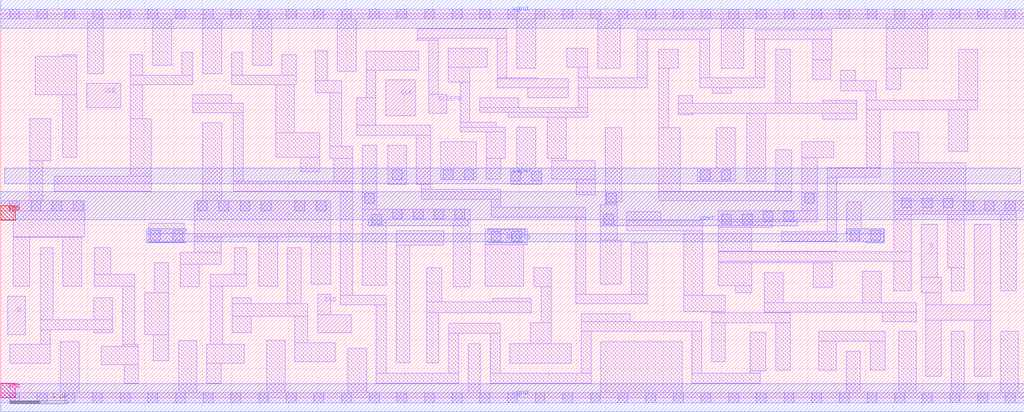
<source format=lef>
# 
# LEF OUT 
# User Name : apoe 
# Date : Thu Jun  4 08:40:09 2020
# 
VERSION 5.5 ;
NAMESCASESENSITIVE ON ;
BUSBITCHARS "[]" ;
DIVIDERCHAR "/" ;

MACRO scs8ls_lpflow_decaphekapwr_2
  CLASS CORE ;
  SOURCE USER ;
  ORIGIN 0 0 ;
  SIZE 0.96 BY 3.33 ;
  SYMMETRY X Y R90 ;
  SITE unit ;

  PIN kapwr
    DIRECTION INOUT ;
    USE POWER ;
    PORT
      LAYER met1 ;
        RECT 0.07 2.675 0.89 2.945 ;
    END
  END kapwr

  PIN vgnd
    DIRECTION INOUT ;
    USE GROUND ;
    PORT
      LAYER met1 ;
        RECT 0 -0.245 0.96 0.245 ;
    END
  END vgnd

  PIN vpwr
    DIRECTION INOUT ;
    USE POWER ;
    PORT
      LAYER met1 ;
        RECT 0 3.085 0.96 3.575 ;
    END
  END vpwr

  PIN vpb
    DIRECTION INOUT ;
    USE POWER ;
    PORT
      LAYER nwell ;
        RECT 0 3.08 0.25 3.33 ;
    END
  END vpb

  PIN vnb
    DIRECTION INOUT ;
    USE GROUND ;
    PORT
      LAYER pwell ;
        RECT 0 0 0.25 0.25 ;
    END
  END vnb
  OBS
    LAYER li1 ;
      RECT 0 3.245 0.96 3.415 ;
      RECT 0.085 0.085 0.47 1.675 ;
      RECT 0 -0.085 0.96 0.085 ;
      RECT 0.085 1.845 0.875 3.075 ;
    LAYER mcon ;
      RECT 0.155 3.245 0.325 3.415 ;
      RECT 0.575 2.725 0.745 2.895 ;
      RECT 0.215 2.725 0.385 2.895 ;
      RECT 0.635 -0.085 0.805 0.085 ;
      RECT 0.635 3.245 0.805 3.415 ;
      RECT 0.155 -0.085 0.325 0.085 ;
  END
END scs8ls_lpflow_decaphekapwr_2

MACRO scs8ls_lpflow_decaphekapwr_3
  CLASS CORE ;
  SOURCE USER ;
  ORIGIN 0 0 ;
  SIZE 1.44 BY 3.33 ;
  SYMMETRY X Y R90 ;
  SITE unit ;

  PIN vgnd
    DIRECTION INOUT ;
    USE GROUND ;
    PORT
      LAYER met1 ;
        RECT 0 -0.245 1.44 0.245 ;
    END
  END vgnd

  PIN kapwr
    DIRECTION INOUT ;
    USE POWER ;
    PORT
      LAYER met1 ;
        RECT 0.07 2.675 1.37 2.945 ;
    END
  END kapwr

  PIN vpwr
    DIRECTION INOUT ;
    USE POWER ;
    PORT
      LAYER met1 ;
        RECT 0 3.085 1.44 3.575 ;
    END
  END vpwr

  PIN vpb
    DIRECTION INOUT ;
    USE POWER ;
    PORT
      LAYER nwell ;
        RECT 0 3.08 0.25 3.33 ;
    END
  END vpb

  PIN vnb
    DIRECTION INOUT ;
    USE GROUND ;
    PORT
      LAYER pwell ;
        RECT 0 0 0.25 0.25 ;
    END
  END vnb
  OBS
    LAYER li1 ;
      RECT 0 3.245 1.44 3.415 ;
      RECT 0.085 1.77 1.355 3.075 ;
      RECT 0.805 1.25 1.355 1.77 ;
      RECT 0.085 1.08 0.635 1.6 ;
      RECT 0.085 0.085 1.355 1.08 ;
      RECT 0 -0.085 1.44 0.085 ;
    LAYER mcon ;
      RECT 0.85 2.725 1.02 2.895 ;
      RECT 0.42 2.725 0.59 2.895 ;
      RECT 1.115 -0.085 1.285 0.085 ;
      RECT 1.115 3.245 1.285 3.415 ;
      RECT 0.635 3.245 0.805 3.415 ;
      RECT 0.635 -0.085 0.805 0.085 ;
      RECT 0.155 -0.085 0.325 0.085 ;
      RECT 0.155 3.245 0.325 3.415 ;
  END
END scs8ls_lpflow_decaphekapwr_3

MACRO scs8ls_lpflow_decaphekapwr_4
  CLASS CORE ;
  SOURCE USER ;
  ORIGIN 0 0 ;
  SIZE 1.92 BY 3.33 ;
  SYMMETRY X Y R90 ;
  SITE unit ;

  PIN vgnd
    DIRECTION INOUT ;
    USE GROUND ;
    PORT
      LAYER met1 ;
        RECT 0 -0.245 1.92 0.245 ;
    END
  END vgnd

  PIN vpwr
    DIRECTION INOUT ;
    USE POWER ;
    PORT
      LAYER met1 ;
        RECT 0 3.085 1.92 3.575 ;
    END
  END vpwr

  PIN kapwr
    DIRECTION INOUT ;
    USE POWER ;
    PORT
      LAYER met1 ;
        RECT 0.07 2.675 1.85 2.945 ;
    END
  END kapwr

  PIN vpb
    DIRECTION INOUT ;
    USE POWER ;
    PORT
      LAYER nwell ;
        RECT 0 3.08 0.25 3.33 ;
    END
  END vpb

  PIN vnb
    DIRECTION INOUT ;
    USE GROUND ;
    PORT
      LAYER pwell ;
        RECT 0 0 0.25 0.25 ;
    END
  END vnb
  OBS
    LAYER li1 ;
      RECT 0 3.245 1.92 3.415 ;
      RECT 0.085 1.77 1.835 3.075 ;
      RECT 1.06 1.25 1.835 1.77 ;
      RECT 0.085 1.08 0.89 1.6 ;
      RECT 0.085 0.085 1.835 1.08 ;
      RECT 0 -0.085 1.92 0.085 ;
    LAYER mcon ;
      RECT 1.595 -0.085 1.765 0.085 ;
      RECT 1.595 3.245 1.765 3.415 ;
      RECT 1.115 -0.085 1.285 0.085 ;
      RECT 1.115 3.245 1.285 3.415 ;
      RECT 0.635 -0.085 0.805 0.085 ;
      RECT 0.635 3.245 0.805 3.415 ;
      RECT 0.155 -0.085 0.325 0.085 ;
      RECT 0.155 3.245 0.325 3.415 ;
      RECT 0.49 2.725 0.66 2.895 ;
      RECT 0.85 2.725 1.02 2.895 ;
      RECT 1.21 2.725 1.38 2.895 ;
  END
END scs8ls_lpflow_decaphekapwr_4

MACRO scs8ls_lpflow_decaphekapwr_6
  CLASS CORE ;
  SOURCE USER ;
  ORIGIN 0 0 ;
  SIZE 2.88 BY 3.33 ;
  SYMMETRY X Y R90 ;
  SITE unit ;

  PIN vpwr
    DIRECTION INOUT ;
    USE POWER ;
    PORT
      LAYER met1 ;
        RECT 0 3.085 2.88 3.575 ;
    END
  END vpwr

  PIN kapwr
    DIRECTION INOUT ;
    USE POWER ;
    PORT
      LAYER met1 ;
        RECT 0.07 2.675 2.81 2.945 ;
    END
  END kapwr

  PIN vgnd
    DIRECTION INOUT ;
    USE GROUND ;
    PORT
      LAYER met1 ;
        RECT 0 -0.245 2.88 0.245 ;
    END
  END vgnd

  PIN vpb
    DIRECTION INOUT ;
    USE POWER ;
    PORT
      LAYER nwell ;
        RECT 0 3.08 0.25 3.33 ;
    END
  END vpb

  PIN vnb
    DIRECTION INOUT ;
    USE GROUND ;
    PORT
      LAYER pwell ;
        RECT 0 0 0.25 0.25 ;
    END
  END vnb
  OBS
    LAYER li1 ;
      RECT 0.085 1.77 2.795 3.075 ;
      RECT 1.365 1.25 2.795 1.77 ;
      RECT 0 3.245 2.88 3.415 ;
      RECT 0.085 1.08 1.195 1.6 ;
      RECT 0.085 0.085 2.795 1.08 ;
      RECT 0 -0.085 2.88 0.085 ;
    LAYER mcon ;
      RECT 1.595 3.245 1.765 3.415 ;
      RECT 1.115 -0.085 1.285 0.085 ;
      RECT 2.555 3.245 2.725 3.415 ;
      RECT 0.155 -0.085 0.325 0.085 ;
      RECT 0.155 3.245 0.325 3.415 ;
      RECT 2.075 -0.085 2.245 0.085 ;
      RECT 0.635 -0.085 0.805 0.085 ;
      RECT 1.115 3.245 1.285 3.415 ;
      RECT 1.895 2.725 2.065 2.895 ;
      RECT 0.635 3.245 0.805 3.415 ;
      RECT 1.595 -0.085 1.765 0.085 ;
      RECT 0.815 2.725 0.985 2.895 ;
      RECT 2.255 2.725 2.425 2.895 ;
      RECT 2.075 3.245 2.245 3.415 ;
      RECT 0.455 2.725 0.625 2.895 ;
      RECT 2.555 -0.085 2.725 0.085 ;
      RECT 1.535 2.725 1.705 2.895 ;
      RECT 1.175 2.725 1.345 2.895 ;
  END
END scs8ls_lpflow_decaphekapwr_6

MACRO scs8ls_lpflow_decaphekapwr_8
  CLASS CORE ;
  SOURCE USER ;
  ORIGIN 0 0 ;
  SIZE 3.84 BY 3.33 ;
  SYMMETRY X Y R90 ;
  SITE unit ;

  PIN kapwr
    DIRECTION INOUT ;
    USE POWER ;
    PORT
      LAYER met1 ;
        RECT 0.07 2.675 3.77 2.945 ;
    END
  END kapwr

  PIN vpwr
    DIRECTION INOUT ;
    USE POWER ;
    PORT
      LAYER met1 ;
        RECT 0 3.085 3.84 3.575 ;
    END
  END vpwr

  PIN vgnd
    DIRECTION INOUT ;
    USE GROUND ;
    PORT
      LAYER met1 ;
        RECT 0 -0.245 3.84 0.245 ;
    END
  END vgnd

  PIN vpb
    DIRECTION INOUT ;
    USE POWER ;
    PORT
      LAYER nwell ;
        RECT 0 3.08 0.25 3.33 ;
    END
  END vpb

  PIN vnb
    DIRECTION INOUT ;
    USE GROUND ;
    PORT
      LAYER pwell ;
        RECT 0 0 0.25 0.25 ;
    END
  END vnb
  OBS
    LAYER li1 ;
      RECT 0.085 1.075 0.95 1.6 ;
      RECT 0.085 1.07 2.71 1.075 ;
      RECT 2 1.075 2.71 1.6 ;
      RECT 0.085 0.085 3.755 1.07 ;
      RECT 0 -0.085 3.84 0.085 ;
      RECT 0.085 1.77 3.755 3.075 ;
      RECT 1.12 1.25 1.83 1.77 ;
      RECT 2.88 1.25 3.755 1.77 ;
      RECT 0 3.245 3.84 3.415 ;
    LAYER mcon ;
      RECT 0.49 2.725 0.66 2.895 ;
      RECT 0.635 3.245 0.805 3.415 ;
      RECT 1.115 -0.085 1.285 0.085 ;
      RECT 3.515 -0.085 3.685 0.085 ;
      RECT 0.155 3.245 0.325 3.415 ;
      RECT 0.155 -0.085 0.325 0.085 ;
      RECT 3.035 3.245 3.205 3.415 ;
      RECT 3.515 3.245 3.685 3.415 ;
      RECT 2.075 -0.085 2.245 0.085 ;
      RECT 0.635 -0.085 0.805 0.085 ;
      RECT 1.21 2.725 1.38 2.895 ;
      RECT 1.595 -0.085 1.765 0.085 ;
      RECT 2.34 2.725 2.51 2.895 ;
      RECT 3.06 2.725 3.23 2.895 ;
      RECT 2.555 -0.085 2.725 0.085 ;
      RECT 2.7 2.725 2.87 2.895 ;
      RECT 1.62 2.725 1.79 2.895 ;
      RECT 3.035 -0.085 3.205 0.085 ;
      RECT 2.555 3.245 2.725 3.415 ;
      RECT 1.98 2.725 2.15 2.895 ;
      RECT 1.595 3.245 1.765 3.415 ;
      RECT 1.115 3.245 1.285 3.415 ;
      RECT 0.85 2.725 1.02 2.895 ;
      RECT 2.075 3.245 2.245 3.415 ;
  END
END scs8ls_lpflow_decaphekapwr_8

MACRO scs8ls_lpflow_inputiso0n_lp
  CLASS CORE ;
  SOURCE USER ;
  ORIGIN 0 0 ;
  SIZE 3.36 BY 3.33 ;
  SYMMETRY R90 ;
  SITE unit ;

  PIN A
    DIRECTION INPUT ;
    USE SIGNAL ;
    PORT
      LAYER li1 ;
        RECT 0.345 1.395 1.09 1.75 ;
    END
    ANTENNAGATEAREA 0.189 LAYER met1 ;
    ANTENNAGATEAREA 0.189 LAYER met2 ;
    ANTENNAGATEAREA 0.189 LAYER met3 ;
    ANTENNAGATEAREA 0.189 LAYER met4 ;
    ANTENNAGATEAREA 0.189 LAYER met5 ;
  END A

  PIN sleepb
    DIRECTION INPUT ;
    USE SIGNAL ;
    PORT
      LAYER li1 ;
        RECT 1.315 1.395 1.985 1.75 ;
    END
    ANTENNAGATEAREA 0.189 LAYER met1 ;
    ANTENNAGATEAREA 0.189 LAYER met2 ;
    ANTENNAGATEAREA 0.189 LAYER met3 ;
    ANTENNAGATEAREA 0.189 LAYER met4 ;
    ANTENNAGATEAREA 0.189 LAYER met5 ;
  END sleepb

  PIN X
    DIRECTION OUTPUT ;
    USE SIGNAL ;
    PORT
      LAYER li1 ;
        RECT 2.855 0.465 3.275 3.075 ;
    END
    ANTENNADIFFAREA 0.4081 LAYER met1 ;
    ANTENNADIFFAREA 0.4081 LAYER met2 ;
    ANTENNADIFFAREA 0.4081 LAYER met3 ;
    ANTENNADIFFAREA 0.4081 LAYER met4 ;
    ANTENNADIFFAREA 0.4081 LAYER met5 ;
  END X

  PIN vgnd
    DIRECTION INOUT ;
    USE GROUND ;
    PORT
      LAYER met1 ;
        RECT 0 -0.245 3.36 0.245 ;
    END
  END vgnd

  PIN vpwr
    DIRECTION INOUT ;
    USE POWER ;
    PORT
      LAYER met1 ;
        RECT 0 3.085 3.36 3.575 ;
    END
  END vpwr

  PIN vpb
    DIRECTION INOUT ;
    USE POWER ;
    PORT
      LAYER nwell ;
        RECT 0 3.08 0.25 3.33 ;
    END
  END vpb

  PIN vnb
    DIRECTION INOUT ;
    USE GROUND ;
    PORT
      LAYER pwell ;
        RECT 0 0 0.25 0.25 ;
    END
  END vnb
  OBS
    LAYER li1 ;
      RECT 0 -0.085 3.36 0.085 ;
      RECT 1.44 0.085 2.335 0.84 ;
      RECT 1.08 2.125 1.41 2.82 ;
      RECT 1.08 1.955 2.685 2.125 ;
      RECT 2.275 1.225 2.685 1.955 ;
      RECT 0.65 1.055 2.685 1.225 ;
      RECT 0.65 0.51 0.98 1.055 ;
      RECT 0 3.245 3.36 3.415 ;
      RECT 0.29 2.345 0.62 3.245 ;
      RECT 1.99 2.295 2.675 3.245 ;
    LAYER mcon ;
      RECT 2.555 3.245 2.725 3.415 ;
      RECT 2.555 -0.085 2.725 0.085 ;
      RECT 3.035 3.245 3.205 3.415 ;
      RECT 3.035 -0.085 3.205 0.085 ;
      RECT 2.075 -0.085 2.245 0.085 ;
      RECT 2.075 3.245 2.245 3.415 ;
      RECT 1.595 -0.085 1.765 0.085 ;
      RECT 1.595 3.245 1.765 3.415 ;
      RECT 1.115 -0.085 1.285 0.085 ;
      RECT 1.115 3.245 1.285 3.415 ;
      RECT 0.635 -0.085 0.805 0.085 ;
      RECT 0.635 3.245 0.805 3.415 ;
      RECT 0.155 -0.085 0.325 0.085 ;
      RECT 0.155 3.245 0.325 3.415 ;
  END
END scs8ls_lpflow_inputiso0n_lp

MACRO scs8ls_lpflow_inputiso0n_lp2
  CLASS CORE ;
  SOURCE USER ;
  ORIGIN 0 0 ;
  SIZE 2.4 BY 3.33 ;
  SYMMETRY R90 ;
  SITE unit ;

  PIN X
    DIRECTION OUTPUT ;
    USE SIGNAL ;
    PORT
      LAYER li1 ;
        RECT 2.045 0.765 2.275 2.015 ;
        RECT 1.795 2.015 2.275 3.065 ;
        RECT 1.945 0.305 2.275 0.765 ;
    END
    ANTENNADIFFAREA 0.4047 LAYER met1 ;
    ANTENNADIFFAREA 0.4047 LAYER met2 ;
    ANTENNADIFFAREA 0.4047 LAYER met3 ;
    ANTENNADIFFAREA 0.4047 LAYER met4 ;
    ANTENNADIFFAREA 0.4047 LAYER met5 ;
  END X

  PIN A
    DIRECTION INPUT ;
    USE SIGNAL ;
    PORT
      LAYER li1 ;
        RECT 0.125 0.955 0.455 1.78 ;
    END
    ANTENNAGATEAREA 0.313 LAYER met1 ;
    ANTENNAGATEAREA 0.313 LAYER met2 ;
    ANTENNAGATEAREA 0.313 LAYER met3 ;
    ANTENNAGATEAREA 0.313 LAYER met4 ;
    ANTENNAGATEAREA 0.313 LAYER met5 ;
  END A

  PIN SLEEPB
    DIRECTION INPUT ;
    USE SIGNAL ;
    PORT
      LAYER li1 ;
        RECT 1 1.515 1.795 1.845 ;
        RECT 1 1.445 1.33 1.515 ;
    END
    ANTENNAGATEAREA 0.313 LAYER met1 ;
    ANTENNAGATEAREA 0.313 LAYER met2 ;
    ANTENNAGATEAREA 0.313 LAYER met3 ;
    ANTENNAGATEAREA 0.313 LAYER met4 ;
    ANTENNAGATEAREA 0.313 LAYER met5 ;
  END SLEEPB

  PIN vgnd
    DIRECTION INOUT ;
    USE GROUND ;
    PORT
      LAYER met1 ;
        RECT 0 -0.245 2.4 0.245 ;
    END
  END vgnd

  PIN vpwr
    DIRECTION INOUT ;
    USE POWER ;
    PORT
      LAYER met1 ;
        RECT 0 3.085 2.4 3.575 ;
    END
  END vpwr

  PIN vpb
    DIRECTION INOUT ;
    USE POWER ;
    PORT
      LAYER nwell ;
        RECT 0 3.08 0.25 3.33 ;
    END
  END vpb

  PIN vnb
    DIRECTION INOUT ;
    USE GROUND ;
    PORT
      LAYER pwell ;
        RECT 0 0 0.25 0.25 ;
    END
  END vnb
  OBS
    LAYER li1 ;
      RECT 0.65 0.945 1.81 1.275 ;
      RECT 0.65 2.015 1.065 3.065 ;
      RECT 0.65 1.275 0.82 2.015 ;
      RECT 0.65 0.765 0.82 0.945 ;
      RECT 0.305 0.595 0.82 0.765 ;
      RECT 0.305 0.305 0.635 0.595 ;
      RECT 0 -0.085 2.4 0.085 ;
      RECT 1.085 0.085 1.455 0.765 ;
      RECT 0 3.245 2.4 3.415 ;
      RECT 0.14 2.015 0.47 3.245 ;
      RECT 1.265 2.015 1.595 3.245 ;
    LAYER mcon ;
      RECT 2.075 -0.085 2.245 0.085 ;
      RECT 1.595 -0.085 1.765 0.085 ;
      RECT 1.115 -0.085 1.285 0.085 ;
      RECT 0.635 -0.085 0.805 0.085 ;
      RECT 0.155 -0.085 0.325 0.085 ;
      RECT 2.075 3.245 2.245 3.415 ;
      RECT 1.595 3.245 1.765 3.415 ;
      RECT 0.155 3.245 0.325 3.415 ;
      RECT 1.115 3.245 1.285 3.415 ;
      RECT 0.635 3.245 0.805 3.415 ;
  END
END scs8ls_lpflow_inputiso0n_lp2

MACRO scs8ls_lpflow_inputiso0p_lp
  CLASS CORE ;
  SOURCE USER ;
  ORIGIN 0 0 ;
  SIZE 3.84 BY 3.33 ;
  SYMMETRY R90 ;
  SITE unit ;

  PIN A
    DIRECTION INPUT ;
    USE SIGNAL ;
    PORT
      LAYER li1 ;
        RECT 1.98 1.395 2.65 1.75 ;
    END
    ANTENNAGATEAREA 0.189 LAYER met1 ;
    ANTENNAGATEAREA 0.189 LAYER met2 ;
    ANTENNAGATEAREA 0.189 LAYER met3 ;
    ANTENNAGATEAREA 0.189 LAYER met4 ;
    ANTENNAGATEAREA 0.189 LAYER met5 ;
  END A

  PIN sleep
    DIRECTION INPUT ;
    USE SIGNAL ;
    PORT
      LAYER li1 ;
        RECT 0.545 1.16 0.92 1.895 ;
    END
    ANTENNAGATEAREA 0.252 LAYER met1 ;
    ANTENNAGATEAREA 0.252 LAYER met2 ;
    ANTENNAGATEAREA 0.252 LAYER met3 ;
    ANTENNAGATEAREA 0.252 LAYER met4 ;
    ANTENNAGATEAREA 0.252 LAYER met5 ;
  END sleep

  PIN X
    DIRECTION OUTPUT ;
    USE SIGNAL ;
    PORT
      LAYER li1 ;
        RECT 3.4 0.465 3.755 3.075 ;
    END
    ANTENNADIFFAREA 0.4081 LAYER met1 ;
    ANTENNADIFFAREA 0.4081 LAYER met2 ;
    ANTENNADIFFAREA 0.4081 LAYER met3 ;
    ANTENNADIFFAREA 0.4081 LAYER met4 ;
    ANTENNADIFFAREA 0.4081 LAYER met5 ;
  END X

  PIN vgnd
    DIRECTION INOUT ;
    USE GROUND ;
    PORT
      LAYER met1 ;
        RECT 0 -0.245 3.84 0.245 ;
    END
  END vgnd

  PIN vpwr
    DIRECTION INOUT ;
    USE POWER ;
    PORT
      LAYER met1 ;
        RECT 0 3.085 3.84 3.575 ;
    END
  END vpwr

  PIN vpb
    DIRECTION INOUT ;
    USE POWER ;
    PORT
      LAYER nwell ;
        RECT 0 3.08 0.25 3.33 ;
    END
  END vpb

  PIN vnb
    DIRECTION INOUT ;
    USE GROUND ;
    PORT
      LAYER pwell ;
        RECT 0 0 0.25 0.25 ;
    END
  END vnb
  OBS
    LAYER li1 ;
      RECT 0.155 2.065 1.595 2.235 ;
      RECT 1.2 1.39 1.595 2.065 ;
      RECT 0.155 2.235 0.375 2.855 ;
      RECT 0.155 0.43 0.375 2.065 ;
      RECT 0 3.245 3.84 3.415 ;
      RECT 0.895 2.41 1.225 3.245 ;
      RECT 2.525 2.295 2.91 3.245 ;
      RECT 0 -0.085 3.84 0.085 ;
      RECT 0.895 0.085 1.575 0.84 ;
      RECT 2.55 0.085 2.885 0.835 ;
      RECT 1.765 1.955 3.23 2.125 ;
      RECT 2.82 1.225 3.23 1.955 ;
      RECT 2.095 1.005 3.23 1.225 ;
      RECT 2.095 0.43 2.305 1.005 ;
      RECT 1.765 2.125 1.975 2.855 ;
    LAYER mcon ;
      RECT 3.035 3.245 3.205 3.415 ;
      RECT 3.035 -0.085 3.205 0.085 ;
      RECT 3.515 3.245 3.685 3.415 ;
      RECT 3.515 -0.085 3.685 0.085 ;
      RECT 2.555 -0.085 2.725 0.085 ;
      RECT 2.555 3.245 2.725 3.415 ;
      RECT 2.075 -0.085 2.245 0.085 ;
      RECT 2.075 3.245 2.245 3.415 ;
      RECT 1.595 -0.085 1.765 0.085 ;
      RECT 1.595 3.245 1.765 3.415 ;
      RECT 1.115 -0.085 1.285 0.085 ;
      RECT 1.115 3.245 1.285 3.415 ;
      RECT 0.635 -0.085 0.805 0.085 ;
      RECT 0.635 3.245 0.805 3.415 ;
      RECT 0.155 -0.085 0.325 0.085 ;
      RECT 0.155 3.245 0.325 3.415 ;
  END
END scs8ls_lpflow_inputiso0p_lp

MACRO scs8ls_lpflow_inputiso0p_lp2
  CLASS CORE ;
  SOURCE USER ;
  ORIGIN 0 0 ;
  SIZE 3.84 BY 3.33 ;
  SYMMETRY R90 ;
  SITE unit ;

  PIN SLEEP
    DIRECTION INPUT ;
    USE SIGNAL ;
    PORT
      LAYER li1 ;
        RECT 0.545 1.01 0.92 1.78 ;
    END
    ANTENNAGATEAREA 0.376 LAYER met1 ;
    ANTENNAGATEAREA 0.376 LAYER met2 ;
    ANTENNAGATEAREA 0.376 LAYER met3 ;
    ANTENNAGATEAREA 0.376 LAYER met4 ;
    ANTENNAGATEAREA 0.376 LAYER met5 ;
  END SLEEP

  PIN X
    DIRECTION OUTPUT ;
    USE SIGNAL ;
    PORT
      LAYER li1 ;
        RECT 3.4 0.465 3.755 3.075 ;
    END
    ANTENNADIFFAREA 0.3763 LAYER met1 ;
    ANTENNADIFFAREA 0.3763 LAYER met2 ;
    ANTENNADIFFAREA 0.3763 LAYER met3 ;
    ANTENNADIFFAREA 0.3763 LAYER met4 ;
    ANTENNADIFFAREA 0.3763 LAYER met5 ;
  END X

  PIN A
    DIRECTION INPUT ;
    USE SIGNAL ;
    PORT
      LAYER li1 ;
        RECT 1.98 1.395 2.755 1.75 ;
    END
    ANTENNAGATEAREA 0.313 LAYER met1 ;
    ANTENNAGATEAREA 0.313 LAYER met2 ;
    ANTENNAGATEAREA 0.313 LAYER met3 ;
    ANTENNAGATEAREA 0.313 LAYER met4 ;
    ANTENNAGATEAREA 0.313 LAYER met5 ;
  END A

  PIN vgnd
    DIRECTION INOUT ;
    USE GROUND ;
    PORT
      LAYER met1 ;
        RECT 0 -0.245 3.84 0.245 ;
    END
  END vgnd

  PIN vpwr
    DIRECTION INOUT ;
    USE POWER ;
    PORT
      LAYER met1 ;
        RECT 0 3.085 3.84 3.575 ;
    END
  END vpwr

  PIN vpb
    DIRECTION INOUT ;
    USE POWER ;
    PORT
      LAYER nwell ;
        RECT 0 3.08 0.25 3.33 ;
    END
  END vpb

  PIN vnb
    DIRECTION INOUT ;
    USE GROUND ;
    PORT
      LAYER pwell ;
        RECT 0 0 0.25 0.25 ;
    END
  END vnb
  OBS
    LAYER li1 ;
      RECT 0 3.245 3.84 3.415 ;
      RECT 2.235 2.295 3.145 3.245 ;
      RECT 0.635 2.29 1.485 3.245 ;
      RECT 0 -0.085 3.84 0.085 ;
      RECT 0.895 0.085 1.575 0.84 ;
      RECT 2.55 0.085 2.885 0.835 ;
      RECT 1.765 1.955 3.23 2.125 ;
      RECT 2.925 1.225 3.23 1.955 ;
      RECT 2.095 1.005 3.23 1.225 ;
      RECT 2.095 0.43 2.305 1.005 ;
      RECT 1.765 2.125 1.975 3.075 ;
      RECT 0.155 1.95 1.595 2.12 ;
      RECT 1.2 1.01 1.595 1.95 ;
      RECT 0.155 2.12 0.375 3.075 ;
      RECT 0.155 0.43 0.375 1.95 ;
    LAYER mcon ;
      RECT 3.035 3.245 3.205 3.415 ;
      RECT 3.035 -0.085 3.205 0.085 ;
      RECT 3.515 3.245 3.685 3.415 ;
      RECT 3.515 -0.085 3.685 0.085 ;
      RECT 2.555 -0.085 2.725 0.085 ;
      RECT 2.555 3.245 2.725 3.415 ;
      RECT 2.075 -0.085 2.245 0.085 ;
      RECT 2.075 3.245 2.245 3.415 ;
      RECT 1.595 -0.085 1.765 0.085 ;
      RECT 1.595 3.245 1.765 3.415 ;
      RECT 1.115 -0.085 1.285 0.085 ;
      RECT 1.115 3.245 1.285 3.415 ;
      RECT 0.635 -0.085 0.805 0.085 ;
      RECT 0.635 3.245 0.805 3.415 ;
      RECT 0.155 -0.085 0.325 0.085 ;
      RECT 0.155 3.245 0.325 3.415 ;
  END
END scs8ls_lpflow_inputiso0p_lp2

MACRO scs8ls_lpflow_inputiso1n_lp
  CLASS CORE ;
  SOURCE USER ;
  ORIGIN 0 0 ;
  SIZE 3.84 BY 3.33 ;
  SYMMETRY X Y ;
  SITE unit ;

  PIN A
    DIRECTION INPUT ;
    USE SIGNAL ;
    PORT
      LAYER li1 ;
        RECT 1.91 1.395 2.58 1.75 ;
    END
    ANTENNAGATEAREA 0.189 LAYER li1 ;
    ANTENNAPARTIALMETALSIDEAREA 0.137 LAYER li1 ;
  END A

  PIN sleepb
    DIRECTION INPUT ;
    USE SIGNAL ;
    PORT
      LAYER li1 ;
        RECT 0.54 1.16 1.16 1.99 ;
    END
    ANTENNAGATEAREA 0.252 LAYER li1 ;
    ANTENNAPARTIALMETALSIDEAREA 0.154 LAYER li1 ;
  END sleepb

  PIN X
    DIRECTION OUTPUT ;
    USE SIGNAL ;
    PORT
      LAYER li1 ;
        RECT 3.395 0.465 3.755 3.075 ;
    END
    ANTENNADIFFAREA 0.4081 ;
    ANTENNAPARTIALMETALSIDEAREA 0.254 LAYER li1 ;
  END X

  PIN vgnd
    DIRECTION INOUT ;
    USE GROUND ;
    PORT
      LAYER met1 ;
        RECT 0 -0.245 3.84 0.245 ;
    END
  END vgnd

  PIN vpwr
    DIRECTION INOUT ;
    USE POWER ;
    PORT
      LAYER met1 ;
        RECT 0 3.085 3.84 3.575 ;
    END
  END vpwr

  PIN vpb
    DIRECTION INOUT ;
    USE POWER ;
    PORT
      LAYER nwell ;
        RECT 0 3.08 0.25 3.33 ;
    END
  END vpb

  PIN vnb
    DIRECTION INOUT ;
    USE GROUND ;
    PORT
      LAYER pwell ;
        RECT 0 0 0.25 0.25 ;
    END
  END vnb
  OBS
    LAYER li1 ;
      RECT 2.095 2.125 2.305 2.88 ;
      RECT 2.095 1.955 3.225 2.125 ;
      RECT 2.895 1.225 3.225 1.955 ;
      RECT 1.87 1.055 3.225 1.225 ;
      RECT 1.87 0.885 2.065 1.055 ;
      RECT 1.735 0.43 2.065 0.885 ;
      RECT 0.345 2.33 0.59 2.82 ;
      RECT 0.125 2.16 1.7 2.33 ;
      RECT 1.37 1.315 1.7 2.16 ;
      RECT 0.125 0.885 0.37 2.16 ;
      RECT 0.12 0.43 0.365 0.885 ;
      RECT 0 -0.085 3.84 0.085 ;
      RECT 0.885 0.085 1.215 0.885 ;
      RECT 2.525 0.085 2.855 0.885 ;
      RECT 0 3.245 3.84 3.415 ;
      RECT 1.19 2.5 1.52 3.245 ;
      RECT 2.525 2.295 2.91 3.245 ;
    LAYER mcon ;
      RECT 3.515 -0.085 3.685 0.085 ;
      RECT 3.515 3.245 3.685 3.415 ;
      RECT 3.035 -0.085 3.205 0.085 ;
      RECT 3.035 3.245 3.205 3.415 ;
      RECT 2.555 -0.085 2.725 0.085 ;
      RECT 2.555 3.245 2.725 3.415 ;
      RECT 2.075 -0.085 2.245 0.085 ;
      RECT 2.075 3.245 2.245 3.415 ;
      RECT 1.595 -0.085 1.765 0.085 ;
      RECT 1.595 3.245 1.765 3.415 ;
      RECT 1.115 -0.085 1.285 0.085 ;
      RECT 1.115 3.245 1.285 3.415 ;
      RECT 0.635 -0.085 0.805 0.085 ;
      RECT 0.635 3.245 0.805 3.415 ;
      RECT 0.155 -0.085 0.325 0.085 ;
      RECT 0.155 3.245 0.325 3.415 ;
  END
END scs8ls_lpflow_inputiso1n_lp

MACRO scs8ls_lpflow_inputiso1p_lp
  CLASS CORE ;
  SOURCE USER ;
  ORIGIN 0 0 ;
  SIZE 3.36 BY 3.33 ;
  SYMMETRY X Y ;
  SITE unit ;

  PIN sleep
    DIRECTION INPUT ;
    USE SIGNAL ;
    PORT
      LAYER li1 ;
        RECT 1.435 1.35 2.105 1.75 ;
    END
    ANTENNAGATEAREA 0.189 LAYER li1 ;
    ANTENNAPARTIALMETALSIDEAREA 0.146 LAYER li1 ;
  END sleep

  PIN X
    DIRECTION OUTPUT ;
    USE SIGNAL ;
    PORT
      LAYER li1 ;
        RECT 2.855 0.465 3.275 3.075 ;
    END
    ANTENNADIFFAREA 0.4081 ;
    ANTENNAPARTIALMETALSIDEAREA 0.266 LAYER li1 ;
  END X

  PIN A
    DIRECTION INPUT ;
    USE SIGNAL ;
    PORT
      LAYER li1 ;
        RECT 0.555 1.16 0.855 1.35 ;
        RECT 0.555 1.35 1.225 1.75 ;
    END
    ANTENNAGATEAREA 0.189 LAYER li1 ;
    ANTENNAPARTIALMETALSIDEAREA 0.116 LAYER li1 ;
  END A

  PIN vgnd
    DIRECTION INOUT ;
    USE GROUND ;
    PORT
      LAYER met1 ;
        RECT 0 -0.245 3.36 0.245 ;
    END
  END vgnd

  PIN vpwr
    DIRECTION INOUT ;
    USE POWER ;
    PORT
      LAYER met1 ;
        RECT 0 3.085 3.36 3.575 ;
    END
  END vpwr

  PIN vpb
    DIRECTION INOUT ;
    USE POWER ;
    PORT
      LAYER nwell ;
        RECT 0 3.08 0.25 3.33 ;
    END
  END vpb

  PIN vnb
    DIRECTION INOUT ;
    USE GROUND ;
    PORT
      LAYER pwell ;
        RECT 0 0 0.25 0.25 ;
    END
  END vnb
  OBS
    LAYER li1 ;
      RECT 0 3.245 3.36 3.415 ;
      RECT 1.56 2.295 2.365 3.245 ;
      RECT 0.77 1.955 2.685 2.125 ;
      RECT 2.35 1.18 2.685 1.955 ;
      RECT 1.28 1.01 2.685 1.18 ;
      RECT 1.28 0.44 1.49 1.01 ;
      RECT 0.77 2.125 1.1 2.82 ;
      RECT 0 -0.085 3.36 0.085 ;
      RECT 0.46 0.085 0.76 0.84 ;
      RECT 2.01 0.085 2.34 0.84 ;
    LAYER mcon ;
      RECT 2.555 3.245 2.725 3.415 ;
      RECT 2.555 -0.085 2.725 0.085 ;
      RECT 3.035 3.245 3.205 3.415 ;
      RECT 3.035 -0.085 3.205 0.085 ;
      RECT 2.075 -0.085 2.245 0.085 ;
      RECT 2.075 3.245 2.245 3.415 ;
      RECT 1.595 -0.085 1.765 0.085 ;
      RECT 1.595 3.245 1.765 3.415 ;
      RECT 1.115 -0.085 1.285 0.085 ;
      RECT 1.115 3.245 1.285 3.415 ;
      RECT 0.635 -0.085 0.805 0.085 ;
      RECT 0.635 3.245 0.805 3.415 ;
      RECT 0.155 -0.085 0.325 0.085 ;
      RECT 0.155 3.245 0.325 3.415 ;
  END
END scs8ls_lpflow_inputiso1p_lp

MACRO scs8ls_lpflow_inputisolatch_lp
  CLASS CORE ;
  SOURCE USER ;
  ORIGIN 0 0 ;
  SIZE 7.2 BY 3.33 ;
  SYMMETRY X Y ;
  SITE unit ;

  PIN SLEEPB
    DIRECTION INPUT ;
    USE CLOCK ;
    PORT
      LAYER li1 ;
        RECT 4.585 1.455 5.255 1.785 ;
    END
    ANTENNAGATEAREA 0.222 LAYER li1 ;
    ANTENNAPARTIALMETALSIDEAREA 0.132 LAYER li1 ;
  END SLEEPB

  PIN Q
    DIRECTION OUTPUT ;
    USE SIGNAL ;
    PORT
      LAYER li1 ;
        RECT 6.755 0.44 7.085 2.955 ;
    END
    ANTENNADIFFAREA 0.4047 ;
    ANTENNAPARTIALMETALSIDEAREA 0.229 LAYER li1 ;
  END Q

  PIN D
    DIRECTION INPUT ;
    USE SIGNAL ;
    PORT
      LAYER li1 ;
        RECT 0.465 1.185 1.27 1.78 ;
        RECT 0.465 1.78 0.825 2.755 ;
    END
    ANTENNAGATEAREA 0.126 LAYER li1 ;
    ANTENNAPARTIALMETALSIDEAREA 0.339 LAYER li1 ;
  END D

  PIN vgnd
    DIRECTION INOUT ;
    USE GROUND ;
    PORT
      LAYER met1 ;
        RECT 0 -0.245 7.2 0.245 ;
    END
  END vgnd

  PIN vpwr
    DIRECTION INOUT ;
    USE POWER ;
    PORT
      LAYER met1 ;
        RECT 0 3.085 7.2 3.575 ;
    END
  END vpwr

  PIN vpb
    DIRECTION INOUT ;
    USE POWER ;
    PORT
      LAYER nwell ;
        RECT 0 3.08 0.25 3.33 ;
    END
  END vpb

  PIN vnb
    DIRECTION INOUT ;
    USE GROUND ;
    PORT
      LAYER pwell ;
        RECT 0 0 0.25 0.25 ;
    END
  END vnb
  OBS
    LAYER li1 ;
      RECT 5.445 0.43 5.875 0.745 ;
      RECT 4.045 1.955 6.025 2.125 ;
      RECT 5.695 2.125 6.025 2.955 ;
      RECT 5.695 1.915 6.025 1.955 ;
      RECT 5.705 0.745 5.875 1.915 ;
      RECT 4.045 1.505 4.375 1.955 ;
      RECT 3.705 2.295 4.985 2.465 ;
      RECT 4.045 2.465 4.985 2.975 ;
      RECT 2.24 1.335 2.49 1.455 ;
      RECT 2.24 1.165 4.035 1.335 ;
      RECT 2.24 1.125 2.49 1.165 ;
      RECT 3.865 0.845 4.035 1.165 ;
      RECT 3.705 1.335 3.875 2.295 ;
      RECT 3.865 0.595 4.195 0.845 ;
      RECT 1.445 2.805 2.41 2.975 ;
      RECT 1.445 1.795 1.615 2.805 ;
      RECT 2.24 1.795 2.41 2.805 ;
      RECT 1.445 1.125 1.73 1.795 ;
      RECT 2.24 1.625 3.535 1.795 ;
      RECT 1.445 1.015 1.615 1.125 ;
      RECT 3.285 1.795 3.535 3 ;
      RECT 0.16 0.845 1.615 1.015 ;
      RECT 0.16 0.375 0.41 0.845 ;
      RECT 4.365 0.845 5.115 0.915 ;
      RECT 4.365 0.915 5.535 1.015 ;
      RECT 4.945 1.015 5.535 1.245 ;
      RECT 1.795 1.965 2.07 2.635 ;
      RECT 1.9 0.955 2.07 1.965 ;
      RECT 1.785 0.825 3.695 0.955 ;
      RECT 2.63 0.955 3.695 0.995 ;
      RECT 1.785 0.785 2.8 0.825 ;
      RECT 3.525 0.425 3.695 0.825 ;
      RECT 1.785 0.325 2.285 0.785 ;
      RECT 3.525 0.255 4.535 0.425 ;
      RECT 4.365 0.425 4.535 0.845 ;
      RECT 0 -0.085 7.2 0.085 ;
      RECT 0.59 0.085 0.92 0.675 ;
      RECT 3.105 0.085 3.355 0.655 ;
      RECT 4.705 0.085 4.985 0.675 ;
      RECT 6.045 0.085 6.295 1.26 ;
      RECT 0 3.245 7.2 3.415 ;
      RECT 0.995 2.54 1.265 3.245 ;
      RECT 5.155 2.295 5.485 3.245 ;
      RECT 2.755 1.965 3.085 3.245 ;
      RECT 6.225 1.915 6.555 3.245 ;
    LAYER mcon ;
      RECT 6.395 3.245 6.565 3.415 ;
      RECT 5.915 3.245 6.085 3.415 ;
      RECT 5.435 3.245 5.605 3.415 ;
      RECT 4.955 3.245 5.125 3.415 ;
      RECT 4.475 3.245 4.645 3.415 ;
      RECT 3.995 3.245 4.165 3.415 ;
      RECT 3.515 3.245 3.685 3.415 ;
      RECT 3.035 3.245 3.205 3.415 ;
      RECT 2.555 3.245 2.725 3.415 ;
      RECT 2.075 3.245 2.245 3.415 ;
      RECT 1.595 3.245 1.765 3.415 ;
      RECT 1.115 3.245 1.285 3.415 ;
      RECT 0.635 3.245 0.805 3.415 ;
      RECT 0.155 3.245 0.325 3.415 ;
      RECT 6.875 -0.085 7.045 0.085 ;
      RECT 6.395 -0.085 6.565 0.085 ;
      RECT 5.915 -0.085 6.085 0.085 ;
      RECT 5.435 -0.085 5.605 0.085 ;
      RECT 4.955 -0.085 5.125 0.085 ;
      RECT 4.475 -0.085 4.645 0.085 ;
      RECT 3.995 -0.085 4.165 0.085 ;
      RECT 3.515 -0.085 3.685 0.085 ;
      RECT 3.035 -0.085 3.205 0.085 ;
      RECT 2.555 -0.085 2.725 0.085 ;
      RECT 2.075 -0.085 2.245 0.085 ;
      RECT 1.595 -0.085 1.765 0.085 ;
      RECT 1.115 -0.085 1.285 0.085 ;
      RECT 0.635 -0.085 0.805 0.085 ;
      RECT 0.155 -0.085 0.325 0.085 ;
      RECT 6.875 3.245 7.045 3.415 ;
  END
END scs8ls_lpflow_inputisolatch_lp

MACRO scs8ls_lpflow_lsbuf_hl_4
  CLASS CORE ;
  SOURCE USER ;
  ORIGIN 0 0 ;
  SIZE 3.36 BY 3.33 ;
  SYMMETRY X Y ;
  SITE unit ;

  PIN X
    DIRECTION OUTPUT ;
    USE SIGNAL ;
    PORT
      LAYER li1 ;
        RECT 2.515 0.35 2.765 1.35 ;
        RECT 1.755 1.35 2.765 1.6 ;
        RECT 2.515 1.6 2.765 2.98 ;
        RECT 1.755 1.6 1.925 1.82 ;
        RECT 1.755 1.13 1.925 1.35 ;
        RECT 1.595 1.82 1.925 2.98 ;
        RECT 1.685 0.35 1.925 1.13 ;
    END
    ANTENNADIFFAREA 1.0864 ;
    ANTENNAPARTIALMETALSIDEAREA 1.114 LAYER li1 ;
  END X

  PIN A
    DIRECTION INPUT ;
    USE SIGNAL ;
    PORT
      LAYER li1 ;
        RECT 0.105 1.45 0.905 1.78 ;
    END
    ANTENNAGATEAREA 0.363 LAYER li1 ;
    ANTENNAPARTIALMETALSIDEAREA 0.09 LAYER li1 ;
  END A

  PIN vgnd
    DIRECTION INOUT ;
    USE GROUND ;
    PORT
      LAYER met1 ;
        RECT 0 -0.245 3.36 0.245 ;
    END
  END vgnd

  PIN vpwr
    DIRECTION INOUT ;
    USE POWER ;
    PORT
      LAYER met1 ;
        RECT 0 3.085 3.36 3.575 ;
    END
  END vpwr

  PIN lowlvpwr
    DIRECTION INOUT ;
    USE POWER ;
    PORT
      LAYER met1 ;
        RECT 0.07 2.675 3.29 2.945 ;
    END
  END lowlvpwr

  PIN vpb
    DIRECTION INOUT ;
    USE POWER ;
    PORT
      LAYER nwell ;
        RECT 0 3.08 0.25 3.33 ;
    END
  END vpb

  PIN vnb
    DIRECTION INOUT ;
    USE GROUND ;
    PORT
      LAYER pwell ;
        RECT 0 0 0.25 0.25 ;
    END
  END vnb
  OBS
    LAYER li1 ;
      RECT 0 -0.085 3.36 0.085 ;
      RECT 2.935 0.085 3.205 1.13 ;
      RECT 0.76 0.085 1.515 0.94 ;
      RECT 2.095 0.085 2.345 1.13 ;
      RECT 0.12 2.1 0.4 2.98 ;
      RECT 2.935 1.82 3.255 2.98 ;
      RECT 2.095 1.82 2.345 2.98 ;
      RECT 1.095 2.29 1.425 2.98 ;
      RECT 0.57 2.12 0.875 2.98 ;
      RECT 0.57 1.95 1.245 2.12 ;
      RECT 1.075 1.63 1.245 1.95 ;
      RECT 1.075 1.3 1.585 1.63 ;
      RECT 1.075 1.28 1.245 1.3 ;
      RECT 0.33 1.11 1.245 1.28 ;
      RECT 0.33 0.35 0.59 1.11 ;
      RECT 0 3.245 3.36 3.415 ;
    LAYER mcon ;
      RECT 0.175 2.73 0.345 2.9 ;
      RECT 3.005 2.73 3.175 2.9 ;
      RECT 3.035 3.245 3.205 3.415 ;
      RECT 2.555 3.245 2.725 3.415 ;
      RECT 2.555 -0.085 2.725 0.085 ;
      RECT 3.035 -0.085 3.205 0.085 ;
      RECT 2.135 2.73 2.305 2.9 ;
      RECT 1.175 2.73 1.345 2.9 ;
      RECT 1.595 -0.085 1.765 0.085 ;
      RECT 1.115 -0.085 1.285 0.085 ;
      RECT 0.635 -0.085 0.805 0.085 ;
      RECT 0.155 -0.085 0.325 0.085 ;
      RECT 1.595 3.245 1.765 3.415 ;
      RECT 1.115 3.245 1.285 3.415 ;
      RECT 0.635 3.245 0.805 3.415 ;
      RECT 0.155 3.245 0.325 3.415 ;
      RECT 2.075 3.245 2.245 3.415 ;
      RECT 2.075 -0.085 2.245 0.085 ;
  END
END scs8ls_lpflow_lsbuf_hl_4

MACRO scs8ls_lpflow_lsbuf_hl_2
  CLASS CORE ;
  SOURCE USER ;
  ORIGIN 0 0 ;
  SIZE 2.4 BY 3.33 ;
  SYMMETRY X Y ;
  SITE unit ;

  PIN X
    DIRECTION OUTPUT ;
    USE SIGNAL ;
    PORT
      LAYER li1 ;
        RECT 1.47 1.82 1.8 2.98 ;
        RECT 1.63 1.13 1.8 1.82 ;
        RECT 1.475 0.35 1.8 1.13 ;
    END
    ANTENNADIFFAREA 0.5432 ;
    ANTENNAPARTIALMETALSIDEAREA 0.419 LAYER li1 ;
  END X

  PIN A
    DIRECTION INPUT ;
    USE SIGNAL ;
    PORT
      LAYER li1 ;
        RECT 0.125 1.45 0.91 1.78 ;
    END
    ANTENNAGATEAREA 0.2085 LAYER li1 ;
    ANTENNAPARTIALMETALSIDEAREA 0.087 LAYER li1 ;
  END A

  PIN vgnd
    DIRECTION INOUT ;
    USE GROUND ;
    PORT
      LAYER met1 ;
        RECT 0 -0.245 2.4 0.245 ;
    END
  END vgnd

  PIN vpwr
    DIRECTION INOUT ;
    USE POWER ;
    PORT
      LAYER met1 ;
        RECT 0 3.085 2.4 3.575 ;
    END
  END vpwr

  PIN lowlvpwr
    DIRECTION INOUT ;
    USE POWER ;
    PORT
      LAYER met1 ;
        RECT 0.07 2.675 2.33 2.945 ;
    END
  END lowlvpwr

  PIN vpb
    DIRECTION INOUT ;
    USE POWER ;
    PORT
      LAYER nwell ;
        RECT 0 3.08 0.25 3.33 ;
    END
  END vpb

  PIN vnb
    DIRECTION INOUT ;
    USE GROUND ;
    PORT
      LAYER pwell ;
        RECT 0 0 0.25 0.25 ;
    END
  END vnb
  OBS
    LAYER li1 ;
      RECT 1.97 1.82 2.25 2.98 ;
      RECT 0.97 2.29 1.3 2.98 ;
      RECT 0.47 2.12 0.8 2.98 ;
      RECT 0.47 1.95 1.3 2.12 ;
      RECT 1.13 1.63 1.3 1.95 ;
      RECT 1.13 1.3 1.46 1.63 ;
      RECT 1.13 1.28 1.3 1.3 ;
      RECT 0.115 1.11 1.3 1.28 ;
      RECT 0.115 0.8 0.795 1.11 ;
      RECT 0 -0.085 2.4 0.085 ;
      RECT 1.97 0.085 2.235 1.13 ;
      RECT 0.975 0.085 1.305 0.94 ;
      RECT 0 3.245 2.4 3.415 ;
    LAYER mcon ;
      RECT 2 2.73 2.17 2.9 ;
      RECT 1.05 2.73 1.22 2.9 ;
      RECT 1.595 -0.085 1.765 0.085 ;
      RECT 1.115 -0.085 1.285 0.085 ;
      RECT 0.635 -0.085 0.805 0.085 ;
      RECT 0.155 -0.085 0.325 0.085 ;
      RECT 1.595 3.245 1.765 3.415 ;
      RECT 1.115 3.245 1.285 3.415 ;
      RECT 0.635 3.245 0.805 3.415 ;
      RECT 0.155 3.245 0.325 3.415 ;
      RECT 2.075 3.245 2.245 3.415 ;
      RECT 2.075 -0.085 2.245 0.085 ;
  END
END scs8ls_lpflow_lsbuf_hl_2

MACRO scs8ls_lpflow_lsbuf_hl_1
  CLASS CORE ;
  SOURCE USER ;
  ORIGIN 0 0 ;
  SIZE 1.92 BY 3.33 ;
  SYMMETRY X Y ;
  SITE unit ;

  PIN X
    DIRECTION OUTPUT ;
    USE SIGNAL ;
    PORT
      LAYER li1 ;
        RECT 1.47 1.82 1.83 2.98 ;
        RECT 1.66 1.13 1.83 1.82 ;
        RECT 1.475 0.35 1.83 1.13 ;
    END
    ANTENNADIFFAREA 0.5413 ;
    ANTENNAPARTIALMETALSIDEAREA 0.431 LAYER li1 ;
  END X

  PIN A
    DIRECTION INPUT ;
    USE SIGNAL ;
    PORT
      LAYER li1 ;
        RECT 0.125 1.45 0.91 1.78 ;
    END
    ANTENNAGATEAREA 0.2085 LAYER li1 ;
    ANTENNAPARTIALMETALSIDEAREA 0.087 LAYER li1 ;
  END A

  PIN vgnd
    DIRECTION INOUT ;
    USE GROUND ;
    PORT
      LAYER met1 ;
        RECT 0 -0.245 1.92 0.245 ;
    END
  END vgnd

  PIN vpwr
    DIRECTION INOUT ;
    USE POWER ;
    PORT
      LAYER met1 ;
        RECT 0 3.085 1.92 3.575 ;
    END
  END vpwr

  PIN lowlvpwr
    DIRECTION INOUT ;
    USE POWER ;
    PORT
      LAYER met1 ;
        RECT 0.07 2.675 1.85 2.945 ;
    END
  END lowlvpwr

  PIN vpb
    DIRECTION INOUT ;
    USE POWER ;
    PORT
      LAYER nwell ;
        RECT 0 3.08 0.25 3.33 ;
    END
  END vpb

  PIN vnb
    DIRECTION INOUT ;
    USE GROUND ;
    PORT
      LAYER pwell ;
        RECT 0 0 0.25 0.25 ;
    END
  END vnb
  OBS
    LAYER li1 ;
      RECT 0.97 2.29 1.3 2.98 ;
      RECT 1.13 1.3 1.49 1.63 ;
      RECT 0.47 2.12 0.8 2.98 ;
      RECT 0.47 1.95 1.3 2.12 ;
      RECT 1.13 1.63 1.3 1.95 ;
      RECT 1.13 1.28 1.3 1.3 ;
      RECT 0.115 1.11 1.3 1.28 ;
      RECT 0.115 0.8 0.795 1.11 ;
      RECT 0 -0.085 1.92 0.085 ;
      RECT 0.975 0.085 1.305 0.94 ;
      RECT 0 3.245 1.92 3.415 ;
    LAYER mcon ;
      RECT 1.05 2.73 1.22 2.9 ;
      RECT 1.595 -0.085 1.765 0.085 ;
      RECT 1.115 -0.085 1.285 0.085 ;
      RECT 0.635 -0.085 0.805 0.085 ;
      RECT 0.155 -0.085 0.325 0.085 ;
      RECT 1.595 3.245 1.765 3.415 ;
      RECT 1.115 3.245 1.285 3.415 ;
      RECT 0.635 3.245 0.805 3.415 ;
      RECT 0.155 3.245 0.325 3.415 ;
  END
END scs8ls_lpflow_lsbuf_hl_1

MACRO scs8ls_lpflow_lsbuf_lh_isowell_tap_4
  CLASS CORE ;
  SOURCE USER ;
  ORIGIN 0 0 ;
  SIZE 7.2 BY 6.66 ;
  SYMMETRY X Y ;
  SITE unit ;

  PIN X
    DIRECTION OUTPUT ;
    USE SIGNAL ;
    PORT
      LAYER li1 ;
        RECT 6.365 1.59 6.595 2.98 ;
        RECT 5.465 1.36 6.595 1.59 ;
        RECT 5.465 1.59 5.695 2.98 ;
        RECT 5.465 0.35 5.695 1.36 ;
        RECT 6.365 0.35 6.595 1.36 ;
    END
    ANTENNADIFFAREA 1.0864 ;
    ANTENNAPARTIALMETALSIDEAREA 1.096 LAYER li1 ;
  END X

  PIN A
    DIRECTION INPUT ;
    USE SIGNAL ;
    PORT
      LAYER li1 ;
        RECT 2.97 1.83 3.29 2.15 ;
        RECT 2.97 1.56 3.63 1.83 ;
        RECT 2.97 1.5 3.445 1.56 ;
    END
    ANTENNAGATEAREA 0.675 LAYER li1 ;
    ANTENNAPARTIALMETALSIDEAREA 0.126 LAYER li1 ;
  END A

  PIN vpb
    DIRECTION INOUT ;
    USE POWER ;
    PORT
      LAYER met1 ;
        RECT 0.07 4.125 7.13 4.385 ;
    END
  END vpb

  PIN vpwr
    DIRECTION INOUT ;
    USE POWER ;
    PORT
      LAYER met1 ;
        RECT 0 3.085 7.2 3.575 ;
    END
  END vpwr

  PIN lowlvpwr
    DIRECTION INOUT ;
    USE POWER ;
    PORT
      LAYER met1 ;
        RECT 0.07 2.675 7.13 2.945 ;
    END
  END lowlvpwr

  PIN vgnd
    DIRECTION INOUT ;
    USE GROUND ;
    PORT
      LAYER met1 ;
        RECT 0 -0.245 7.2 0.245 ;
    END
    PORT
      LAYER met1 ;
        RECT 0 6.415 7.2 6.905 ;
    END
  END vgnd
  OBS
    LAYER li1 ;
      RECT 6.895 5.59 7.065 6.575 ;
      RECT 0 6.575 7.2 6.745 ;
      RECT 4.365 5.53 5.035 6.575 ;
      RECT 3.505 5.53 3.835 6.575 ;
      RECT 2.645 5.53 2.975 6.575 ;
      RECT 0.135 5.59 0.305 6.575 ;
      RECT 0 -0.085 7.2 0.085 ;
      RECT 6.765 0.085 7.075 1.13 ;
      RECT 0.135 0.085 0.305 1.07 ;
      RECT 3.115 0.085 3.445 1.13 ;
      RECT 3.975 0.085 4.305 1.05 ;
      RECT 4.91 0.085 5.24 1.13 ;
      RECT 2.02 0.085 2.35 1.13 ;
      RECT 5.865 0.085 6.195 1.13 ;
      RECT 6.87 3.65 7.1 4.4 ;
      RECT 0.1 3.65 0.33 4.4 ;
      RECT 6.765 1.82 7.095 3.245 ;
      RECT 4.89 3.245 7.2 3.415 ;
      RECT 4.89 1.82 5.235 3.245 ;
      RECT 4.89 3.415 5.12 4.84 ;
      RECT 5.865 1.82 6.195 3.245 ;
      RECT 3.615 1.22 4.665 1.39 ;
      RECT 3.615 0.35 3.805 1.22 ;
      RECT 4.475 0.35 4.665 1.22 ;
      RECT 3.68 3.185 3.85 4.235 ;
      RECT 3.68 3.015 4.19 3.185 ;
      RECT 4.02 1.39 4.19 3.015 ;
      RECT 4.39 4.405 4.72 4.84 ;
      RECT 3.68 4.235 4.72 4.405 ;
      RECT 4.39 3.695 4.72 4.235 ;
      RECT 3.145 5.19 5.19 5.36 ;
      RECT 4.6 5.01 5.19 5.19 ;
      RECT 4.005 5.36 4.195 6.31 ;
      RECT 3.145 5.36 3.335 6.31 ;
      RECT 5.205 5.53 5.55 6.31 ;
      RECT 5.36 3.915 5.55 5.53 ;
      RECT 5.36 3.585 6.41 3.915 ;
      RECT 3.06 4.77 3.73 5.02 ;
      RECT 3.06 2.98 3.3 4.77 ;
      RECT 2.56 2.74 3.3 2.98 ;
      RECT 2.56 0.735 2.8 2.74 ;
      RECT 0 3.245 1.89 3.415 ;
      RECT 4.02 3.525 4.19 4.065 ;
      RECT 4.02 3.355 4.64 3.525 ;
      RECT 4.47 1.82 4.64 3.355 ;
      RECT 2.06 3.27 2.81 3.94 ;
      RECT 2.06 2.945 2.39 3.27 ;
      RECT 1.38 2.675 2.39 2.945 ;
      RECT 2.06 1.9 2.39 2.675 ;
    LAYER mcon ;
      RECT 1.115 -0.085 1.285 0.085 ;
      RECT 1.115 3.245 1.285 3.415 ;
      RECT 0.635 -0.085 0.805 0.085 ;
      RECT 0.635 3.245 0.805 3.415 ;
      RECT 0.155 -0.085 0.325 0.085 ;
      RECT 2.14 2.715 2.31 2.885 ;
      RECT 0.155 3.245 0.325 3.415 ;
      RECT 5.435 3.245 5.605 3.415 ;
      RECT 4.955 -0.085 5.125 0.085 ;
      RECT 4.475 -0.085 4.645 0.085 ;
      RECT 6.9 4.17 7.07 4.34 ;
      RECT 0.13 4.17 0.3 4.34 ;
      RECT 6.875 3.245 7.045 3.415 ;
      RECT 4.955 3.245 5.125 3.415 ;
      RECT 6.395 3.245 6.565 3.415 ;
      RECT 6.395 6.575 6.565 6.745 ;
      RECT 6.875 6.575 7.045 6.745 ;
      RECT 6.395 -0.085 6.565 0.085 ;
      RECT 6.875 -0.085 7.045 0.085 ;
      RECT 5.915 3.245 6.085 3.415 ;
      RECT 5.435 -0.085 5.605 0.085 ;
      RECT 5.915 -0.085 6.085 0.085 ;
      RECT 0.155 6.575 0.325 6.745 ;
      RECT 0.635 6.575 0.805 6.745 ;
      RECT 1.115 6.575 1.285 6.745 ;
      RECT 1.595 6.575 1.765 6.745 ;
      RECT 1.42 2.725 1.59 2.895 ;
      RECT 1.78 2.725 1.95 2.895 ;
      RECT 2.075 6.575 2.245 6.745 ;
      RECT 2.555 6.575 2.725 6.745 ;
      RECT 3.035 6.575 3.205 6.745 ;
      RECT 3.515 6.575 3.685 6.745 ;
      RECT 3.995 6.575 4.165 6.745 ;
      RECT 4.475 6.575 4.645 6.745 ;
      RECT 4.955 6.575 5.125 6.745 ;
      RECT 5.435 6.575 5.605 6.745 ;
      RECT 5.915 6.575 6.085 6.745 ;
      RECT 3.995 -0.085 4.165 0.085 ;
      RECT 3.515 -0.085 3.685 0.085 ;
      RECT 3.035 -0.085 3.205 0.085 ;
      RECT 2.555 -0.085 2.725 0.085 ;
      RECT 2.075 -0.085 2.245 0.085 ;
      RECT 1.595 -0.085 1.765 0.085 ;
      RECT 1.595 3.245 1.765 3.415 ;
  END
END scs8ls_lpflow_lsbuf_lh_isowell_tap_4

MACRO scs8ls_lpflow_lsbuf_lh_isowell_tap_2
  CLASS CORE ;
  SOURCE USER ;
  ORIGIN 0 0 ;
  SIZE 6.24 BY 6.66 ;
  SYMMETRY X Y ;
  SITE unit ;

  PIN X
    DIRECTION OUTPUT ;
    USE SIGNAL ;
    PORT
      LAYER li1 ;
        RECT 5.355 1.3 5.685 2.98 ;
        RECT 5.355 0.35 5.59 1.3 ;
    END
    ANTENNADIFFAREA 0.5432 ;
    ANTENNAPARTIALMETALSIDEAREA 0.456 LAYER li1 ;
  END X

  PIN A
    DIRECTION INPUT ;
    USE SIGNAL ;
    PORT
      LAYER li1 ;
        RECT 2.97 1.83 3.29 2.15 ;
        RECT 2.97 1.56 3.63 1.83 ;
        RECT 2.97 1.5 3.445 1.56 ;
    END
    ANTENNAGATEAREA 0.675 LAYER li1 ;
    ANTENNAPARTIALMETALSIDEAREA 0.126 LAYER li1 ;
  END A

  PIN vpb
    DIRECTION INOUT ;
    USE POWER ;
    PORT
      LAYER met1 ;
        RECT 0.07 4.125 6.17 4.385 ;
    END
  END vpb

  PIN vpwr
    DIRECTION INOUT ;
    USE POWER ;
    PORT
      LAYER met1 ;
        RECT 0 3.085 6.24 3.575 ;
    END
  END vpwr

  PIN lowlvpwr
    DIRECTION INOUT ;
    USE POWER ;
    PORT
      LAYER met1 ;
        RECT 0.07 2.675 6.17 2.945 ;
    END
  END lowlvpwr

  PIN vgnd
    DIRECTION INOUT ;
    USE GROUND ;
    PORT
      LAYER met1 ;
        RECT 0 -0.245 6.24 0.245 ;
    END
    PORT
      LAYER met1 ;
        RECT 0 6.415 6.24 6.905 ;
    END
  END vgnd
  OBS
    LAYER li1 ;
      RECT 3.06 4.77 3.73 5.02 ;
      RECT 3.06 2.98 3.3 4.77 ;
      RECT 2.56 2.74 3.3 2.98 ;
      RECT 2.56 0.735 2.8 2.74 ;
      RECT 0 3.245 1.89 3.415 ;
      RECT 4.005 5.36 4.195 6.31 ;
      RECT 3.145 5.19 5.19 5.36 ;
      RECT 3.145 5.36 3.335 6.31 ;
      RECT 4.6 5.01 5.19 5.19 ;
      RECT 4.365 5.53 5.035 6.575 ;
      RECT 0 6.575 6.24 6.745 ;
      RECT 3.505 5.53 3.835 6.575 ;
      RECT 0.135 5.59 0.305 6.575 ;
      RECT 2.645 5.53 2.975 6.575 ;
      RECT 5.935 5.88 6.105 6.575 ;
      RECT 4.02 3.525 4.19 4.065 ;
      RECT 4.02 3.355 4.64 3.525 ;
      RECT 4.47 1.82 4.64 3.355 ;
      RECT 2.06 3.27 2.81 3.94 ;
      RECT 2.06 2.945 2.39 3.27 ;
      RECT 1.38 2.675 2.39 2.945 ;
      RECT 2.06 1.9 2.39 2.675 ;
      RECT 4.89 3.245 6.24 3.415 ;
      RECT 5.855 1.82 6.085 3.245 ;
      RECT 4.89 3.415 5.12 4.84 ;
      RECT 4.89 1.82 5.12 3.245 ;
      RECT 0 -0.085 6.24 0.085 ;
      RECT 5.76 0.085 6.09 1.13 ;
      RECT 3.115 0.085 3.445 1.13 ;
      RECT 3.975 0.085 4.305 1.05 ;
      RECT 4.835 0.085 5.165 1.13 ;
      RECT 2.02 0.085 2.35 1.13 ;
      RECT 0.135 0.085 0.305 1.07 ;
      RECT 3.68 3.185 3.85 4.235 ;
      RECT 3.615 1.22 4.665 1.39 ;
      RECT 3.615 0.35 3.805 1.22 ;
      RECT 4.475 0.35 4.665 1.22 ;
      RECT 4.39 4.405 4.72 4.84 ;
      RECT 3.68 4.235 4.72 4.405 ;
      RECT 4.39 3.695 4.72 4.235 ;
      RECT 4.02 1.39 4.19 3.015 ;
      RECT 3.68 3.015 4.19 3.185 ;
      RECT 0.1 3.65 0.33 4.4 ;
      RECT 5.91 3.65 6.14 4.4 ;
      RECT 5.205 5.72 5.55 6.31 ;
      RECT 5.205 5.53 5.865 5.72 ;
      RECT 5.36 5.05 5.865 5.53 ;
      RECT 5.36 3.68 5.55 5.05 ;
    LAYER mcon ;
      RECT 5.94 4.17 6.11 4.34 ;
      RECT 0.13 4.17 0.3 4.34 ;
      RECT 4.955 3.245 5.125 3.415 ;
      RECT 5.915 3.245 6.085 3.415 ;
      RECT 5.435 -0.085 5.605 0.085 ;
      RECT 5.915 -0.085 6.085 0.085 ;
      RECT 0.155 6.575 0.325 6.745 ;
      RECT 0.635 6.575 0.805 6.745 ;
      RECT 1.115 6.575 1.285 6.745 ;
      RECT 1.595 6.575 1.765 6.745 ;
      RECT 1.42 2.725 1.59 2.895 ;
      RECT 1.78 2.725 1.95 2.895 ;
      RECT 2.075 6.575 2.245 6.745 ;
      RECT 2.555 6.575 2.725 6.745 ;
      RECT 3.035 6.575 3.205 6.745 ;
      RECT 3.515 6.575 3.685 6.745 ;
      RECT 3.995 6.575 4.165 6.745 ;
      RECT 4.475 6.575 4.645 6.745 ;
      RECT 4.955 6.575 5.125 6.745 ;
      RECT 5.435 6.575 5.605 6.745 ;
      RECT 5.915 6.575 6.085 6.745 ;
      RECT 3.995 -0.085 4.165 0.085 ;
      RECT 3.515 -0.085 3.685 0.085 ;
      RECT 3.035 -0.085 3.205 0.085 ;
      RECT 2.555 -0.085 2.725 0.085 ;
      RECT 2.075 -0.085 2.245 0.085 ;
      RECT 1.595 -0.085 1.765 0.085 ;
      RECT 1.595 3.245 1.765 3.415 ;
      RECT 1.115 -0.085 1.285 0.085 ;
      RECT 1.115 3.245 1.285 3.415 ;
      RECT 0.635 -0.085 0.805 0.085 ;
      RECT 0.635 3.245 0.805 3.415 ;
      RECT 0.155 -0.085 0.325 0.085 ;
      RECT 2.14 2.715 2.31 2.885 ;
      RECT 0.155 3.245 0.325 3.415 ;
      RECT 5.435 3.245 5.605 3.415 ;
      RECT 4.955 -0.085 5.125 0.085 ;
      RECT 4.475 -0.085 4.645 0.085 ;
  END
END scs8ls_lpflow_lsbuf_lh_isowell_tap_2

MACRO scs8ls_lpflow_lsbuf_lh_isowell_tap_1
  CLASS CORE ;
  SOURCE USER ;
  ORIGIN 0 0 ;
  SIZE 6.24 BY 6.66 ;
  SYMMETRY X Y ;
  SITE unit ;

  PIN X
    DIRECTION OUTPUT ;
    USE SIGNAL ;
    PORT
      LAYER li1 ;
        RECT 5.36 1.55 5.635 2.98 ;
        RECT 5.335 0.35 5.635 1.55 ;
    END
    ANTENNADIFFAREA 0.5041 ;
    ANTENNAPARTIALMETALSIDEAREA 0.45 LAYER li1 ;
  END X

  PIN A
    DIRECTION INPUT ;
    USE SIGNAL ;
    PORT
      LAYER li1 ;
        RECT 2.97 1.83 3.29 2.15 ;
        RECT 2.97 1.56 3.63 1.83 ;
        RECT 2.97 1.5 3.445 1.56 ;
    END
  END A

  PIN vpb
    DIRECTION INOUT ;
    USE POWER ;
    PORT
      LAYER met1 ;
        RECT 0.07 4.125 6.17 4.385 ;
    END
  END vpb

  PIN vpwr
    DIRECTION INOUT ;
    USE POWER ;
    PORT
      LAYER met1 ;
        RECT 0 3.085 6.24 3.575 ;
    END
  END vpwr

  PIN lowlvpwr
    DIRECTION INOUT ;
    USE POWER ;
    PORT
      LAYER met1 ;
        RECT 0.07 2.675 6.17 2.945 ;
    END
  END lowlvpwr

  PIN vgnd
    DIRECTION INOUT ;
    USE GROUND ;
    PORT
      LAYER met1 ;
        RECT 0 -0.245 6.24 0.245 ;
    END
    PORT
      LAYER met1 ;
        RECT 0 6.415 6.24 6.905 ;
    END
  END vgnd
  OBS
    LAYER li1 ;
      RECT 4.005 5.36 4.195 6.31 ;
      RECT 3.145 5.19 5.19 5.36 ;
      RECT 3.145 5.36 3.335 6.31 ;
      RECT 4.6 5.01 5.19 5.19 ;
      RECT 4.365 5.53 5.035 6.575 ;
      RECT 0 6.575 6.24 6.745 ;
      RECT 3.505 5.53 3.835 6.575 ;
      RECT 2.645 5.53 2.975 6.575 ;
      RECT 0.135 5.59 0.305 6.575 ;
      RECT 5.935 5.88 6.105 6.575 ;
      RECT 0.1 3.65 0.33 4.4 ;
      RECT 4.02 3.525 4.19 4.065 ;
      RECT 4.02 3.355 4.64 3.525 ;
      RECT 4.47 1.82 4.64 3.355 ;
      RECT 2.06 3.27 2.81 3.94 ;
      RECT 2.06 2.945 2.39 3.27 ;
      RECT 1.38 2.675 2.39 2.945 ;
      RECT 2.06 1.9 2.39 2.675 ;
      RECT 4.89 3.245 6.24 3.415 ;
      RECT 4.89 3.415 5.12 4.84 ;
      RECT 4.89 1.82 5.12 3.245 ;
      RECT 0 -0.085 6.24 0.085 ;
      RECT 5.935 0.085 6.105 1.07 ;
      RECT 3.115 0.085 3.445 1.13 ;
      RECT 3.975 0.085 4.305 1.05 ;
      RECT 4.835 0.085 5.165 1.13 ;
      RECT 0.135 0.085 0.305 1.07 ;
      RECT 2.02 0.085 2.35 1.13 ;
      RECT 5.91 3.65 6.14 4.4 ;
      RECT 3.68 3.185 3.85 4.235 ;
      RECT 3.615 1.22 4.665 1.39 ;
      RECT 3.615 0.35 3.805 1.22 ;
      RECT 4.475 0.35 4.665 1.22 ;
      RECT 4.39 4.405 4.72 4.84 ;
      RECT 3.68 4.235 4.72 4.405 ;
      RECT 4.39 3.695 4.72 4.235 ;
      RECT 4.02 1.39 4.19 3.015 ;
      RECT 3.68 3.015 4.19 3.185 ;
      RECT 5.205 5.72 5.55 6.31 ;
      RECT 5.205 5.53 5.865 5.72 ;
      RECT 5.36 5.05 5.865 5.53 ;
      RECT 5.36 3.68 5.55 5.05 ;
      RECT 3.06 4.77 3.73 5.02 ;
      RECT 3.06 2.98 3.3 4.77 ;
      RECT 2.56 2.74 3.3 2.98 ;
      RECT 2.56 0.735 2.8 2.74 ;
      RECT 0 3.245 1.89 3.415 ;
    LAYER mcon ;
      RECT 4.955 3.245 5.125 3.415 ;
      RECT 5.915 3.245 6.085 3.415 ;
      RECT 5.435 -0.085 5.605 0.085 ;
      RECT 0.13 4.17 0.3 4.34 ;
      RECT 5.915 -0.085 6.085 0.085 ;
      RECT 0.155 6.575 0.325 6.745 ;
      RECT 0.635 6.575 0.805 6.745 ;
      RECT 1.115 6.575 1.285 6.745 ;
      RECT 1.595 6.575 1.765 6.745 ;
      RECT 1.42 2.725 1.59 2.895 ;
      RECT 1.78 2.725 1.95 2.895 ;
      RECT 2.075 6.575 2.245 6.745 ;
      RECT 2.555 6.575 2.725 6.745 ;
      RECT 3.035 6.575 3.205 6.745 ;
      RECT 3.515 6.575 3.685 6.745 ;
      RECT 3.995 6.575 4.165 6.745 ;
      RECT 4.475 6.575 4.645 6.745 ;
      RECT 4.955 6.575 5.125 6.745 ;
      RECT 5.435 6.575 5.605 6.745 ;
      RECT 5.915 6.575 6.085 6.745 ;
      RECT 3.995 -0.085 4.165 0.085 ;
      RECT 3.515 -0.085 3.685 0.085 ;
      RECT 3.035 -0.085 3.205 0.085 ;
      RECT 2.555 -0.085 2.725 0.085 ;
      RECT 2.075 -0.085 2.245 0.085 ;
      RECT 1.595 -0.085 1.765 0.085 ;
      RECT 1.595 3.245 1.765 3.415 ;
      RECT 1.115 -0.085 1.285 0.085 ;
      RECT 1.115 3.245 1.285 3.415 ;
      RECT 0.635 -0.085 0.805 0.085 ;
      RECT 0.635 3.245 0.805 3.415 ;
      RECT 0.155 -0.085 0.325 0.085 ;
      RECT 2.14 2.715 2.31 2.885 ;
      RECT 0.155 3.245 0.325 3.415 ;
      RECT 5.94 4.17 6.11 4.34 ;
      RECT 5.435 3.245 5.605 3.415 ;
      RECT 4.955 -0.085 5.125 0.085 ;
      RECT 4.475 -0.085 4.645 0.085 ;
  END
END scs8ls_lpflow_lsbuf_lh_isowell_tap_1

MACRO scs8ls_lpflow_srsdfxtp2_4
  CLASS CORE ;
  SOURCE USER ;
  ORIGIN 0 0 ;
  SIZE 15.36 BY 6.66 ;
  SYMMETRY X Y ;
  SITE unit ;

  PIN SCD
    DIRECTION INPUT ;
    USE SIGNAL ;
    PORT
      LAYER li1 ;
        RECT 3.965 1.47 4.305 1.795 ;
        RECT 4.025 1.125 4.305 1.47 ;
    END
    ANTENNAGATEAREA 0.159 LAYER li1 ;
    ANTENNAPARTIALMETALSIDEAREA 0.134 LAYER li1 ;
  END SCD

  PIN Q
    DIRECTION OUTPUT ;
    USE SIGNAL ;
    PORT
      LAYER li1 ;
        RECT 14.495 1.61 14.785 3.015 ;
        RECT 13.575 1.32 14.785 1.61 ;
        RECT 13.575 0.37 13.865 1.32 ;
        RECT 14.495 0.37 14.785 1.32 ;
        RECT 13.575 1.61 13.865 3.015 ;
    END
    ANTENNADIFFAREA 1.1088 ;
    ANTENNAPARTIALMETALSIDEAREA 1.174 LAYER li1 ;
  END Q

  PIN SCE
    DIRECTION INPUT ;
    USE SIGNAL ;
    PORT
      LAYER li1 ;
        RECT 1.045 5.035 1.69 5.455 ;
    END
    ANTENNAGATEAREA 0.318 LAYER li1 ;
    ANTENNAPARTIALMETALSIDEAREA 0.145 LAYER li1 ;
  END SCE

  PIN D
    DIRECTION INPUT ;
    USE SIGNAL ;
    PORT
      LAYER li1 ;
        RECT 0.125 1.095 0.455 1.765 ;
    END
    ANTENNAGATEAREA 0.159 LAYER li1 ;
    ANTENNAPARTIALMETALSIDEAREA 0.064 LAYER li1 ;
  END D

  PIN CLK
    DIRECTION INPUT ;
    USE CLOCK ;
    PORT
      LAYER li1 ;
        RECT 4.84 5.205 5.17 5.875 ;
    END
    ANTENNAGATEAREA 0.159 LAYER li1 ;
    ANTENNAPARTIALMETALSIDEAREA 0.064 LAYER li1 ;
  END CLK

  PIN SLEEPB
    DIRECTION INPUT ;
    USE SIGNAL ;
    PORT
      LAYER li1 ;
        RECT 6.86 5.205 7.45 5.445 ;
        RECT 6.23 5.445 7.45 5.535 ;
        RECT 6.23 5.535 7.015 5.615 ;
        RECT 6.23 5.615 6.4 6.235 ;
        RECT 3.72 6.235 6.4 6.405 ;
        RECT 3.72 5.455 3.95 6.235 ;
        RECT 3.59 5.225 3.95 5.455 ;
        RECT 3.59 4.8 3.92 5.225 ;
    END
    ANTENNAGATEAREA 0.598 LAYER li1 ;
    ANTENNAPARTIALMETALSIDEAREA 1.231 LAYER li1 ;
  END SLEEPB

  PIN vgnd
    DIRECTION INOUT ;
    USE GROUND ;
    PORT
      LAYER met1 ;
        RECT 0 -0.245 15.36 0.245 ;
    END
    PORT
      LAYER met1 ;
        RECT 0 6.415 15.36 6.905 ;
    END
  END vgnd

  PIN vpwr
    DIRECTION INOUT ;
    USE POWER ;
    PORT
      LAYER met1 ;
        RECT 0 3.085 15.36 3.575 ;
        RECT 9.295 2.985 9.945 3.085 ;
    END
  END vpwr

  PIN kapwr
    DIRECTION INOUT ;
    USE POWER ;
    PORT
      LAYER met1 ;
        RECT 0.07 3.715 15.29 3.985 ;
    END
  END kapwr

  PIN vpb
    DIRECTION INOUT ;
    USE POWER ;
    PORT
      LAYER nwell ;
        RECT 0 3.08 0.25 3.33 ;
    END
  END vpb

  PIN vnb
    DIRECTION INOUT ;
    USE GROUND ;
    PORT
      LAYER pwell ;
        RECT 0 0 0.25 0.25 ;
    END
  END vnb
  OBS
    LAYER mcon ;
      RECT 10.715 6.575 10.885 6.745 ;
      RECT 14.235 3.27 14.405 3.44 ;
      RECT 10.235 -0.085 10.405 0.085 ;
      RECT 10.235 6.575 10.405 6.745 ;
      RECT 14.595 3.245 14.765 3.415 ;
      RECT 10.1 3.785 10.27 3.955 ;
      RECT 13.115 -0.085 13.285 0.085 ;
      RECT 9.755 -0.085 9.925 0.085 ;
      RECT 14.075 -0.085 14.245 0.085 ;
      RECT 9.755 6.575 9.925 6.745 ;
      RECT 9.74 3.785 9.91 3.955 ;
      RECT 9.715 3.03 9.885 3.2 ;
      RECT 9.355 3.03 9.525 3.2 ;
      RECT 9.275 -0.085 9.445 0.085 ;
      RECT 9.275 6.575 9.445 6.745 ;
      RECT 8.795 -0.085 8.965 0.085 ;
      RECT 8.795 6.575 8.965 6.745 ;
      RECT 8.315 -0.085 8.485 0.085 ;
      RECT 8.315 6.575 8.485 6.745 ;
      RECT 8.175 3.245 8.345 3.415 ;
      RECT 7.835 -0.085 8.005 0.085 ;
      RECT 7.835 6.575 8.005 6.745 ;
      RECT 7.815 3.18 7.985 3.35 ;
      RECT 7.455 3.18 7.625 3.35 ;
      RECT 14.555 -0.085 14.725 0.085 ;
      RECT 14.555 6.575 14.725 6.745 ;
      RECT 7.355 -0.085 7.525 0.085 ;
      RECT 7.355 6.575 7.525 6.745 ;
      RECT 7.095 3.18 7.265 3.35 ;
      RECT 6.875 -0.085 7.045 0.085 ;
      RECT 6.875 6.575 7.045 6.745 ;
      RECT 6.825 3.765 6.995 3.935 ;
      RECT 6.735 3.18 6.905 3.35 ;
      RECT 6.465 3.765 6.635 3.935 ;
      RECT 6.395 -0.085 6.565 0.085 ;
      RECT 6.395 6.575 6.565 6.745 ;
      RECT 6.375 3.18 6.545 3.35 ;
      RECT 6.015 3.18 6.185 3.35 ;
      RECT 5.915 -0.085 6.085 0.085 ;
      RECT 5.915 6.575 6.085 6.745 ;
      RECT 5.435 -0.085 5.605 0.085 ;
      RECT 5.435 6.575 5.605 6.745 ;
      RECT 13.115 6.575 13.285 6.745 ;
      RECT 5.155 3.745 5.325 3.915 ;
      RECT 12.795 3.27 12.965 3.44 ;
      RECT 4.955 -0.085 5.125 0.085 ;
      RECT 4.955 6.575 5.125 6.745 ;
      RECT 4.795 3.785 4.965 3.955 ;
      RECT 4.475 -0.085 4.645 0.085 ;
      RECT 4.475 6.575 4.645 6.745 ;
      RECT 4.115 3.115 4.285 3.285 ;
      RECT 3.995 -0.085 4.165 0.085 ;
      RECT 3.995 6.575 4.165 6.745 ;
      RECT 3.755 3.115 3.925 3.285 ;
      RECT 3.515 -0.085 3.685 0.085 ;
      RECT 3.515 6.575 3.685 6.745 ;
      RECT 13.875 3.27 14.045 3.44 ;
      RECT 3.395 3.115 3.565 3.285 ;
      RECT 3.035 -0.085 3.205 0.085 ;
      RECT 13.515 3.27 13.685 3.44 ;
      RECT 3.035 3.115 3.205 3.285 ;
      RECT 3.035 6.575 3.205 6.745 ;
      RECT 13.595 6.575 13.765 6.745 ;
      RECT 2.675 3.115 2.845 3.285 ;
      RECT 2.555 -0.085 2.725 0.085 ;
      RECT 13.155 3.27 13.325 3.44 ;
      RECT 2.555 6.575 2.725 6.745 ;
      RECT 2.315 3.115 2.485 3.285 ;
      RECT 13.595 -0.085 13.765 0.085 ;
      RECT 2.075 -0.085 2.245 0.085 ;
      RECT 2.075 6.575 2.245 6.745 ;
      RECT 14.075 6.575 14.245 6.745 ;
      RECT 1.955 3.245 2.125 3.415 ;
      RECT 1.595 -0.085 1.765 0.085 ;
      RECT 1.595 3.245 1.765 3.415 ;
      RECT 1.595 6.575 1.765 6.745 ;
      RECT 1.115 -0.085 1.285 0.085 ;
      RECT 1.115 3.245 1.285 3.415 ;
      RECT 1.115 6.575 1.285 6.745 ;
      RECT 0.635 -0.085 0.805 0.085 ;
      RECT 0.635 3.245 0.805 3.415 ;
      RECT 0.635 6.575 0.805 6.745 ;
      RECT 0.155 -0.085 0.325 0.085 ;
      RECT 0.155 3.245 0.325 3.415 ;
      RECT 0.155 6.575 0.325 6.745 ;
      RECT 12.635 -0.085 12.805 0.085 ;
      RECT 12.635 6.575 12.805 6.745 ;
      RECT 12.155 -0.085 12.325 0.085 ;
      RECT 15.035 6.575 15.205 6.745 ;
      RECT 15.075 3.245 15.245 3.415 ;
      RECT 15.035 -0.085 15.205 0.085 ;
      RECT 12.155 6.575 12.325 6.745 ;
      RECT 11.9 3.345 12.07 3.515 ;
      RECT 11.675 -0.085 11.845 0.085 ;
      RECT 11.675 6.575 11.845 6.745 ;
      RECT 11.54 3.345 11.71 3.515 ;
      RECT 11.195 -0.085 11.365 0.085 ;
      RECT 11.195 6.575 11.365 6.745 ;
      RECT 10.715 -0.085 10.885 0.085 ;
    LAYER li1 ;
      RECT 8.3 6.19 9.9 6.39 ;
      RECT 9.73 5.55 9.9 6.19 ;
      RECT 9.73 5.38 10.87 5.55 ;
      RECT 10.7 5.55 10.87 6.19 ;
      RECT 9.945 5.285 10.275 5.38 ;
      RECT 10.7 6.19 12.025 6.39 ;
      RECT 11.695 5.865 12.025 6.19 ;
      RECT 11.695 5.525 12.005 5.865 ;
      RECT 6.06 5.035 6.69 5.275 ;
      RECT 6.57 3.985 6.9 4.695 ;
      RECT 6.465 3.705 7.005 3.985 ;
      RECT 6.04 3.795 6.295 4.155 ;
      RECT 6.04 4.155 6.35 4.605 ;
      RECT 5.72 4.605 6.35 4.775 ;
      RECT 5.72 4.775 5.89 5.475 ;
      RECT 5.38 5.475 5.89 5.69 ;
      RECT 5.38 5.69 6.06 6.065 ;
      RECT 10.55 3.755 10.88 4.94 ;
      RECT 9.36 4.94 12.05 5.11 ;
      RECT 9.36 5.11 9.61 5.24 ;
      RECT 11.05 5.11 11.3 6.02 ;
      RECT 9.36 4.91 9.61 4.94 ;
      RECT 11.72 5.11 12.05 5.19 ;
      RECT 11.72 4.875 12.05 4.94 ;
      RECT 9.02 3.775 9.395 4.685 ;
      RECT 9.02 3.605 9.475 3.775 ;
      RECT 9.02 4.685 9.19 5.69 ;
      RECT 9.305 3.585 9.475 3.605 ;
      RECT 9.02 5.69 9.36 6.02 ;
      RECT 9.305 3.415 11.22 3.585 ;
      RECT 11.05 3.585 11.22 3.635 ;
      RECT 11.05 3.635 11.33 4.305 ;
      RECT 9.305 2.985 9.935 3.245 ;
      RECT 9.41 1.885 9.74 2.985 ;
      RECT 10.02 3.985 10.35 4.685 ;
      RECT 9.69 3.755 10.35 3.985 ;
      RECT 12.585 4.985 14.555 5.155 ;
      RECT 14.225 5.155 14.555 6.05 ;
      RECT 12.585 3.87 12.825 4.985 ;
      RECT 12.28 3.67 12.825 3.87 ;
      RECT 12.28 2.635 12.59 3.67 ;
      RECT 12.585 5.155 12.755 5.33 ;
      RECT 12.175 5.33 12.755 5.5 ;
      RECT 12.175 5.5 12.425 5.685 ;
      RECT 14.05 4.275 14.38 4.985 ;
      RECT 12.76 3.415 14.5 3.465 ;
      RECT 12.76 3.245 15.36 3.415 ;
      RECT 14.955 1.855 15.245 3.245 ;
      RECT 13.2 3.5 13.53 4.605 ;
      RECT 12.76 3.465 13.53 3.5 ;
      RECT 12.76 2.25 13.405 3.245 ;
      RECT 12.415 1.92 13.405 2.25 ;
      RECT 12.75 1.855 13.405 1.92 ;
      RECT 14.035 1.855 14.325 3.245 ;
      RECT 11.725 3.57 12.11 4.4 ;
      RECT 11.5 3.305 12.11 3.57 ;
      RECT 0.155 5.255 0.805 5.955 ;
      RECT 0.595 4.17 0.805 5.255 ;
      RECT 0 -0.085 15.36 0.085 ;
      RECT 14.955 0.085 15.215 1.15 ;
      RECT 4.585 0.085 4.915 0.955 ;
      RECT 6.74 0.085 7.07 0.965 ;
      RECT 9.34 0.085 9.66 0.97 ;
      RECT 12.38 0.085 13.405 1.07 ;
      RECT 0.965 0.085 1.215 1.01 ;
      RECT 3.265 0.085 3.515 0.96 ;
      RECT 14.035 0.085 14.325 1.15 ;
      RECT 0 3.245 4.315 3.285 ;
      RECT 1.015 3.085 4.315 3.245 ;
      RECT 3.055 2.775 4.315 3.085 ;
      RECT 3.975 2.615 4.315 2.775 ;
      RECT 3.975 1.965 4.645 2.615 ;
      RECT 0 3.285 2.62 3.415 ;
      RECT 0.095 1.935 0.425 3.245 ;
      RECT 0.095 3.415 0.425 4.84 ;
      RECT 2.29 3.415 2.62 4.775 ;
      RECT 1.015 1.905 1.345 3.085 ;
      RECT 3.055 1.935 3.385 2.775 ;
      RECT 0 6.575 15.36 6.745 ;
      RECT 6.57 5.785 6.9 6.575 ;
      RECT 10.16 5.72 10.53 6.575 ;
      RECT 7.96 5.69 8.13 6.575 ;
      RECT 12.925 5.72 13.685 6.575 ;
      RECT 12.925 5.355 13.215 5.72 ;
      RECT 1.065 5.625 1.68 6.575 ;
      RECT 2.29 5.625 2.62 6.575 ;
      RECT 3.22 5.625 3.55 6.575 ;
      RECT 3.685 0.625 4.305 0.955 ;
      RECT 2.6 1.3 2.93 1.765 ;
      RECT 2.6 1.13 3.855 1.3 ;
      RECT 2.6 1.125 2.93 1.13 ;
      RECT 3.555 1.3 3.795 2.605 ;
      RECT 3.685 0.955 3.855 1.13 ;
      RECT 2.135 0.925 2.345 1.905 ;
      RECT 1.675 0.6 2.805 0.925 ;
      RECT 1.555 1.905 2.345 1.935 ;
      RECT 2.075 0.255 2.405 0.6 ;
      RECT 1.555 1.935 2.845 2.18 ;
      RECT 1.555 2.18 1.765 2.575 ;
      RECT 2.635 2.18 2.845 2.605 ;
      RECT 0.625 1.35 0.845 2.575 ;
      RECT 0.625 1.18 1.88 1.35 ;
      RECT 1.55 1.35 1.88 1.735 ;
      RECT 1.55 1.095 1.88 1.18 ;
      RECT 0.625 0.925 0.795 1.18 ;
      RECT 0.095 0.595 0.795 0.925 ;
      RECT 7.22 1.475 8.38 1.665 ;
      RECT 7.58 0.61 7.82 1.475 ;
      RECT 7.22 1.665 7.43 2.03 ;
      RECT 8.07 1.665 8.38 2.145 ;
      RECT 7.18 2.03 7.43 2.36 ;
      RECT 4.815 1.135 7.41 1.305 ;
      RECT 7.24 0.425 7.41 1.135 ;
      RECT 7.24 0.255 9.17 0.425 ;
      RECT 9 0.425 9.17 1.14 ;
      RECT 9 1.14 10 1.31 ;
      RECT 9.165 1.31 9.835 1.375 ;
      RECT 9.83 0.425 10 1.14 ;
      RECT 9.83 0.255 11.155 0.425 ;
      RECT 10.985 0.425 11.155 0.465 ;
      RECT 10.985 0.465 11.295 1.135 ;
      RECT 2.79 3.625 2.96 4.945 ;
      RECT 2.2 4.945 2.96 5.115 ;
      RECT 2.2 5.115 2.71 5.365 ;
      RECT 4.815 1.305 5.025 3.08 ;
      RECT 4.485 3.08 5.025 3.29 ;
      RECT 5.085 0.625 5.295 1.135 ;
      RECT 4.485 3.29 4.655 3.455 ;
      RECT 2.79 3.455 4.655 3.625 ;
      RECT 8.55 1.265 8.75 2.36 ;
      RECT 8.1 0.97 8.75 1.265 ;
      RECT 8.1 0.61 8.83 0.97 ;
      RECT 8.1 0.595 8.38 0.61 ;
      RECT 10.21 1.335 13.405 1.505 ;
      RECT 10.21 0.64 10.46 1.335 ;
      RECT 11.62 1.25 13.405 1.335 ;
      RECT 10.21 1.505 10.55 1.545 ;
      RECT 11.585 1.505 13.405 1.58 ;
      RECT 11.62 0.72 11.95 1.25 ;
      RECT 8.965 1.545 10.55 1.715 ;
      RECT 11.585 1.58 11.865 2.635 ;
      RECT 8.965 1.715 9.135 3.105 ;
      RECT 10.3 1.715 10.55 2.52 ;
      RECT 11.38 2.635 12.045 2.965 ;
      RECT 8.805 3.105 9.135 3.435 ;
      RECT 1.455 3.84 1.785 4.67 ;
      RECT 0.86 3.585 1.785 3.84 ;
      RECT 1.455 4.67 2.03 4.84 ;
      RECT 1.86 4.84 2.03 5.625 ;
      RECT 1.86 5.625 2.11 5.955 ;
      RECT 5.495 2.895 5.665 4.265 ;
      RECT 5.495 2.225 5.825 2.895 ;
      RECT 5.38 4.265 5.665 4.435 ;
      RECT 5.38 4.435 5.55 4.865 ;
      RECT 4.5 4.865 5.55 5.035 ;
      RECT 4.5 5.035 4.67 5.58 ;
      RECT 4.5 4.135 4.835 4.865 ;
      RECT 4.3 5.58 4.67 5.955 ;
      RECT 5.005 3.985 5.21 4.695 ;
      RECT 5.005 3.965 5.325 3.985 ;
      RECT 4.09 3.795 5.325 3.965 ;
      RECT 4.09 3.965 4.33 4.705 ;
      RECT 4.78 3.745 5.325 3.795 ;
      RECT 3.59 3.925 3.92 4.17 ;
      RECT 3.14 4.17 3.92 4.59 ;
      RECT 3.14 4.59 3.42 5.285 ;
      RECT 2.88 5.285 3.42 5.455 ;
      RECT 2.88 5.455 3.05 5.625 ;
      RECT 2.8 5.625 3.05 5.955 ;
      RECT 5.925 3.35 7.405 3.43 ;
      RECT 5.925 3.095 8.37 3.35 ;
      RECT 8.09 3.35 8.37 4.685 ;
      RECT 7.6 3.085 8.37 3.095 ;
      RECT 7.6 2.03 7.895 3.085 ;
      RECT 7.175 4.11 7.43 4.155 ;
      RECT 7.175 3.795 7.92 4.11 ;
      RECT 7.1 4.155 7.43 4.865 ;
      RECT 7.575 3.52 7.92 3.795 ;
      RECT 6.52 4.865 7.79 4.945 ;
      RECT 6.06 4.945 7.79 5.035 ;
      RECT 7.62 5.035 7.79 5.35 ;
      RECT 7.62 5.35 8.47 5.52 ;
      RECT 7.62 5.52 7.79 5.705 ;
      RECT 8.3 5.52 8.47 6.19 ;
      RECT 7.44 5.705 7.79 6.035 ;
  END
END scs8ls_lpflow_srsdfxtp2_4

MACRO scs8ls_lpflow_srsdfstp2_4
  CLASS CORE ;
  SOURCE USER ;
  ORIGIN 0 0 ;
  SIZE 17.28 BY 6.66 ;
  SYMMETRY X Y ;
  SITE unit ;

  PIN SCD
    DIRECTION INPUT ;
    USE SIGNAL ;
    PORT
      LAYER li1 ;
        RECT 5.32 1.145 5.625 1.815 ;
    END
    ANTENNAGATEAREA 0.159 LAYER li1 ;
    ANTENNAPARTIALMETALSIDEAREA 0.059 LAYER li1 ;
  END SCD

  PIN Q
    DIRECTION OUTPUT ;
    USE SIGNAL ;
    PORT
      LAYER li1 ;
        RECT 15.475 1.395 16.685 1.685 ;
        RECT 16.395 1.685 16.685 3.015 ;
        RECT 15.475 0.37 15.765 1.395 ;
        RECT 16.395 0.37 16.685 1.395 ;
        RECT 15.475 1.685 15.765 3.015 ;
    END
    ANTENNADIFFAREA 1.1088 ;
    ANTENNAPARTIALMETALSIDEAREA 1.174 LAYER li1 ;
  END Q

  PIN SCE
    DIRECTION INPUT ;
    USE SIGNAL ;
    PORT
      LAYER li1 ;
        RECT 1.1 4.695 1.42 5.365 ;
    END
    ANTENNAGATEAREA 0.318 LAYER li1 ;
    ANTENNAPARTIALMETALSIDEAREA 0.13 LAYER li1 ;
  END SCE

  PIN D
    DIRECTION INPUT ;
    USE SIGNAL ;
    PORT
      LAYER li1 ;
        RECT 0.125 1.145 0.455 1.815 ;
    END
    ANTENNAGATEAREA 0.159 LAYER li1 ;
    ANTENNAPARTIALMETALSIDEAREA 0.064 LAYER li1 ;
  END D

  PIN CLK
    DIRECTION INPUT ;
    USE CLOCK ;
    PORT
      LAYER li1 ;
        RECT 6.3 5.205 6.61 5.875 ;
    END
    ANTENNAGATEAREA 0.159 LAYER li1 ;
    ANTENNAPARTIALMETALSIDEAREA 0.06 LAYER li1 ;
  END CLK

  PIN SLEEPB
    DIRECTION INPUT ;
    USE SIGNAL ;
    PORT
      LAYER li1 ;
        RECT 8.3 5.205 8.89 5.43 ;
        RECT 7.64 5.43 8.89 5.535 ;
        RECT 7.64 5.535 8.485 5.6 ;
        RECT 7.64 5.6 7.81 6.235 ;
        RECT 5.305 6.235 7.81 6.405 ;
        RECT 5.305 5.525 5.475 6.235 ;
        RECT 5.145 4.885 5.475 5.525 ;
    END
    ANTENNAGATEAREA 0.598 LAYER li1 ;
    ANTENNAPARTIALMETALSIDEAREA 1.191 LAYER li1 ;
  END SLEEPB

  PIN SETB
    DIRECTION INPUT ;
    USE CLOCK ;
    PORT
      LAYER met1 ;
        RECT 2.14 2.705 14.915 2.845 ;
        RECT 14.265 2.845 14.915 2.92 ;
        RECT 14.265 2.69 14.915 2.705 ;
        RECT 2.14 2.845 2.795 2.92 ;
        RECT 8.235 2.845 8.885 2.92 ;
        RECT 2.14 2.69 2.795 2.705 ;
        RECT 8.235 2.69 8.885 2.705 ;
    END
    ANTENNAGATEAREA 0.378 LAYER met1 ;
    ANTENNAPARTIALMETALSIDEAREA 8.9915 LAYER met1 ;
  END SETB

  PIN vgnd
    DIRECTION INOUT ;
    USE GROUND ;
    PORT
      LAYER met1 ;
        RECT 0 -0.245 17.28 0.245 ;
    END
    PORT
      LAYER met1 ;
        RECT 0 6.415 17.28 6.905 ;
    END
  END vgnd

  PIN vpwr
    DIRECTION INOUT ;
    USE POWER ;
    PORT
      LAYER met1 ;
        RECT 0 3.085 17.28 3.575 ;
        RECT 2.975 3.075 6.145 3.085 ;
        RECT 11.85 2.985 13.33 3.085 ;
    END
  END vpwr

  PIN kapwr
    DIRECTION INOUT ;
    USE POWER ;
    PORT
      LAYER met1 ;
        RECT 0.07 3.715 17.21 3.985 ;
    END
  END kapwr

  PIN vpb
    DIRECTION INOUT ;
    USE POWER ;
    PORT
      LAYER nwell ;
        RECT 0 3.08 0.25 3.33 ;
    END
  END vpb

  PIN vnb
    DIRECTION INOUT ;
    USE GROUND ;
    PORT
      LAYER pwell ;
        RECT 0 0 0.25 0.25 ;
    END
  END vnb
  OBS
    LAYER mcon ;
      RECT 2.56 2.72 2.73 2.89 ;
      RECT 2.555 -0.085 2.725 0.085 ;
      RECT 2.555 6.575 2.725 6.745 ;
      RECT 2.2 2.72 2.37 2.89 ;
      RECT 2.075 -0.085 2.245 0.085 ;
      RECT 2.075 6.575 2.245 6.745 ;
      RECT 1.595 -0.085 1.765 0.085 ;
      RECT 1.595 6.575 1.765 6.745 ;
      RECT 1.115 -0.085 1.285 0.085 ;
      RECT 1.115 3.245 1.285 3.415 ;
      RECT 1.115 6.575 1.285 6.745 ;
      RECT 0.635 -0.085 0.805 0.085 ;
      RECT 0.635 3.245 0.805 3.415 ;
      RECT 15.515 3.245 15.685 3.415 ;
      RECT 15.515 6.575 15.685 6.745 ;
      RECT 16.595 3.245 16.765 3.415 ;
      RECT 15.155 3.245 15.325 3.415 ;
      RECT 15.035 -0.085 15.205 0.085 ;
      RECT 16.955 6.575 17.125 6.745 ;
      RECT 15.035 6.575 15.205 6.745 ;
      RECT 16.955 3.245 17.125 3.415 ;
      RECT 15.875 3.245 16.045 3.415 ;
      RECT 14.685 2.72 14.855 2.89 ;
      RECT 15.995 -0.085 16.165 0.085 ;
      RECT 14.555 -0.085 14.725 0.085 ;
      RECT 15.995 6.575 16.165 6.745 ;
      RECT 14.555 6.575 14.725 6.745 ;
      RECT 14.325 2.72 14.495 2.89 ;
      RECT 14.075 -0.085 14.245 0.085 ;
      RECT 14.075 6.575 14.245 6.745 ;
      RECT 13.595 -0.085 13.765 0.085 ;
      RECT 13.595 6.575 13.765 6.745 ;
      RECT 13.115 -0.085 13.285 0.085 ;
      RECT 13.115 6.575 13.285 6.745 ;
      RECT 15.515 -0.085 15.685 0.085 ;
      RECT 12.97 3.375 13.14 3.545 ;
      RECT 12.645 3.03 12.815 3.2 ;
      RECT 12.635 -0.085 12.805 0.085 ;
      RECT 12.635 6.575 12.805 6.745 ;
      RECT 12.285 3.03 12.455 3.2 ;
      RECT 12.155 -0.085 12.325 0.085 ;
      RECT 12.155 6.575 12.325 6.745 ;
      RECT 11.915 3.03 12.085 3.2 ;
      RECT 11.675 -0.085 11.845 0.085 ;
      RECT 11.675 6.575 11.845 6.745 ;
      RECT 11.54 3.785 11.71 3.955 ;
      RECT 11.195 -0.085 11.365 0.085 ;
      RECT 11.195 6.575 11.365 6.745 ;
      RECT 11.18 3.785 11.35 3.955 ;
      RECT 0.635 6.575 0.805 6.745 ;
      RECT 0.155 -0.085 0.325 0.085 ;
      RECT 0.155 3.245 0.325 3.415 ;
      RECT 0.155 6.575 0.325 6.745 ;
      RECT 10.715 -0.085 10.885 0.085 ;
      RECT 10.715 6.575 10.885 6.745 ;
      RECT 10.235 -0.085 10.405 0.085 ;
      RECT 10.235 6.575 10.405 6.745 ;
      RECT 9.755 -0.085 9.925 0.085 ;
      RECT 16.235 3.245 16.405 3.415 ;
      RECT 16.475 6.575 16.645 6.745 ;
      RECT 16.955 -0.085 17.125 0.085 ;
      RECT 9.755 6.575 9.925 6.745 ;
      RECT 9.615 3.245 9.785 3.415 ;
      RECT 9.275 -0.085 9.445 0.085 ;
      RECT 9.275 6.575 9.445 6.745 ;
      RECT 9.255 3.18 9.425 3.35 ;
      RECT 8.895 3.18 9.065 3.35 ;
      RECT 8.795 -0.085 8.965 0.085 ;
      RECT 8.795 6.575 8.965 6.745 ;
      RECT 8.655 2.72 8.825 2.89 ;
      RECT 8.535 3.18 8.705 3.35 ;
      RECT 8.315 -0.085 8.485 0.085 ;
      RECT 8.315 6.575 8.485 6.745 ;
      RECT 8.295 2.72 8.465 2.89 ;
      RECT 8.255 3.765 8.425 3.935 ;
      RECT 8.175 3.18 8.345 3.35 ;
      RECT 7.895 3.765 8.065 3.935 ;
      RECT 7.835 -0.085 8.005 0.085 ;
      RECT 7.835 6.575 8.005 6.745 ;
      RECT 7.815 3.18 7.985 3.35 ;
      RECT 7.455 3.18 7.625 3.35 ;
      RECT 7.355 -0.085 7.525 0.085 ;
      RECT 16.475 -0.085 16.645 0.085 ;
      RECT 7.355 6.575 7.525 6.745 ;
      RECT 6.875 -0.085 7.045 0.085 ;
      RECT 6.875 6.575 7.045 6.745 ;
      RECT 6.395 -0.085 6.565 0.085 ;
      RECT 6.395 6.575 6.565 6.745 ;
      RECT 6.155 3.785 6.325 3.955 ;
      RECT 5.915 -0.085 6.085 0.085 ;
      RECT 5.915 3.105 6.085 3.275 ;
      RECT 5.915 6.575 6.085 6.745 ;
      RECT 5.555 3.105 5.725 3.275 ;
      RECT 5.435 -0.085 5.605 0.085 ;
      RECT 5.435 6.575 5.605 6.745 ;
      RECT 5.265 3.785 5.435 3.955 ;
      RECT 5.195 3.105 5.365 3.275 ;
      RECT 4.955 -0.085 5.125 0.085 ;
      RECT 4.955 6.575 5.125 6.745 ;
      RECT 4.835 3.105 5.005 3.275 ;
      RECT 4.475 -0.085 4.645 0.085 ;
      RECT 4.475 3.105 4.645 3.275 ;
      RECT 4.475 6.575 4.645 6.745 ;
      RECT 4.115 3.105 4.285 3.275 ;
      RECT 3.995 -0.085 4.165 0.085 ;
      RECT 3.995 6.575 4.165 6.745 ;
      RECT 3.755 3.105 3.925 3.275 ;
      RECT 3.515 -0.085 3.685 0.085 ;
      RECT 3.515 6.575 3.685 6.745 ;
      RECT 3.395 3.105 3.565 3.275 ;
      RECT 3.035 -0.085 3.205 0.085 ;
      RECT 3.035 3.105 3.205 3.275 ;
      RECT 3.035 6.575 3.205 6.745 ;
    LAYER li1 ;
      RECT 7.365 5.035 8.035 5.26 ;
      RECT 7.365 3.09 9.81 3.535 ;
      RECT 9.005 2.855 9.81 3.09 ;
      RECT 9.53 3.535 9.81 4.685 ;
      RECT 9.005 2.505 10.385 2.855 ;
      RECT 9.005 2.345 9.175 2.505 ;
      RECT 10.045 1.99 10.385 2.505 ;
      RECT 8.66 2.05 9.175 2.345 ;
      RECT 8.245 2.54 8.835 2.92 ;
      RECT 7.965 3.985 8.355 4.695 ;
      RECT 7.89 3.705 8.43 3.985 ;
      RECT 7.465 4.155 7.795 4.525 ;
      RECT 7.465 3.795 7.72 4.155 ;
      RECT 7.01 4.525 7.795 4.695 ;
      RECT 7.01 4.695 7.18 5.475 ;
      RECT 6.82 5.475 7.18 5.69 ;
      RECT 6.82 5.69 7.47 6.065 ;
      RECT 5.645 4.865 6.695 5.035 ;
      RECT 6.525 4.23 6.695 4.865 ;
      RECT 6.525 4.06 6.97 4.23 ;
      RECT 6.8 2.895 6.97 4.06 ;
      RECT 6.8 2.225 7.13 2.895 ;
      RECT 5.645 4.125 5.975 4.865 ;
      RECT 5.92 5.035 6.13 6.01 ;
      RECT 5.235 3.955 5.475 4.715 ;
      RECT 5.235 3.785 6.355 3.955 ;
      RECT 6.145 3.955 6.355 4.695 ;
      RECT 11.99 3.755 12.32 4.875 ;
      RECT 11.99 4.875 13.465 4.91 ;
      RECT 10.8 4.91 13.465 5.11 ;
      RECT 10.8 5.11 11.05 5.24 ;
      RECT 12.47 5.11 13.465 5.19 ;
      RECT 12.47 5.19 12.705 6.02 ;
      RECT 12.94 4.065 13.415 4.395 ;
      RECT 12.94 3.245 13.17 4.065 ;
      RECT 11.915 2.87 13.17 3.245 ;
      RECT 11.915 1.895 12.295 2.87 ;
      RECT 10.46 3.605 10.96 4.685 ;
      RECT 10.745 3.585 10.96 3.605 ;
      RECT 10.46 4.685 10.63 5.69 ;
      RECT 10.745 3.415 12.77 3.585 ;
      RECT 10.46 5.69 10.8 6.02 ;
      RECT 12.49 3.585 12.77 4.305 ;
      RECT 11.13 3.755 11.79 4.685 ;
      RECT 15.055 3.415 16.86 3.575 ;
      RECT 15.055 3.245 17.28 3.415 ;
      RECT 15.055 3.185 17.165 3.245 ;
      RECT 16.855 1.855 17.165 3.185 ;
      RECT 15.055 2.19 15.305 3.185 ;
      RECT 14.085 1.84 15.305 2.19 ;
      RECT 15.57 3.575 15.9 4.605 ;
      RECT 15.935 1.855 16.225 3.185 ;
      RECT 13.88 4.065 14.345 4.275 ;
      RECT 13.88 2.65 14.155 4.065 ;
      RECT 13.88 4.275 14.915 5.16 ;
      RECT 13.88 5.16 14.235 5.33 ;
      RECT 14.745 5.16 14.915 5.72 ;
      RECT 13.615 5.33 14.235 5.66 ;
      RECT 14.745 5.72 15.125 6.05 ;
      RECT 14.325 2.65 14.885 3.32 ;
      RECT 15.15 4.775 16.3 4.945 ;
      RECT 15.15 4.23 15.4 4.775 ;
      RECT 16.07 4.23 16.3 4.775 ;
      RECT 0 -0.085 17.28 0.085 ;
      RECT 16.855 0.085 17.105 1.15 ;
      RECT 5.88 0.085 6.21 0.955 ;
      RECT 9.21 0.085 10.115 0.86 ;
      RECT 11.99 0.085 15.305 0.285 ;
      RECT 11.99 0.285 12.645 0.94 ;
      RECT 14.045 0.285 15.305 1.125 ;
      RECT 0.965 0.085 1.3 1.06 ;
      RECT 2.93 0.085 3.25 1.015 ;
      RECT 4.56 0.085 4.81 0.975 ;
      RECT 15.935 0.085 16.225 1.15 ;
      RECT 6.38 0.255 8.73 0.425 ;
      RECT 8.56 0.425 8.73 1.03 ;
      RECT 8.56 1.03 10.455 1.125 ;
      RECT 7.925 1.125 10.455 1.2 ;
      RECT 10.285 0.425 10.455 1.03 ;
      RECT 7.925 1.2 8.73 1.295 ;
      RECT 10.285 0.255 11.82 0.425 ;
      RECT 7.925 1.295 8.515 1.455 ;
      RECT 11.65 0.425 11.82 1.11 ;
      RECT 11.65 1.11 13.09 1.345 ;
      RECT 12.835 1.345 13.09 2.31 ;
      RECT 3.85 3.615 4.02 4.945 ;
      RECT 2.825 4.945 4.02 5.115 ;
      RECT 2.825 5.115 3.335 5.365 ;
      RECT 6.38 0.425 6.63 3.445 ;
      RECT 3.85 3.445 6.63 3.615 ;
      RECT 0 6.575 17.28 6.745 ;
      RECT 8.01 6.265 9.57 6.575 ;
      RECT 11.51 5.72 11.96 6.575 ;
      RECT 14.28 6.22 16.315 6.575 ;
      RECT 8.01 5.77 8.6 6.265 ;
      RECT 9.4 5.72 9.57 6.265 ;
      RECT 14.28 5.83 14.575 6.22 ;
      RECT 15.985 5.72 16.315 6.22 ;
      RECT 14.405 5.33 14.575 5.83 ;
      RECT 1.1 6.28 4.11 6.575 ;
      RECT 4.73 5.68 5.06 6.575 ;
      RECT 2.05 5.625 2.315 6.28 ;
      RECT 2.915 5.625 3.245 6.28 ;
      RECT 3.845 5.625 4.11 6.28 ;
      RECT 1.1 5.605 1.395 6.28 ;
      RECT 0.625 1.615 1.8 1.82 ;
      RECT 0.625 0.975 0.795 1.615 ;
      RECT 1.55 1.145 1.8 1.615 ;
      RECT 0.625 1.82 0.845 2.66 ;
      RECT 0.095 0.645 0.795 0.975 ;
      RECT 1.97 0.975 2.19 1.99 ;
      RECT 1.675 0.255 2.325 0.975 ;
      RECT 1.515 1.99 2.19 2.175 ;
      RECT 1.515 2.175 1.785 2.66 ;
      RECT 4.98 0.645 5.6 0.975 ;
      RECT 3.975 1.32 4.225 1.815 ;
      RECT 3.975 1.145 5.15 1.32 ;
      RECT 4.85 1.32 5.1 2.655 ;
      RECT 4.98 0.975 5.15 1.145 ;
      RECT 3.585 0.975 3.805 1.985 ;
      RECT 3.45 0.255 4.1 0.975 ;
      RECT 3.585 1.985 4.14 2.205 ;
      RECT 3.91 2.205 4.14 2.655 ;
      RECT 2.495 1.185 3.415 1.855 ;
      RECT 2.495 0.65 2.76 1.185 ;
      RECT 2.495 1.855 2.76 2.34 ;
      RECT 7.575 1.185 7.755 1.71 ;
      RECT 7.305 0.955 7.755 1.185 ;
      RECT 7.575 1.71 9.615 1.88 ;
      RECT 7.305 0.595 8.39 0.955 ;
      RECT 8.28 1.88 8.49 2.345 ;
      RECT 9.345 1.88 9.615 2.335 ;
      RECT 11.145 1.515 12.665 1.725 ;
      RECT 11.145 0.595 11.48 1.515 ;
      RECT 11.145 1.725 11.46 3.025 ;
      RECT 12.465 1.725 12.665 2.48 ;
      RECT 10.225 3.025 11.46 3.245 ;
      RECT 12.465 2.48 13.67 2.7 ;
      RECT 10.225 3.245 10.575 3.435 ;
      RECT 13.26 1.625 13.67 2.48 ;
      RECT 13.34 2.7 13.67 3.68 ;
      RECT 13.26 1.295 15.305 1.625 ;
      RECT 13.26 0.755 13.565 1.295 ;
      RECT 10.585 1.59 10.895 2.38 ;
      RECT 10.045 1.54 10.895 1.59 ;
      RECT 9.065 1.37 10.895 1.54 ;
      RECT 10.625 0.625 10.895 1.37 ;
      RECT 0 3.245 1.345 3.415 ;
      RECT 0.095 2.84 1.345 3.245 ;
      RECT 1.015 1.99 1.345 2.84 ;
      RECT 0.16 3.415 0.52 4.84 ;
      RECT 0.095 2.02 0.455 2.84 ;
      RECT 0.69 4.17 0.93 5.255 ;
      RECT 0.235 5.255 0.93 5.955 ;
      RECT 2.895 3.275 3.265 4.775 ;
      RECT 2.895 3.24 6.21 3.275 ;
      RECT 2.93 2.855 6.21 3.24 ;
      RECT 2.93 2.025 3.28 2.855 ;
      RECT 4.315 2.835 6.21 2.855 ;
      RECT 4.315 1.985 4.68 2.835 ;
      RECT 5.27 2.015 6.21 2.835 ;
      RECT 4.215 3.925 4.995 4.595 ;
      RECT 4.215 4.595 4.54 5.285 ;
      RECT 3.505 5.285 4.54 5.455 ;
      RECT 3.505 5.455 3.675 5.535 ;
      RECT 4.28 5.455 4.54 5.955 ;
      RECT 3.415 5.535 3.675 5.955 ;
      RECT 2.14 2.61 2.76 2.94 ;
      RECT 1.59 3.84 1.99 4.64 ;
      RECT 0.895 3.585 1.99 3.84 ;
      RECT 1.59 4.64 2.655 4.84 ;
      RECT 1.59 4.84 1.88 5.955 ;
      RECT 2.485 4.84 2.655 5.535 ;
      RECT 2.485 5.535 2.745 5.955 ;
      RECT 8.525 4.155 9.36 4.865 ;
      RECT 8.6 3.795 9.36 4.155 ;
      RECT 7.365 4.865 9.36 5.035 ;
      RECT 9.03 3.73 9.36 3.795 ;
      RECT 9.06 5.035 9.36 5.38 ;
      RECT 9.06 5.38 9.91 5.55 ;
      RECT 9.06 5.55 9.23 5.705 ;
      RECT 9.74 5.55 9.91 6.19 ;
      RECT 8.77 5.705 9.23 6.065 ;
      RECT 9.74 6.19 11.34 6.39 ;
      RECT 11.17 5.55 11.34 6.19 ;
      RECT 11.17 5.38 12.3 5.55 ;
      RECT 12.13 5.55 12.3 6.19 ;
      RECT 11.225 5.285 12.3 5.38 ;
      RECT 12.13 6.19 13.445 6.39 ;
      RECT 13.135 5.525 13.445 6.19 ;
  END
END scs8ls_lpflow_srsdfstp2_4

MACRO scs8ls_lpflow_srsdfrtp2_4
  CLASS CORE ;
  SOURCE USER ;
  ORIGIN 0 0 ;
  SIZE 17.76 BY 6.66 ;
  SYMMETRY X Y ;
  SITE unit ;

  PIN SCD
    DIRECTION INPUT ;
    USE SIGNAL ;
    PORT
      LAYER li1 ;
        RECT 5.5 1.125 6.085 1.44 ;
        RECT 5.5 1.44 5.725 1.795 ;
    END
    ANTENNAGATEAREA 0.159 LAYER li1 ;
    ANTENNAPARTIALMETALSIDEAREA 0.183 LAYER li1 ;
  END SCD

  PIN Q
    DIRECTION OUTPUT ;
    USE SIGNAL ;
    PORT
      LAYER li1 ;
        RECT 16.895 1.615 17.185 3.015 ;
        RECT 16.055 1.345 17.185 1.615 ;
        RECT 16.055 1.615 16.325 1.82 ;
        RECT 16.055 0.37 16.325 1.345 ;
        RECT 16.895 0.37 17.185 1.345 ;
        RECT 15.975 1.82 16.325 2.09 ;
        RECT 15.975 2.09 16.255 3.015 ;
    END
    ANTENNADIFFAREA 1.1088 ;
    ANTENNAPARTIALMETALSIDEAREA 1.178 LAYER li1 ;
  END Q

  PIN SCE
    DIRECTION INPUT ;
    USE SIGNAL ;
    PORT
      LAYER li1 ;
        RECT 1.49 5.035 2.08 5.455 ;
    END
    ANTENNAGATEAREA 0.318 LAYER li1 ;
    ANTENNAPARTIALMETALSIDEAREA 0.134 LAYER li1 ;
  END SCE

  PIN D
    DIRECTION INPUT ;
    USE SIGNAL ;
    PORT
      LAYER li1 ;
        RECT 0.125 1.095 0.425 1.765 ;
    END
    ANTENNAGATEAREA 0.159 LAYER li1 ;
    ANTENNAPARTIALMETALSIDEAREA 0.058 LAYER li1 ;
  END D

  PIN CLK
    DIRECTION INPUT ;
    USE CLOCK ;
    PORT
      LAYER li1 ;
        RECT 6.68 4.895 7.195 5.515 ;
    END
    ANTENNAGATEAREA 0.159 LAYER li1 ;
    ANTENNAPARTIALMETALSIDEAREA 0.091 LAYER li1 ;
  END CLK

  PIN SLEEPB
    DIRECTION INPUT ;
    USE SIGNAL ;
    PORT
      LAYER li1 ;
        RECT 9.15 5.205 9.85 5.38 ;
        RECT 8.615 5.38 9.85 5.535 ;
        RECT 8.615 5.535 9.32 5.55 ;
        RECT 8.615 5.55 8.785 6.235 ;
        RECT 7.225 6.235 8.785 6.405 ;
        RECT 7.225 6.205 7.595 6.235 ;
        RECT 7.425 5.265 7.595 6.205 ;
        RECT 7.425 4.935 7.74 5.265 ;
    END
    ANTENNAGATEAREA 0.598 LAYER li1 ;
    ANTENNAPARTIALMETALSIDEAREA 0.986 LAYER li1 ;
  END SLEEPB

  PIN vgnd
    DIRECTION INOUT ;
    USE GROUND ;
    PORT
      LAYER met1 ;
        RECT 0 -0.245 17.76 0.245 ;
    END
    PORT
      LAYER met1 ;
        RECT 0 6.415 17.76 6.905 ;
    END
  END vgnd

  PIN vpwr
    DIRECTION INOUT ;
    USE POWER ;
    PORT
      LAYER met1 ;
        RECT 0 3.085 17.76 3.575 ;
        RECT 6.38 2.985 8.11 3.085 ;
        RECT 10.405 2.985 13.82 3.085 ;
    END
  END vpwr

  PIN kapwr
    DIRECTION INOUT ;
    USE POWER ;
    PORT
      LAYER met1 ;
        RECT 0.07 3.715 17.69 3.985 ;
    END
  END kapwr

  PIN RESETB
    DIRECTION INPUT ;
    USE CLOCK ;
    PORT
      LAYER met1 ;
        RECT 2.535 2.705 15.33 2.845 ;
        RECT 14.67 2.845 15.33 2.935 ;
        RECT 15.015 2.69 15.33 2.705 ;
        RECT 2.535 2.845 3.215 2.935 ;
        RECT 8.45 2.845 9.1 2.92 ;
        RECT 2.535 2.69 3.215 2.705 ;
        RECT 8.45 2.69 9.1 2.705 ;
    END
    ANTENNAGATEAREA 0.378 LAYER met1 ;
    ANTENNAPARTIALMETALSIDEAREA 9.0265 LAYER met1 ;
  END RESETB

  PIN vpb
    DIRECTION INOUT ;
    USE POWER ;
    PORT
      LAYER nwell ;
        RECT 0 3.08 0.25 3.33 ;
    END
  END vpb

  PIN vnb
    DIRECTION INOUT ;
    USE GROUND ;
    PORT
      LAYER pwell ;
        RECT 0 0 0.25 0.25 ;
    END
  END vnb
  OBS
    LAYER mcon ;
      RECT 13.23 3.065 13.4 3.235 ;
      RECT 13.115 -0.085 13.285 0.085 ;
      RECT 13.115 6.575 13.285 6.745 ;
      RECT 12.87 3.015 13.04 3.185 ;
      RECT 12.635 -0.085 12.805 0.085 ;
      RECT 12.635 6.575 12.805 6.745 ;
      RECT 12.51 3.015 12.68 3.185 ;
      RECT 12.5 3.785 12.67 3.955 ;
      RECT 12.155 -0.085 12.325 0.085 ;
      RECT 12.155 6.575 12.325 6.745 ;
      RECT 12.14 3.785 12.31 3.955 ;
      RECT 11.675 -0.085 11.845 0.085 ;
      RECT 11.675 6.575 11.845 6.745 ;
      RECT 11.195 -0.085 11.365 0.085 ;
      RECT 11.195 6.575 11.365 6.745 ;
      RECT 10.715 -0.085 10.885 0.085 ;
      RECT 10.715 6.575 10.885 6.745 ;
      RECT 10.51 3.375 10.68 3.545 ;
      RECT 10.465 3.015 10.635 3.185 ;
      RECT 10.235 -0.085 10.405 0.085 ;
      RECT 10.235 6.575 10.405 6.745 ;
      RECT 9.755 -0.085 9.925 0.085 ;
      RECT 9.755 6.575 9.925 6.745 ;
      RECT 9.275 -0.085 9.445 0.085 ;
      RECT 9.275 6.575 9.445 6.745 ;
      RECT 9.215 3.765 9.385 3.935 ;
      RECT 8.87 2.72 9.04 2.89 ;
      RECT 8.855 3.765 9.025 3.935 ;
      RECT 8.795 -0.085 8.965 0.085 ;
      RECT 8.795 6.575 8.965 6.745 ;
      RECT 8.51 2.72 8.68 2.89 ;
      RECT 8.315 -0.085 8.485 0.085 ;
      RECT 8.315 6.575 8.485 6.745 ;
      RECT 8.04 3.785 8.21 3.955 ;
      RECT 7.88 3.105 8.05 3.275 ;
      RECT 7.835 -0.085 8.005 0.085 ;
      RECT 7.835 6.575 8.005 6.745 ;
      RECT 7.68 3.785 7.85 3.955 ;
      RECT 7.52 3.105 7.69 3.275 ;
      RECT 7.355 -0.085 7.525 0.085 ;
      RECT 7.355 6.575 7.525 6.745 ;
      RECT 7.16 3.105 7.33 3.275 ;
      RECT 6.875 -0.085 7.045 0.085 ;
      RECT 6.875 6.575 7.045 6.745 ;
      RECT 6.8 3.105 6.97 3.275 ;
      RECT 6.795 3.785 6.965 3.955 ;
      RECT 6.44 3.015 6.61 3.185 ;
      RECT 6.395 -0.085 6.565 0.085 ;
      RECT 6.395 6.575 6.565 6.745 ;
      RECT 6.315 3.375 6.485 3.545 ;
      RECT 15.635 3.295 15.805 3.465 ;
      RECT 5.915 -0.085 6.085 0.085 ;
      RECT 5.915 6.575 6.085 6.745 ;
      RECT 17.435 3.245 17.605 3.415 ;
      RECT 5.475 3.245 5.645 3.415 ;
      RECT 5.435 -0.085 5.605 0.085 ;
      RECT 5.435 6.575 5.605 6.745 ;
      RECT 5.105 3.245 5.275 3.415 ;
      RECT 4.955 -0.085 5.125 0.085 ;
      RECT 4.955 6.575 5.125 6.745 ;
      RECT 4.525 3.245 4.695 3.415 ;
      RECT 4.475 -0.085 4.645 0.085 ;
      RECT 4.475 6.575 4.645 6.745 ;
      RECT 4.155 3.245 4.325 3.415 ;
      RECT 3.995 -0.085 4.165 0.085 ;
      RECT 3.995 6.575 4.165 6.745 ;
      RECT 3.785 3.245 3.955 3.415 ;
      RECT 3.515 -0.085 3.685 0.085 ;
      RECT 17.435 -0.085 17.605 0.085 ;
      RECT 17.075 3.245 17.245 3.415 ;
      RECT 16.955 -0.085 17.125 0.085 ;
      RECT 16.955 6.575 17.125 6.745 ;
      RECT 17.435 6.575 17.605 6.745 ;
      RECT 16.715 3.245 16.885 3.415 ;
      RECT 16.475 -0.085 16.645 0.085 ;
      RECT 16.475 6.575 16.645 6.745 ;
      RECT 16.355 3.295 16.525 3.465 ;
      RECT 15.995 -0.085 16.165 0.085 ;
      RECT 15.995 6.575 16.165 6.745 ;
      RECT 15.995 3.295 16.165 3.465 ;
      RECT 15.1 2.735 15.27 2.905 ;
      RECT 15.515 -0.085 15.685 0.085 ;
      RECT 15.515 6.575 15.685 6.745 ;
      RECT 14.74 2.735 14.91 2.905 ;
      RECT 15.035 -0.085 15.205 0.085 ;
      RECT 15.035 6.575 15.205 6.745 ;
      RECT 14.555 -0.085 14.725 0.085 ;
      RECT 14.555 6.575 14.725 6.745 ;
      RECT 14.075 -0.085 14.245 0.085 ;
      RECT 3.515 6.575 3.685 6.745 ;
      RECT 3.415 3.245 3.585 3.415 ;
      RECT 3.035 -0.085 3.205 0.085 ;
      RECT 3.035 6.575 3.205 6.745 ;
      RECT 2.985 2.735 3.155 2.905 ;
      RECT 2.595 2.735 2.765 2.905 ;
      RECT 2.555 -0.085 2.725 0.085 ;
      RECT 2.555 6.575 2.725 6.745 ;
      RECT 2.075 -0.085 2.245 0.085 ;
      RECT 2.075 6.575 2.245 6.745 ;
      RECT 1.595 -0.085 1.765 0.085 ;
      RECT 1.595 6.575 1.765 6.745 ;
      RECT 1.26 3.245 1.43 3.415 ;
      RECT 1.115 -0.085 1.285 0.085 ;
      RECT 1.115 6.575 1.285 6.745 ;
      RECT 0.89 3.245 1.06 3.415 ;
      RECT 0.635 -0.085 0.805 0.085 ;
      RECT 0.635 6.575 0.805 6.745 ;
      RECT 0.525 3.245 0.695 3.415 ;
      RECT 0.155 -0.085 0.325 0.085 ;
      RECT 0.155 3.245 0.325 3.415 ;
      RECT 0.155 6.575 0.325 6.745 ;
      RECT 14.075 6.575 14.245 6.745 ;
      RECT 13.95 3.375 14.12 3.545 ;
      RECT 13.595 -0.085 13.765 0.085 ;
      RECT 13.595 6.575 13.765 6.745 ;
      RECT 13.59 3.065 13.76 3.235 ;
    LAYER li1 ;
      RECT 3.505 3.415 3.835 4.775 ;
      RECT 3.355 2.79 5.725 3.415 ;
      RECT 3.355 2.525 3.825 2.79 ;
      RECT 5.385 1.97 5.725 2.79 ;
      RECT 4.475 1.935 4.805 2.79 ;
      RECT 3.115 2.315 3.825 2.525 ;
      RECT 3.115 1.925 3.445 2.315 ;
      RECT 4.77 4.17 5.54 4.595 ;
      RECT 5.21 3.925 5.54 4.17 ;
      RECT 4.77 4.595 5.09 5.43 ;
      RECT 4.005 5.43 5.13 5.6 ;
      RECT 4.005 5.6 4.195 5.995 ;
      RECT 4.88 5.6 5.13 5.955 ;
      RECT 6.275 3.275 6.525 4.385 ;
      RECT 6.275 3.085 8.15 3.275 ;
      RECT 6.275 1.95 6.69 3.085 ;
      RECT 7.855 1.93 8.15 3.085 ;
      RECT 6.715 3.705 7.045 4.385 ;
      RECT 9.485 4.155 9.815 4.865 ;
      RECT 9.56 4.11 9.815 4.155 ;
      RECT 8.81 4.865 10.19 4.955 ;
      RECT 9.56 3.795 10.32 4.11 ;
      RECT 8.31 4.955 10.19 5.035 ;
      RECT 9.99 3.52 10.32 3.795 ;
      RECT 10.02 5.035 10.19 5.38 ;
      RECT 10.02 5.38 11.22 5.55 ;
      RECT 10.02 5.55 10.19 5.735 ;
      RECT 11.05 5.55 11.22 6.22 ;
      RECT 9.825 5.735 10.19 6.065 ;
      RECT 11.05 6.22 12.3 6.39 ;
      RECT 12.13 5.55 12.3 6.22 ;
      RECT 12.13 5.38 13.26 5.55 ;
      RECT 13.09 5.55 13.26 6.22 ;
      RECT 12.345 5.285 12.675 5.38 ;
      RECT 13.09 6.22 14.425 6.39 ;
      RECT 14.095 5.865 14.425 6.22 ;
      RECT 14.095 5.525 14.405 5.865 ;
      RECT 8.31 5.035 8.98 5.21 ;
      RECT 8.955 3.985 9.285 4.695 ;
      RECT 8.85 3.705 9.39 3.985 ;
      RECT 8.41 2.655 9.14 2.93 ;
      RECT 8.41 1.935 9.08 2.655 ;
      RECT 8.425 4.155 8.755 4.615 ;
      RECT 8.425 3.795 8.68 4.155 ;
      RECT 7.97 4.615 8.755 4.695 ;
      RECT 7.97 4.695 8.595 4.785 ;
      RECT 7.97 4.785 8.14 5.475 ;
      RECT 7.765 5.475 8.14 5.735 ;
      RECT 7.765 5.735 8.445 6.065 ;
      RECT 7.635 3.785 8.255 4.445 ;
      RECT 15.025 4.995 16.955 5.165 ;
      RECT 16.625 5.165 16.955 6.05 ;
      RECT 13.555 2.715 14.51 2.885 ;
      RECT 14.34 2.885 14.51 3.825 ;
      RECT 14.34 3.825 15.265 3.995 ;
      RECT 15.025 3.995 15.265 4.995 ;
      RECT 15.025 5.165 15.195 5.33 ;
      RECT 14.575 5.33 15.195 5.5 ;
      RECT 14.575 5.5 14.825 5.685 ;
      RECT 16.45 4.275 16.78 4.995 ;
      RECT 12.95 3.755 13.28 4.94 ;
      RECT 11.76 4.94 14.855 5.11 ;
      RECT 11.76 5.11 12.01 5.24 ;
      RECT 13.45 5.11 13.7 6.05 ;
      RECT 11.76 4.91 12.01 4.94 ;
      RECT 14.265 5.11 14.855 5.16 ;
      RECT 14.265 4.83 14.855 4.94 ;
      RECT 15.495 3.185 17.625 3.245 ;
      RECT 15.495 3.245 17.76 3.415 ;
      RECT 17.355 1.855 17.625 3.185 ;
      RECT 12.45 3.055 14.17 3.245 ;
      RECT 12.45 2.955 13.385 3.055 ;
      RECT 13.9 3.245 14.17 4.165 ;
      RECT 12.45 2.545 13.03 2.955 ;
      RECT 13.9 4.165 14.455 4.445 ;
      RECT 12.45 2.535 14.51 2.545 ;
      RECT 12.45 2.365 15.805 2.535 ;
      RECT 12.45 2.34 14.43 2.365 ;
      RECT 15.495 2.535 15.805 3.185 ;
      RECT 15.495 1.855 15.805 2.365 ;
      RECT 12.45 1.945 13.03 2.34 ;
      RECT 14.1 1.92 14.43 2.34 ;
      RECT 12.745 1.825 13.03 1.945 ;
      RECT 15.495 4.075 15.93 4.605 ;
      RECT 16.435 2.26 16.725 3.185 ;
      RECT 15.495 3.415 16.75 4.075 ;
      RECT 16.495 1.855 16.725 2.26 ;
      RECT 11.42 3.585 11.795 4.685 ;
      RECT 11.42 3.415 13.73 3.585 ;
      RECT 11.42 4.685 11.59 5.72 ;
      RECT 13.45 3.585 13.73 4.305 ;
      RECT 11.42 5.72 11.76 6.05 ;
      RECT 12.42 3.985 12.75 4.685 ;
      RECT 12.09 3.755 12.75 3.985 ;
      RECT 10.49 3.4 10.78 4.685 ;
      RECT 10.49 3.35 10.695 3.4 ;
      RECT 10.405 2.73 10.695 3.35 ;
      RECT 10.405 1.97 10.77 2.73 ;
      RECT 14.68 2.935 14.93 3.4 ;
      RECT 14.68 2.705 15.325 2.935 ;
      RECT 0 6.575 17.76 6.745 ;
      RECT 8.955 5.72 9.285 6.575 ;
      RECT 10.36 5.72 10.75 6.575 ;
      RECT 12.5 5.72 12.89 6.575 ;
      RECT 15.365 5.72 16.085 6.575 ;
      RECT 15.365 5.355 15.615 5.72 ;
      RECT 1.51 5.625 1.775 6.575 ;
      RECT 2.64 5.77 2.97 6.575 ;
      RECT 4.37 5.77 4.7 6.575 ;
      RECT 5.84 5.67 6.17 6.575 ;
      RECT 3.505 5.625 3.835 6.575 ;
      RECT 0 -0.085 17.76 0.085 ;
      RECT 17.355 0.085 17.655 1.15 ;
      RECT 6.02 0.085 6.35 0.86 ;
      RECT 8.115 0.085 8.325 0.94 ;
      RECT 10.415 0.085 11.825 0.97 ;
      RECT 14.67 0.085 14.92 0.81 ;
      RECT 15.585 0.085 15.885 1.15 ;
      RECT 1.03 0.085 1.36 0.97 ;
      RECT 3.085 0.085 3.405 0.99 ;
      RECT 4.615 0.085 4.935 1 ;
      RECT 16.495 0.085 16.725 1.15 ;
      RECT 2.115 0.925 2.325 1.935 ;
      RECT 2.115 0.895 2.39 0.925 ;
      RECT 1.62 1.935 2.325 2.145 ;
      RECT 1.74 0.57 2.39 0.895 ;
      RECT 1.62 2.145 1.91 2.605 ;
      RECT 2.14 0.255 2.39 0.57 ;
      RECT 0.69 1.35 0.91 2.605 ;
      RECT 0.69 1.18 1.945 1.35 ;
      RECT 1.615 1.35 1.945 1.735 ;
      RECT 1.615 1.125 1.945 1.18 ;
      RECT 0.69 0.925 0.86 1.18 ;
      RECT 0.16 0.595 0.86 0.925 ;
      RECT 2.495 1.095 2.915 1.825 ;
      RECT 2.645 0.64 2.915 1.095 ;
      RECT 2.66 1.825 2.915 2.34 ;
      RECT 5.105 0.625 5.805 0.955 ;
      RECT 4.02 1.63 4.35 1.735 ;
      RECT 4.02 1.415 5.33 1.63 ;
      RECT 4.975 1.63 5.215 2.605 ;
      RECT 4.02 1.125 4.35 1.415 ;
      RECT 5.105 0.955 5.33 1.415 ;
      RECT 3.64 0.925 3.85 1.935 ;
      RECT 3.575 0.6 4.225 0.925 ;
      RECT 3.64 1.935 4.265 2.145 ;
      RECT 3.575 0.255 3.825 0.6 ;
      RECT 4.055 2.145 4.265 2.605 ;
      RECT 8.495 0.255 10.245 0.425 ;
      RECT 10.075 0.425 10.245 1.15 ;
      RECT 10.075 1.15 12.165 1.32 ;
      RECT 10.075 1.32 10.925 1.46 ;
      RECT 11.995 0.425 12.165 1.15 ;
      RECT 11.995 0.255 13.18 0.425 ;
      RECT 13.01 0.425 13.18 0.465 ;
      RECT 13.01 0.465 13.28 1.135 ;
      RECT 5.895 1.61 6.69 1.78 ;
      RECT 6.52 0.425 6.69 1.61 ;
      RECT 5.895 1.78 6.105 3.585 ;
      RECT 4.035 3.585 6.105 3.755 ;
      RECT 5.775 3.755 6.105 4.155 ;
      RECT 5.71 4.155 6.105 4.365 ;
      RECT 5.71 4.365 5.92 5.29 ;
      RECT 5.46 5.29 5.92 5.5 ;
      RECT 5.46 5.5 5.67 6.02 ;
      RECT 4.035 3.755 4.205 4.945 ;
      RECT 3.335 4.945 4.205 5.115 ;
      RECT 3.335 5.115 4.005 5.26 ;
      RECT 6.52 0.255 7.945 0.425 ;
      RECT 7.775 0.425 7.945 1.12 ;
      RECT 7.775 1.12 8.665 1.29 ;
      RECT 8.495 0.425 8.665 1.12 ;
      RECT 9.98 1.63 11.22 1.8 ;
      RECT 9.98 1.8 10.15 3.135 ;
      RECT 10.94 1.8 11.22 2.69 ;
      RECT 8.51 3.135 10.15 3.305 ;
      RECT 6.34 5.685 7.255 6.015 ;
      RECT 6.18 4.725 6.51 5.21 ;
      RECT 6.34 5.21 6.51 5.685 ;
      RECT 7.295 3.615 7.465 3.705 ;
      RECT 7.215 3.705 7.465 4.555 ;
      RECT 6.18 4.555 7.465 4.725 ;
      RECT 8.51 3.305 8.68 3.445 ;
      RECT 7.295 3.445 8.68 3.615 ;
      RECT 9.38 1.305 9.55 1.93 ;
      RECT 9.19 0.94 9.55 1.305 ;
      RECT 9.25 1.93 9.55 2.26 ;
      RECT 8.835 0.595 9.905 0.94 ;
      RECT 7.395 1.665 7.655 2.26 ;
      RECT 7.395 1.475 9.21 1.665 ;
      RECT 8.54 1.665 9.21 1.725 ;
      RECT 7.395 0.61 7.605 1.475 ;
      RECT 6.86 0.61 7.1 2.645 ;
      RECT 6.86 2.645 7.685 2.895 ;
      RECT 13.25 1.65 13.58 2.17 ;
      RECT 13.25 1.48 15.885 1.65 ;
      RECT 13.25 1.475 13.7 1.48 ;
      RECT 14.95 1.65 15.28 2.195 ;
      RECT 15.295 1.32 15.885 1.48 ;
      RECT 12.335 1.305 13.7 1.475 ;
      RECT 12.335 1.475 12.575 1.49 ;
      RECT 12.335 0.625 12.575 1.305 ;
      RECT 13.45 0.48 13.7 1.305 ;
      RECT 11.85 1.49 12.575 1.775 ;
      RECT 11.85 1.775 12.18 2.9 ;
      RECT 10.865 2.9 12.18 3.07 ;
      RECT 10.865 3.07 11.455 3.23 ;
      RECT 14.2 0.98 15.35 1.15 ;
      RECT 14.2 0.48 14.5 0.98 ;
      RECT 15.09 0.48 15.35 0.98 ;
      RECT 0.925 3.585 2.61 3.84 ;
      RECT 2.25 3.84 2.61 4.845 ;
      RECT 2.25 4.845 2.46 5.43 ;
      RECT 2.25 5.43 3.335 5.6 ;
      RECT 2.25 5.6 2.46 5.955 ;
      RECT 3.145 5.6 3.335 5.995 ;
      RECT 0.505 4.11 0.87 4.84 ;
      RECT 0.505 3.415 0.725 4.11 ;
      RECT 0 3.245 1.46 3.415 ;
      RECT 0.22 2.79 1.46 3.245 ;
      RECT 0.22 2.785 1.41 2.79 ;
      RECT 0.22 1.935 0.5 2.785 ;
      RECT 1.08 1.935 1.41 2.785 ;
      RECT 1.08 4.17 1.32 5.255 ;
      RECT 0.6 5.255 1.32 5.925 ;
      RECT 1.08 5.925 1.32 5.955 ;
      RECT 2.565 2.695 3.185 3.025 ;
  END
END scs8ls_lpflow_srsdfrtp2_4

MACRO scs8ls_lpflow_srsdfxtp2_2
  CLASS CORE ;
  SOURCE USER ;
  ORIGIN 0 0 ;
  SIZE 14.88 BY 6.66 ;
  SYMMETRY X Y ;
  SITE unit ;

  PIN SCD
    DIRECTION INPUT ;
    USE SIGNAL ;
    PORT
      LAYER li1 ;
        RECT 3.965 1.47 4.305 1.795 ;
        RECT 4.025 1.125 4.305 1.47 ;
    END
    ANTENNAGATEAREA 0.159 LAYER li1 ;
    ANTENNAPARTIALMETALSIDEAREA 0.134 LAYER li1 ;
  END SCD

  PIN Q
    DIRECTION OUTPUT ;
    USE SIGNAL ;
    PORT
      LAYER li1 ;
        RECT 13.555 0.37 13.845 3.015 ;
    END
    ANTENNADIFFAREA 0.5544 ;
    ANTENNAPARTIALMETALSIDEAREA 0.519 LAYER li1 ;
  END Q

  PIN SCE
    DIRECTION INPUT ;
    USE SIGNAL ;
    PORT
      LAYER li1 ;
        RECT 1.045 5.035 1.69 5.455 ;
    END
    ANTENNAGATEAREA 0.318 LAYER li1 ;
    ANTENNAPARTIALMETALSIDEAREA 0.145 LAYER li1 ;
  END SCE

  PIN D
    DIRECTION INPUT ;
    USE SIGNAL ;
    PORT
      LAYER li1 ;
        RECT 0.125 1.095 0.455 1.765 ;
    END
    ANTENNAGATEAREA 0.159 LAYER li1 ;
    ANTENNAPARTIALMETALSIDEAREA 0.064 LAYER li1 ;
  END D

  PIN CLK
    DIRECTION INPUT ;
    USE CLOCK ;
    PORT
      LAYER li1 ;
        RECT 4.84 5.205 5.17 5.875 ;
    END
    ANTENNAGATEAREA 0.159 LAYER li1 ;
    ANTENNAPARTIALMETALSIDEAREA 0.064 LAYER li1 ;
  END CLK

  PIN SLEEPB
    DIRECTION INPUT ;
    USE SIGNAL ;
    PORT
      LAYER li1 ;
        RECT 6.86 5.205 7.45 5.445 ;
        RECT 6.23 5.445 7.45 5.535 ;
        RECT 6.23 5.535 7.015 5.615 ;
        RECT 6.23 5.615 6.4 6.235 ;
        RECT 3.72 6.235 6.4 6.405 ;
        RECT 3.72 5.455 3.95 6.235 ;
        RECT 3.59 5.225 3.95 5.455 ;
        RECT 3.59 4.8 3.92 5.225 ;
    END
    ANTENNAGATEAREA 0.598 LAYER li1 ;
    ANTENNAPARTIALMETALSIDEAREA 1.231 LAYER li1 ;
  END SLEEPB

  PIN vgnd
    DIRECTION INOUT ;
    USE GROUND ;
    PORT
      LAYER met1 ;
        RECT 0 -0.245 14.88 0.245 ;
    END
    PORT
      LAYER met1 ;
        RECT 0 6.415 14.88 6.905 ;
    END
  END vgnd

  PIN vpwr
    DIRECTION INOUT ;
    USE POWER ;
    PORT
      LAYER met1 ;
        RECT 0 3.085 14.88 3.575 ;
        RECT 9.295 2.985 9.945 3.085 ;
    END
  END vpwr

  PIN kapwr
    DIRECTION INOUT ;
    USE POWER ;
    PORT
      LAYER met1 ;
        RECT 0.07 3.715 14.81 3.985 ;
    END
  END kapwr

  PIN vpb
    DIRECTION INOUT ;
    USE POWER ;
    PORT
      LAYER nwell ;
        RECT 0 3.08 0.25 3.33 ;
    END
  END vpb

  PIN vnb
    DIRECTION INOUT ;
    USE GROUND ;
    PORT
      LAYER pwell ;
        RECT 0 0 0.25 0.25 ;
    END
  END vnb
  OBS
    LAYER mcon ;
      RECT 9.74 3.785 9.91 3.955 ;
      RECT 9.715 3.03 9.885 3.2 ;
      RECT 9.355 3.03 9.525 3.2 ;
      RECT 9.275 -0.085 9.445 0.085 ;
      RECT 9.275 6.575 9.445 6.745 ;
      RECT 8.795 -0.085 8.965 0.085 ;
      RECT 8.795 6.575 8.965 6.745 ;
      RECT 8.315 -0.085 8.485 0.085 ;
      RECT 8.315 6.575 8.485 6.745 ;
      RECT 8.175 3.245 8.345 3.415 ;
      RECT 7.835 -0.085 8.005 0.085 ;
      RECT 7.835 6.575 8.005 6.745 ;
      RECT 7.815 3.18 7.985 3.35 ;
      RECT 7.455 3.18 7.625 3.35 ;
      RECT 14.555 -0.085 14.725 0.085 ;
      RECT 14.555 6.575 14.725 6.745 ;
      RECT 7.355 -0.085 7.525 0.085 ;
      RECT 7.355 6.575 7.525 6.745 ;
      RECT 7.095 3.18 7.265 3.35 ;
      RECT 6.875 -0.085 7.045 0.085 ;
      RECT 6.875 6.575 7.045 6.745 ;
      RECT 6.825 3.765 6.995 3.935 ;
      RECT 6.735 3.18 6.905 3.35 ;
      RECT 6.465 3.765 6.635 3.935 ;
      RECT 6.395 -0.085 6.565 0.085 ;
      RECT 6.395 6.575 6.565 6.745 ;
      RECT 6.375 3.18 6.545 3.35 ;
      RECT 6.015 3.18 6.185 3.35 ;
      RECT 5.915 -0.085 6.085 0.085 ;
      RECT 5.915 6.575 6.085 6.745 ;
      RECT 5.435 -0.085 5.605 0.085 ;
      RECT 5.435 6.575 5.605 6.745 ;
      RECT 13.115 6.575 13.285 6.745 ;
      RECT 5.155 3.745 5.325 3.915 ;
      RECT 12.795 3.27 12.965 3.44 ;
      RECT 4.955 -0.085 5.125 0.085 ;
      RECT 4.955 6.575 5.125 6.745 ;
      RECT 4.795 3.785 4.965 3.955 ;
      RECT 4.475 -0.085 4.645 0.085 ;
      RECT 4.475 6.575 4.645 6.745 ;
      RECT 4.115 3.115 4.285 3.285 ;
      RECT 3.995 -0.085 4.165 0.085 ;
      RECT 3.995 6.575 4.165 6.745 ;
      RECT 3.755 3.115 3.925 3.285 ;
      RECT 3.515 -0.085 3.685 0.085 ;
      RECT 3.515 6.575 3.685 6.745 ;
      RECT 13.875 3.27 14.045 3.44 ;
      RECT 3.395 3.115 3.565 3.285 ;
      RECT 3.035 -0.085 3.205 0.085 ;
      RECT 13.515 3.27 13.685 3.44 ;
      RECT 3.035 3.115 3.205 3.285 ;
      RECT 3.035 6.575 3.205 6.745 ;
      RECT 13.595 6.575 13.765 6.745 ;
      RECT 2.675 3.115 2.845 3.285 ;
      RECT 2.555 -0.085 2.725 0.085 ;
      RECT 13.155 3.27 13.325 3.44 ;
      RECT 2.555 6.575 2.725 6.745 ;
      RECT 2.315 3.115 2.485 3.285 ;
      RECT 13.595 -0.085 13.765 0.085 ;
      RECT 2.075 -0.085 2.245 0.085 ;
      RECT 2.075 6.575 2.245 6.745 ;
      RECT 14.075 6.575 14.245 6.745 ;
      RECT 1.955 3.245 2.125 3.415 ;
      RECT 1.595 -0.085 1.765 0.085 ;
      RECT 1.595 3.245 1.765 3.415 ;
      RECT 1.595 6.575 1.765 6.745 ;
      RECT 1.115 -0.085 1.285 0.085 ;
      RECT 1.115 3.245 1.285 3.415 ;
      RECT 1.115 6.575 1.285 6.745 ;
      RECT 0.635 -0.085 0.805 0.085 ;
      RECT 0.635 3.245 0.805 3.415 ;
      RECT 0.635 6.575 0.805 6.745 ;
      RECT 0.155 -0.085 0.325 0.085 ;
      RECT 0.155 3.245 0.325 3.415 ;
      RECT 0.155 6.575 0.325 6.745 ;
      RECT 12.635 -0.085 12.805 0.085 ;
      RECT 12.635 6.575 12.805 6.745 ;
      RECT 12.155 -0.085 12.325 0.085 ;
      RECT 12.155 6.575 12.325 6.745 ;
      RECT 11.9 3.345 12.07 3.515 ;
      RECT 11.675 -0.085 11.845 0.085 ;
      RECT 11.675 6.575 11.845 6.745 ;
      RECT 11.54 3.345 11.71 3.515 ;
      RECT 11.195 -0.085 11.365 0.085 ;
      RECT 11.195 6.575 11.365 6.745 ;
      RECT 10.715 -0.085 10.885 0.085 ;
      RECT 10.715 6.575 10.885 6.745 ;
      RECT 14.235 3.27 14.405 3.44 ;
      RECT 10.235 -0.085 10.405 0.085 ;
      RECT 10.235 6.575 10.405 6.745 ;
      RECT 14.595 3.245 14.765 3.415 ;
      RECT 10.1 3.785 10.27 3.955 ;
      RECT 13.115 -0.085 13.285 0.085 ;
      RECT 9.755 -0.085 9.925 0.085 ;
      RECT 14.075 -0.085 14.245 0.085 ;
      RECT 9.755 6.575 9.925 6.745 ;
    LAYER li1 ;
      RECT 11.05 5.11 11.3 6.02 ;
      RECT 11.72 5.11 12.05 5.19 ;
      RECT 11.72 4.875 12.05 4.94 ;
      RECT 9.02 3.775 9.395 4.685 ;
      RECT 9.02 3.605 9.475 3.775 ;
      RECT 9.02 4.685 9.19 5.69 ;
      RECT 9.305 3.585 9.475 3.605 ;
      RECT 9.02 5.69 9.36 6.02 ;
      RECT 9.305 3.415 11.22 3.585 ;
      RECT 11.05 3.585 11.22 3.635 ;
      RECT 11.05 3.635 11.33 4.305 ;
      RECT 9.305 2.985 9.935 3.245 ;
      RECT 9.41 1.885 9.74 2.985 ;
      RECT 7.175 4.11 7.43 4.155 ;
      RECT 7.175 3.795 7.92 4.11 ;
      RECT 7.1 4.155 7.43 4.865 ;
      RECT 7.575 3.52 7.92 3.795 ;
      RECT 6.52 4.865 7.79 4.945 ;
      RECT 6.06 4.945 7.79 5.035 ;
      RECT 7.62 5.035 7.79 5.35 ;
      RECT 7.62 5.35 8.47 5.52 ;
      RECT 7.62 5.52 7.79 5.705 ;
      RECT 8.3 5.52 8.47 6.19 ;
      RECT 7.44 5.705 7.79 6.035 ;
      RECT 8.3 6.19 9.9 6.39 ;
      RECT 9.73 5.55 9.9 6.19 ;
      RECT 9.73 5.38 10.87 5.55 ;
      RECT 10.7 5.55 10.87 6.19 ;
      RECT 9.945 5.285 10.275 5.38 ;
      RECT 10.7 6.19 12.025 6.39 ;
      RECT 11.695 5.865 12.025 6.19 ;
      RECT 11.695 5.525 12.005 5.865 ;
      RECT 6.06 5.035 6.69 5.275 ;
      RECT 10.02 3.985 10.35 4.685 ;
      RECT 9.69 3.755 10.35 3.985 ;
      RECT 12.76 3.415 14.5 3.465 ;
      RECT 12.76 3.245 14.88 3.415 ;
      RECT 14.015 1.855 14.305 3.245 ;
      RECT 13.2 3.5 13.53 4.605 ;
      RECT 12.76 3.465 13.53 3.5 ;
      RECT 12.76 2.25 13.345 3.245 ;
      RECT 12.415 1.92 13.345 2.25 ;
      RECT 13.095 1.855 13.345 1.92 ;
      RECT 11.725 3.57 12.11 4.4 ;
      RECT 11.5 3.305 12.11 3.57 ;
      RECT 12.585 4.985 14.555 5.155 ;
      RECT 14.225 5.155 14.555 6.05 ;
      RECT 14.05 4.275 14.38 4.985 ;
      RECT 12.585 3.87 12.825 4.985 ;
      RECT 12.28 3.67 12.825 3.87 ;
      RECT 12.28 2.635 12.59 3.67 ;
      RECT 12.585 5.155 12.755 5.33 ;
      RECT 12.175 5.33 12.755 5.5 ;
      RECT 12.175 5.5 12.425 5.685 ;
      RECT 0.155 5.255 0.805 5.955 ;
      RECT 0.595 4.17 0.805 5.255 ;
      RECT 0 -0.085 14.88 0.085 ;
      RECT 14.015 0.085 14.275 1.15 ;
      RECT 4.585 0.085 4.915 0.955 ;
      RECT 6.74 0.085 7.07 0.965 ;
      RECT 9.34 0.085 9.66 0.97 ;
      RECT 12.38 0.085 13.385 1.07 ;
      RECT 0.965 0.085 1.215 1.01 ;
      RECT 3.265 0.085 3.515 0.96 ;
      RECT 0 3.245 4.315 3.285 ;
      RECT 1.015 3.085 4.315 3.245 ;
      RECT 3.055 2.775 4.315 3.085 ;
      RECT 3.975 2.615 4.315 2.775 ;
      RECT 3.975 1.965 4.645 2.615 ;
      RECT 0 3.285 2.62 3.415 ;
      RECT 0.095 1.935 0.425 3.245 ;
      RECT 0.095 3.415 0.425 4.84 ;
      RECT 2.29 3.415 2.62 4.775 ;
      RECT 1.015 1.905 1.345 3.085 ;
      RECT 3.055 1.935 3.385 2.775 ;
      RECT 0 6.575 14.88 6.745 ;
      RECT 6.57 5.785 6.9 6.575 ;
      RECT 10.16 5.72 10.53 6.575 ;
      RECT 7.96 5.69 8.13 6.575 ;
      RECT 12.925 5.72 13.685 6.575 ;
      RECT 12.925 5.355 13.215 5.72 ;
      RECT 1.065 5.625 1.68 6.575 ;
      RECT 2.29 5.625 2.62 6.575 ;
      RECT 3.22 5.625 3.55 6.575 ;
      RECT 3.685 0.625 4.305 0.955 ;
      RECT 2.6 1.3 2.93 1.765 ;
      RECT 2.6 1.13 3.855 1.3 ;
      RECT 2.6 1.125 2.93 1.13 ;
      RECT 3.555 1.3 3.795 2.605 ;
      RECT 3.685 0.955 3.855 1.13 ;
      RECT 2.135 0.925 2.345 1.905 ;
      RECT 1.675 0.6 2.805 0.925 ;
      RECT 1.555 1.905 2.345 1.935 ;
      RECT 2.075 0.255 2.405 0.6 ;
      RECT 1.555 1.935 2.845 2.18 ;
      RECT 1.555 2.18 1.765 2.575 ;
      RECT 2.635 2.18 2.845 2.605 ;
      RECT 0.625 1.35 0.845 2.575 ;
      RECT 0.625 1.18 1.88 1.35 ;
      RECT 1.55 1.35 1.88 1.735 ;
      RECT 1.55 1.095 1.88 1.18 ;
      RECT 0.625 0.925 0.795 1.18 ;
      RECT 0.095 0.595 0.795 0.925 ;
      RECT 4.815 1.135 7.41 1.305 ;
      RECT 7.24 0.425 7.41 1.135 ;
      RECT 7.24 0.255 9.17 0.425 ;
      RECT 9 0.425 9.17 1.14 ;
      RECT 9 1.14 10 1.31 ;
      RECT 9.165 1.31 9.835 1.375 ;
      RECT 9.83 0.425 10 1.14 ;
      RECT 9.83 0.255 11.155 0.425 ;
      RECT 10.985 0.425 11.155 0.465 ;
      RECT 10.985 0.465 11.295 1.135 ;
      RECT 2.79 3.625 2.96 4.945 ;
      RECT 2.2 4.945 2.96 5.115 ;
      RECT 2.2 5.115 2.71 5.365 ;
      RECT 4.815 1.305 5.025 3.08 ;
      RECT 4.485 3.08 5.025 3.29 ;
      RECT 5.085 0.625 5.295 1.135 ;
      RECT 4.485 3.29 4.655 3.455 ;
      RECT 2.79 3.455 4.655 3.625 ;
      RECT 7.22 1.475 8.38 1.665 ;
      RECT 7.58 0.61 7.82 1.475 ;
      RECT 7.22 1.665 7.43 2.03 ;
      RECT 8.07 1.665 8.38 2.145 ;
      RECT 7.18 2.03 7.43 2.36 ;
      RECT 8.55 1.265 8.75 2.36 ;
      RECT 8.1 0.97 8.75 1.265 ;
      RECT 8.1 0.61 8.83 0.97 ;
      RECT 8.1 0.595 8.38 0.61 ;
      RECT 8.965 1.545 10.55 1.715 ;
      RECT 10.21 1.505 10.55 1.545 ;
      RECT 8.965 1.715 9.135 3.105 ;
      RECT 10.3 1.715 10.55 2.52 ;
      RECT 10.21 1.335 13.315 1.505 ;
      RECT 8.805 3.105 9.135 3.435 ;
      RECT 10.21 0.64 10.46 1.335 ;
      RECT 11.585 1.505 13.315 1.58 ;
      RECT 11.62 1.25 13.315 1.335 ;
      RECT 11.585 1.58 11.865 2.635 ;
      RECT 11.62 0.72 11.95 1.25 ;
      RECT 11.38 2.635 12.045 2.965 ;
      RECT 1.455 3.84 1.785 4.67 ;
      RECT 0.86 3.585 1.785 3.84 ;
      RECT 1.455 4.67 2.03 4.84 ;
      RECT 1.86 4.84 2.03 5.625 ;
      RECT 1.86 5.625 2.11 5.955 ;
      RECT 3.59 3.925 3.92 4.17 ;
      RECT 3.14 4.17 3.92 4.59 ;
      RECT 3.14 4.59 3.42 5.285 ;
      RECT 2.88 5.285 3.42 5.455 ;
      RECT 2.88 5.455 3.05 5.625 ;
      RECT 2.8 5.625 3.05 5.955 ;
      RECT 5.925 3.35 7.405 3.43 ;
      RECT 5.925 3.095 8.37 3.35 ;
      RECT 8.09 3.35 8.37 4.685 ;
      RECT 7.6 3.085 8.37 3.095 ;
      RECT 7.6 2.03 7.895 3.085 ;
      RECT 6.57 3.985 6.9 4.695 ;
      RECT 6.465 3.705 7.005 3.985 ;
      RECT 6.04 3.795 6.295 4.155 ;
      RECT 6.04 4.155 6.35 4.605 ;
      RECT 5.72 4.605 6.35 4.775 ;
      RECT 5.72 4.775 5.89 5.475 ;
      RECT 5.38 5.475 5.89 5.69 ;
      RECT 5.38 5.69 6.06 6.065 ;
      RECT 4.5 4.865 5.55 5.035 ;
      RECT 5.38 4.435 5.55 4.865 ;
      RECT 5.38 4.265 5.665 4.435 ;
      RECT 5.495 2.895 5.665 4.265 ;
      RECT 5.495 2.225 5.825 2.895 ;
      RECT 4.5 4.135 4.835 4.865 ;
      RECT 4.5 5.035 4.67 5.58 ;
      RECT 4.3 5.58 4.67 5.955 ;
      RECT 5.005 3.985 5.21 4.695 ;
      RECT 5.005 3.965 5.325 3.985 ;
      RECT 4.09 3.795 5.325 3.965 ;
      RECT 4.09 3.965 4.33 4.705 ;
      RECT 4.78 3.745 5.325 3.795 ;
      RECT 10.55 3.755 10.88 4.94 ;
      RECT 9.36 4.94 12.05 5.11 ;
      RECT 9.36 5.11 9.61 5.24 ;
      RECT 9.36 4.91 9.61 4.94 ;
  END
END scs8ls_lpflow_srsdfxtp2_2

MACRO scs8ls_lpflow_srsdfstp2_2
  CLASS CORE ;
  SOURCE USER ;
  ORIGIN 0 0 ;
  SIZE 16.8 BY 6.66 ;
  SYMMETRY X Y ;
  SITE unit ;

  PIN SCD
    DIRECTION INPUT ;
    USE SIGNAL ;
    PORT
      LAYER li1 ;
        RECT 5.32 1.145 5.625 1.815 ;
    END
    ANTENNAGATEAREA 0.159 LAYER li1 ;
    ANTENNAPARTIALMETALSIDEAREA 0.059 LAYER li1 ;
  END SCD

  PIN Q
    DIRECTION OUTPUT ;
    USE SIGNAL ;
    PORT
      LAYER li1 ;
        RECT 15.935 0.37 16.225 3.015 ;
    END
    ANTENNADIFFAREA 0.5544 ;
    ANTENNAPARTIALMETALSIDEAREA 0.519 LAYER li1 ;
  END Q

  PIN SCE
    DIRECTION INPUT ;
    USE SIGNAL ;
    PORT
      LAYER li1 ;
        RECT 1.1 4.695 1.42 5.365 ;
    END
    ANTENNAGATEAREA 0.318 LAYER li1 ;
    ANTENNAPARTIALMETALSIDEAREA 0.13 LAYER li1 ;
  END SCE

  PIN D
    DIRECTION INPUT ;
    USE SIGNAL ;
    PORT
      LAYER li1 ;
        RECT 0.125 1.145 0.455 1.815 ;
    END
    ANTENNAGATEAREA 0.159 LAYER li1 ;
    ANTENNAPARTIALMETALSIDEAREA 0.064 LAYER li1 ;
  END D

  PIN CLK
    DIRECTION INPUT ;
    USE CLOCK ;
    PORT
      LAYER li1 ;
        RECT 6.3 5.205 6.61 5.875 ;
    END
    ANTENNAGATEAREA 0.159 LAYER li1 ;
    ANTENNAPARTIALMETALSIDEAREA 0.06 LAYER li1 ;
  END CLK

  PIN SLEEPB
    DIRECTION INPUT ;
    USE SIGNAL ;
    PORT
      LAYER li1 ;
        RECT 7.64 5.6 7.81 6.235 ;
        RECT 5.305 6.235 7.81 6.405 ;
        RECT 5.305 5.525 5.475 6.235 ;
        RECT 5.145 4.885 5.475 5.525 ;
        RECT 7.64 5.535 8.485 5.6 ;
        RECT 8.3 5.205 8.89 5.43 ;
        RECT 7.64 5.43 8.89 5.535 ;
    END
    ANTENNAGATEAREA 0.598 LAYER li1 ;
    ANTENNAPARTIALMETALSIDEAREA 1.191 LAYER li1 ;
  END SLEEPB

  PIN SETB
    DIRECTION INPUT ;
    USE CLOCK ;
    PORT
      LAYER met1 ;
        RECT 2.14 2.705 15.1 2.845 ;
        RECT 14.45 2.845 15.1 2.92 ;
        RECT 14.45 2.69 15.1 2.705 ;
        RECT 2.14 2.845 2.795 2.92 ;
        RECT 8.235 2.845 8.885 2.92 ;
        RECT 2.14 2.69 2.795 2.705 ;
        RECT 8.235 2.69 8.885 2.705 ;
    END
    ANTENNAGATEAREA 0.378 LAYER met1 ;
    ANTENNAPARTIALMETALSIDEAREA 9.121 LAYER met1 ;
  END SETB

  PIN vgnd
    DIRECTION INOUT ;
    USE GROUND ;
    PORT
      LAYER met1 ;
        RECT 0 -0.245 16.8 0.245 ;
    END
    PORT
      LAYER met1 ;
        RECT 0 6.415 16.8 6.905 ;
    END
  END vgnd

  PIN vpwr
    DIRECTION INOUT ;
    USE POWER ;
    PORT
      LAYER met1 ;
        RECT 0 3.085 16.8 3.575 ;
        RECT 2.975 3.075 6.145 3.085 ;
        RECT 11.85 2.985 13.33 3.085 ;
    END
  END vpwr

  PIN kapwr
    DIRECTION INOUT ;
    USE POWER ;
    PORT
      LAYER met1 ;
        RECT 0.07 3.715 16.73 3.985 ;
    END
  END kapwr

  PIN vpb
    DIRECTION INOUT ;
    USE POWER ;
    PORT
      LAYER nwell ;
        RECT 0 3.08 0.25 3.33 ;
    END
  END vpb

  PIN vnb
    DIRECTION INOUT ;
    USE GROUND ;
    PORT
      LAYER pwell ;
        RECT 0 0 0.25 0.25 ;
    END
  END vnb
  OBS
    LAYER mcon ;
      RECT 13.04 3.285 13.21 3.455 ;
      RECT 12.645 3.075 12.815 3.245 ;
      RECT 12.635 -0.085 12.805 0.085 ;
      RECT 12.635 6.575 12.805 6.745 ;
      RECT 12.285 3.075 12.455 3.245 ;
      RECT 12.155 -0.085 12.325 0.085 ;
      RECT 12.155 6.575 12.325 6.745 ;
      RECT 11.915 3.03 12.085 3.2 ;
      RECT 11.675 -0.085 11.845 0.085 ;
      RECT 11.675 6.575 11.845 6.745 ;
      RECT 11.54 3.785 11.71 3.955 ;
      RECT 11.195 -0.085 11.365 0.085 ;
      RECT 11.195 6.575 11.365 6.745 ;
      RECT 11.18 3.785 11.35 3.955 ;
      RECT 10.715 -0.085 10.885 0.085 ;
      RECT 10.715 6.575 10.885 6.745 ;
      RECT 10.235 -0.085 10.405 0.085 ;
      RECT 6.155 3.785 6.325 3.955 ;
      RECT 5.265 3.785 5.435 3.955 ;
      RECT 10.235 6.575 10.405 6.745 ;
      RECT 5.915 3.105 6.085 3.275 ;
      RECT 9.755 -0.085 9.925 0.085 ;
      RECT 9.755 6.575 9.925 6.745 ;
      RECT 9.615 3.245 9.785 3.415 ;
      RECT 9.275 -0.085 9.445 0.085 ;
      RECT 9.275 6.575 9.445 6.745 ;
      RECT 9.255 3.18 9.425 3.35 ;
      RECT 8.895 3.18 9.065 3.35 ;
      RECT 8.795 -0.085 8.965 0.085 ;
      RECT 8.795 6.575 8.965 6.745 ;
      RECT 8.655 2.72 8.825 2.89 ;
      RECT 8.535 3.18 8.705 3.35 ;
      RECT 8.295 2.72 8.465 2.89 ;
      RECT 8.315 -0.085 8.485 0.085 ;
      RECT 8.315 6.575 8.485 6.745 ;
      RECT 8.255 3.765 8.425 3.935 ;
      RECT 8.175 3.18 8.345 3.35 ;
      RECT 7.895 3.765 8.065 3.935 ;
      RECT 7.835 -0.085 8.005 0.085 ;
      RECT 7.835 6.575 8.005 6.745 ;
      RECT 7.815 3.18 7.985 3.35 ;
      RECT 16.475 3.245 16.645 3.415 ;
      RECT 7.455 3.18 7.625 3.35 ;
      RECT 16.475 -0.085 16.645 0.085 ;
      RECT 7.355 -0.085 7.525 0.085 ;
      RECT 7.355 6.575 7.525 6.745 ;
      RECT 6.875 -0.085 7.045 0.085 ;
      RECT 6.875 6.575 7.045 6.745 ;
      RECT 6.395 -0.085 6.565 0.085 ;
      RECT 5.555 3.105 5.725 3.275 ;
      RECT 6.395 6.575 6.565 6.745 ;
      RECT 5.915 -0.085 6.085 0.085 ;
      RECT 5.195 3.105 5.365 3.275 ;
      RECT 5.915 6.575 6.085 6.745 ;
      RECT 4.835 3.105 5.005 3.275 ;
      RECT 5.435 -0.085 5.605 0.085 ;
      RECT 5.435 6.575 5.605 6.745 ;
      RECT 4.475 3.105 4.645 3.275 ;
      RECT 4.955 -0.085 5.125 0.085 ;
      RECT 4.955 6.575 5.125 6.745 ;
      RECT 4.115 3.105 4.285 3.275 ;
      RECT 4.475 -0.085 4.645 0.085 ;
      RECT 4.475 6.575 4.645 6.745 ;
      RECT 3.995 -0.085 4.165 0.085 ;
      RECT 3.755 3.105 3.925 3.275 ;
      RECT 3.995 6.575 4.165 6.745 ;
      RECT 3.515 -0.085 3.685 0.085 ;
      RECT 3.395 3.105 3.565 3.275 ;
      RECT 3.515 6.575 3.685 6.745 ;
      RECT 3.035 -0.085 3.205 0.085 ;
      RECT 3.035 3.105 3.205 3.275 ;
      RECT 3.035 6.575 3.205 6.745 ;
      RECT 2.56 2.72 2.73 2.89 ;
      RECT 2.555 -0.085 2.725 0.085 ;
      RECT 2.555 6.575 2.725 6.745 ;
      RECT 2.2 2.72 2.37 2.89 ;
      RECT 2.075 -0.085 2.245 0.085 ;
      RECT 2.075 6.575 2.245 6.745 ;
      RECT 1.595 -0.085 1.765 0.085 ;
      RECT 1.595 6.575 1.765 6.745 ;
      RECT 1.115 -0.085 1.285 0.085 ;
      RECT 1.115 3.245 1.285 3.415 ;
      RECT 1.115 6.575 1.285 6.745 ;
      RECT 0.635 -0.085 0.805 0.085 ;
      RECT 0.635 3.245 0.805 3.415 ;
      RECT 0.635 6.575 0.805 6.745 ;
      RECT 0.155 -0.085 0.325 0.085 ;
      RECT 0.155 3.245 0.325 3.415 ;
      RECT 0.155 6.575 0.325 6.745 ;
      RECT 16.475 6.575 16.645 6.745 ;
      RECT 15.995 -0.085 16.165 0.085 ;
      RECT 15.995 3.245 16.165 3.415 ;
      RECT 15.995 6.575 16.165 6.745 ;
      RECT 15.515 -0.085 15.685 0.085 ;
      RECT 15.515 3.245 15.685 3.415 ;
      RECT 15.515 6.575 15.685 6.745 ;
      RECT 15.155 3.295 15.325 3.465 ;
      RECT 14.87 2.72 15.04 2.89 ;
      RECT 15.035 -0.085 15.205 0.085 ;
      RECT 15.035 6.575 15.205 6.745 ;
      RECT 14.795 3.295 14.965 3.465 ;
      RECT 14.51 2.72 14.68 2.89 ;
      RECT 14.555 -0.085 14.725 0.085 ;
      RECT 14.555 6.575 14.725 6.745 ;
      RECT 14.075 -0.085 14.245 0.085 ;
      RECT 14.075 6.575 14.245 6.745 ;
      RECT 13.595 -0.085 13.765 0.085 ;
      RECT 13.595 6.575 13.765 6.745 ;
      RECT 13.115 -0.085 13.285 0.085 ;
      RECT 13.115 6.575 13.285 6.745 ;
    LAYER li1 ;
      RECT 5.645 4.865 6.695 5.035 ;
      RECT 5.645 4.125 5.975 4.865 ;
      RECT 5.92 5.035 6.13 6.01 ;
      RECT 7.465 4.155 7.795 4.525 ;
      RECT 7.465 3.795 7.72 4.155 ;
      RECT 7.01 4.525 7.795 4.695 ;
      RECT 7.01 4.695 7.18 5.475 ;
      RECT 6.82 5.475 7.18 5.69 ;
      RECT 6.82 5.69 7.47 6.065 ;
      RECT 11.915 2.87 13.305 3.245 ;
      RECT 11.915 1.895 12.295 2.87 ;
      RECT 12.94 3.245 13.305 4.065 ;
      RECT 12.94 4.065 13.415 4.395 ;
      RECT 10.46 3.605 10.96 4.685 ;
      RECT 10.745 3.585 10.96 3.605 ;
      RECT 10.46 4.685 10.63 5.69 ;
      RECT 10.745 3.415 12.77 3.585 ;
      RECT 10.46 5.69 10.8 6.02 ;
      RECT 12.49 3.585 12.77 4.305 ;
      RECT 11.13 3.755 11.79 4.685 ;
      RECT 11.99 3.755 12.32 4.875 ;
      RECT 11.99 4.875 13.465 4.91 ;
      RECT 10.8 4.91 13.465 5.11 ;
      RECT 10.8 5.11 11.05 5.24 ;
      RECT 12.47 5.11 13.465 5.19 ;
      RECT 12.47 5.19 12.705 6.02 ;
      RECT 8.525 4.155 9.36 4.865 ;
      RECT 8.6 3.795 9.36 4.155 ;
      RECT 7.365 4.865 9.36 5.035 ;
      RECT 9.03 3.73 9.36 3.795 ;
      RECT 9.06 5.035 9.36 5.38 ;
      RECT 9.06 5.38 9.91 5.55 ;
      RECT 9.06 5.55 9.23 5.705 ;
      RECT 9.74 5.55 9.91 6.19 ;
      RECT 8.77 5.705 9.23 6.065 ;
      RECT 9.74 6.19 11.34 6.39 ;
      RECT 11.17 5.55 11.34 6.19 ;
      RECT 11.17 5.38 12.3 5.55 ;
      RECT 12.13 5.55 12.3 6.19 ;
      RECT 11.225 5.285 12.3 5.38 ;
      RECT 12.13 6.19 13.445 6.39 ;
      RECT 13.135 5.525 13.445 6.19 ;
      RECT 7.365 5.035 8.035 5.26 ;
      RECT 13.975 3.745 14.345 4.275 ;
      RECT 13.975 2.65 14.265 3.745 ;
      RECT 13.975 4.275 14.915 5.16 ;
      RECT 13.975 5.16 14.235 5.33 ;
      RECT 14.745 5.16 14.915 5.72 ;
      RECT 13.615 5.33 14.235 5.66 ;
      RECT 14.745 5.72 15.095 6.05 ;
      RECT 15.15 4.23 15.4 4.775 ;
      RECT 15.15 4.775 16.3 4.945 ;
      RECT 16.07 4.23 16.3 4.775 ;
      RECT 14.51 2.455 15.04 3.125 ;
      RECT 14.435 3.295 16.8 3.415 ;
      RECT 15.475 3.245 16.8 3.295 ;
      RECT 16.395 1.855 16.685 3.245 ;
      RECT 15.57 3.575 15.9 4.605 ;
      RECT 14.435 3.415 15.9 3.575 ;
      RECT 15.475 2.19 15.765 3.245 ;
      RECT 14.435 1.84 15.765 2.19 ;
      RECT 6.38 0.255 8.73 0.425 ;
      RECT 8.56 0.425 8.73 1.03 ;
      RECT 8.56 1.03 10.455 1.125 ;
      RECT 7.925 1.125 10.455 1.2 ;
      RECT 10.285 0.425 10.455 1.03 ;
      RECT 7.925 1.2 8.73 1.295 ;
      RECT 10.285 0.255 11.82 0.425 ;
      RECT 7.925 1.295 8.515 1.455 ;
      RECT 11.65 0.425 11.82 1.11 ;
      RECT 11.65 1.11 13.09 1.345 ;
      RECT 12.835 1.345 13.09 2.31 ;
      RECT 3.85 3.615 4.02 4.945 ;
      RECT 2.825 4.945 4.02 5.115 ;
      RECT 2.825 5.115 3.335 5.365 ;
      RECT 6.38 0.425 6.63 3.445 ;
      RECT 3.85 3.445 6.63 3.615 ;
      RECT 0 -0.085 16.8 0.085 ;
      RECT 16.395 0.085 16.675 1.15 ;
      RECT 5.88 0.085 6.21 0.955 ;
      RECT 9.21 0.085 10.115 0.86 ;
      RECT 11.99 0.085 15.765 0.285 ;
      RECT 11.99 0.285 12.645 0.94 ;
      RECT 14.405 0.285 15.765 1.125 ;
      RECT 0.965 0.085 1.3 1.06 ;
      RECT 2.93 0.085 3.25 1.015 ;
      RECT 4.56 0.085 4.81 0.975 ;
      RECT 0 6.575 16.8 6.745 ;
      RECT 8.01 6.265 9.57 6.575 ;
      RECT 11.51 5.72 11.96 6.575 ;
      RECT 14.28 6.22 16.285 6.575 ;
      RECT 8.01 5.77 8.6 6.265 ;
      RECT 9.4 5.72 9.57 6.265 ;
      RECT 14.28 5.83 14.575 6.22 ;
      RECT 15.955 5.72 16.285 6.22 ;
      RECT 14.405 5.33 14.575 5.83 ;
      RECT 1.1 6.28 4.11 6.575 ;
      RECT 4.73 5.68 5.06 6.575 ;
      RECT 2.05 5.625 2.315 6.28 ;
      RECT 2.915 5.625 3.245 6.28 ;
      RECT 3.845 5.625 4.11 6.28 ;
      RECT 1.1 5.605 1.395 6.28 ;
      RECT 4.98 0.645 5.6 0.975 ;
      RECT 3.975 1.32 4.225 1.815 ;
      RECT 3.975 1.145 5.15 1.32 ;
      RECT 4.85 1.32 5.1 2.655 ;
      RECT 4.98 0.975 5.15 1.145 ;
      RECT 3.585 0.975 3.805 1.985 ;
      RECT 3.45 0.255 4.1 0.975 ;
      RECT 3.585 1.985 4.14 2.205 ;
      RECT 3.91 2.205 4.14 2.655 ;
      RECT 2.495 1.185 3.415 1.855 ;
      RECT 2.495 0.65 2.76 1.185 ;
      RECT 2.495 1.855 2.76 2.34 ;
      RECT 1.97 0.975 2.19 1.99 ;
      RECT 1.675 0.255 2.325 0.975 ;
      RECT 1.515 1.99 2.19 2.175 ;
      RECT 1.515 2.175 1.785 2.66 ;
      RECT 0.625 1.615 1.8 1.82 ;
      RECT 1.55 1.145 1.8 1.615 ;
      RECT 0.625 0.975 0.795 1.615 ;
      RECT 0.625 1.82 0.845 2.66 ;
      RECT 0.095 0.645 0.795 0.975 ;
      RECT 7.575 1.71 9.615 1.88 ;
      RECT 7.575 1.185 7.755 1.71 ;
      RECT 8.28 1.88 8.49 2.345 ;
      RECT 9.345 1.88 9.615 2.335 ;
      RECT 7.305 0.955 7.755 1.185 ;
      RECT 7.305 0.595 8.39 0.955 ;
      RECT 10.585 1.59 10.895 2.38 ;
      RECT 10.045 1.54 10.895 1.59 ;
      RECT 9.065 1.37 10.895 1.54 ;
      RECT 10.625 0.625 10.895 1.37 ;
      RECT 11.145 1.515 12.665 1.725 ;
      RECT 11.145 0.595 11.48 1.515 ;
      RECT 11.145 1.725 11.46 3.025 ;
      RECT 12.465 1.725 12.665 2.48 ;
      RECT 10.225 3.025 11.46 3.245 ;
      RECT 12.465 2.48 13.805 2.7 ;
      RECT 10.225 3.245 10.575 3.435 ;
      RECT 13.26 1.625 13.805 2.48 ;
      RECT 13.475 2.7 13.805 3.68 ;
      RECT 13.26 1.295 15.765 1.625 ;
      RECT 13.26 0.755 13.97 1.295 ;
      RECT 0 3.245 1.345 3.415 ;
      RECT 0.095 2.84 1.345 3.245 ;
      RECT 1.015 1.99 1.345 2.84 ;
      RECT 0.16 3.415 0.52 4.84 ;
      RECT 0.095 2.02 0.455 2.84 ;
      RECT 2.895 3.275 3.265 4.775 ;
      RECT 2.895 3.24 6.21 3.275 ;
      RECT 2.93 2.855 6.21 3.24 ;
      RECT 2.93 2.025 3.28 2.855 ;
      RECT 4.315 2.835 6.21 2.855 ;
      RECT 5.27 2.015 6.21 2.835 ;
      RECT 4.315 1.985 4.68 2.835 ;
      RECT 4.215 3.925 4.995 4.595 ;
      RECT 4.215 4.595 4.54 5.285 ;
      RECT 3.505 5.285 4.54 5.455 ;
      RECT 3.505 5.455 3.675 5.535 ;
      RECT 4.28 5.455 4.54 5.955 ;
      RECT 3.415 5.535 3.675 5.955 ;
      RECT 2.14 2.61 2.76 2.94 ;
      RECT 1.59 3.84 1.99 4.64 ;
      RECT 0.895 3.585 1.99 3.84 ;
      RECT 1.59 4.64 2.655 4.84 ;
      RECT 1.59 4.84 1.88 5.955 ;
      RECT 2.485 4.84 2.655 5.535 ;
      RECT 2.485 5.535 2.745 5.955 ;
      RECT 0.69 4.17 0.93 5.255 ;
      RECT 0.235 5.255 0.93 5.955 ;
      RECT 7.365 3.09 9.81 3.535 ;
      RECT 9.53 3.535 9.81 4.685 ;
      RECT 9.005 2.855 9.81 3.09 ;
      RECT 9.005 2.505 10.385 2.855 ;
      RECT 9.005 2.345 9.175 2.505 ;
      RECT 10.045 1.99 10.385 2.505 ;
      RECT 8.66 2.05 9.175 2.345 ;
      RECT 8.245 2.54 8.835 2.92 ;
      RECT 7.965 3.985 8.355 4.695 ;
      RECT 7.89 3.705 8.43 3.985 ;
      RECT 5.235 3.955 5.475 4.715 ;
      RECT 5.235 3.785 6.355 3.955 ;
      RECT 6.145 3.955 6.355 4.695 ;
      RECT 6.525 4.23 6.695 4.865 ;
      RECT 6.525 4.06 6.97 4.23 ;
      RECT 6.8 2.895 6.97 4.06 ;
      RECT 6.8 2.225 7.13 2.895 ;
  END
END scs8ls_lpflow_srsdfstp2_2

MACRO scs8ls_lpflow_srsdfrtp2_2
  CLASS CORE ;
  SOURCE USER ;
  ORIGIN 0 0 ;
  SIZE 17.28 BY 6.66 ;
  SYMMETRY X Y ;
  SITE unit ;

  PIN SCD
    DIRECTION INPUT ;
    USE SIGNAL ;
    PORT
      LAYER li1 ;
        RECT 5.5 1.125 6.085 1.44 ;
        RECT 5.5 1.44 5.725 1.795 ;
    END
    ANTENNAGATEAREA 0.159 LAYER li1 ;
    ANTENNAPARTIALMETALSIDEAREA 0.183 LAYER li1 ;
  END SCD

  PIN Q
    DIRECTION OUTPUT ;
    USE SIGNAL ;
    PORT
      LAYER li1 ;
        RECT 16.415 0.37 16.705 3.015 ;
    END
    ANTENNADIFFAREA 0.5544 ;
    ANTENNAPARTIALMETALSIDEAREA 0.519 LAYER li1 ;
  END Q

  PIN SCE
    DIRECTION INPUT ;
    USE SIGNAL ;
    PORT
      LAYER li1 ;
        RECT 1.49 5.035 2.08 5.455 ;
    END
    ANTENNAGATEAREA 0.318 LAYER li1 ;
    ANTENNAPARTIALMETALSIDEAREA 0.134 LAYER li1 ;
  END SCE

  PIN D
    DIRECTION INPUT ;
    USE SIGNAL ;
    PORT
      LAYER li1 ;
        RECT 0.125 1.095 0.425 1.765 ;
    END
    ANTENNAGATEAREA 0.159 LAYER li1 ;
    ANTENNAPARTIALMETALSIDEAREA 0.058 LAYER li1 ;
  END D

  PIN CLK
    DIRECTION INPUT ;
    USE CLOCK ;
    PORT
      LAYER li1 ;
        RECT 6.68 4.895 7.195 5.515 ;
    END
    ANTENNAGATEAREA 0.159 LAYER li1 ;
    ANTENNAPARTIALMETALSIDEAREA 0.091 LAYER li1 ;
  END CLK

  PIN SLEEPB
    DIRECTION INPUT ;
    USE SIGNAL ;
    PORT
      LAYER li1 ;
        RECT 9.15 5.205 9.85 5.38 ;
        RECT 8.615 5.38 9.85 5.535 ;
        RECT 8.615 5.535 9.32 5.55 ;
        RECT 8.615 5.55 8.785 6.235 ;
        RECT 7.225 6.235 8.785 6.405 ;
        RECT 7.225 6.205 7.595 6.235 ;
        RECT 7.425 5.265 7.595 6.205 ;
        RECT 7.425 4.935 7.74 5.265 ;
    END
    ANTENNAGATEAREA 0.598 LAYER li1 ;
    ANTENNAPARTIALMETALSIDEAREA 0.986 LAYER li1 ;
  END SLEEPB

  PIN vgnd
    DIRECTION INOUT ;
    USE GROUND ;
    PORT
      LAYER met1 ;
        RECT 0 -0.245 17.28 0.245 ;
    END
    PORT
      LAYER met1 ;
        RECT 0 6.415 17.28 6.905 ;
    END
  END vgnd

  PIN vpwr
    DIRECTION INOUT ;
    USE POWER ;
    PORT
      LAYER met1 ;
        RECT 0 3.085 17.28 3.575 ;
        RECT 6.38 2.985 8.11 3.085 ;
        RECT 10.405 2.985 15.03 3.085 ;
    END
  END vpwr

  PIN kapwr
    DIRECTION INOUT ;
    USE POWER ;
    PORT
      LAYER met1 ;
        RECT 0.07 3.715 17.21 3.985 ;
    END
  END kapwr

  PIN RESETB
    DIRECTION INPUT ;
    USE CLOCK ;
    PORT
      LAYER met1 ;
        RECT 2.535 2.705 15.83 2.845 ;
        RECT 15.17 2.845 15.83 2.935 ;
        RECT 15.515 2.69 15.83 2.705 ;
        RECT 2.535 2.845 3.215 2.935 ;
        RECT 8.45 2.845 9.1 2.92 ;
        RECT 2.535 2.69 3.215 2.705 ;
        RECT 8.45 2.69 9.1 2.705 ;
    END
    ANTENNAGATEAREA 0.378 LAYER met1 ;
    ANTENNAPARTIALMETALSIDEAREA 9.3765 LAYER met1 ;
  END RESETB

  PIN vpb
    DIRECTION INOUT ;
    USE POWER ;
    PORT
      LAYER nwell ;
        RECT 0 3.08 0.25 3.33 ;
    END
  END vpb

  PIN vnb
    DIRECTION INOUT ;
    USE GROUND ;
    PORT
      LAYER pwell ;
        RECT 0 0 0.25 0.25 ;
    END
  END vnb
  OBS
    LAYER mcon ;
      RECT 8.87 2.72 9.04 2.89 ;
      RECT 8.855 3.765 9.025 3.935 ;
      RECT 8.795 -0.085 8.965 0.085 ;
      RECT 8.795 6.575 8.965 6.745 ;
      RECT 8.51 2.72 8.68 2.89 ;
      RECT 8.315 -0.085 8.485 0.085 ;
      RECT 8.315 6.575 8.485 6.745 ;
      RECT 8.04 3.785 8.21 3.955 ;
      RECT 7.88 3.105 8.05 3.275 ;
      RECT 7.835 -0.085 8.005 0.085 ;
      RECT 7.835 6.575 8.005 6.745 ;
      RECT 7.68 3.785 7.85 3.955 ;
      RECT 7.52 3.105 7.69 3.275 ;
      RECT 7.355 -0.085 7.525 0.085 ;
      RECT 7.355 6.575 7.525 6.745 ;
      RECT 7.16 3.105 7.33 3.275 ;
      RECT 6.875 -0.085 7.045 0.085 ;
      RECT 6.875 6.575 7.045 6.745 ;
      RECT 6.8 3.105 6.97 3.275 ;
      RECT 6.795 3.785 6.965 3.955 ;
      RECT 6.44 3.015 6.61 3.185 ;
      RECT 6.395 -0.085 6.565 0.085 ;
      RECT 6.395 6.575 6.565 6.745 ;
      RECT 6.315 3.375 6.485 3.545 ;
      RECT 5.915 -0.085 6.085 0.085 ;
      RECT 5.915 6.575 6.085 6.745 ;
      RECT 5.475 3.245 5.645 3.415 ;
      RECT 5.435 -0.085 5.605 0.085 ;
      RECT 5.435 6.575 5.605 6.745 ;
      RECT 5.105 3.245 5.275 3.415 ;
      RECT 4.955 -0.085 5.125 0.085 ;
      RECT 4.955 6.575 5.125 6.745 ;
      RECT 4.525 3.245 4.695 3.415 ;
      RECT 4.475 -0.085 4.645 0.085 ;
      RECT 4.475 6.575 4.645 6.745 ;
      RECT 4.155 3.245 4.325 3.415 ;
      RECT 3.995 -0.085 4.165 0.085 ;
      RECT 3.995 6.575 4.165 6.745 ;
      RECT 3.785 3.245 3.955 3.415 ;
      RECT 3.515 -0.085 3.685 0.085 ;
      RECT 3.515 6.575 3.685 6.745 ;
      RECT 3.415 3.245 3.585 3.415 ;
      RECT 3.035 -0.085 3.205 0.085 ;
      RECT 3.035 6.575 3.205 6.745 ;
      RECT 2.985 2.735 3.155 2.905 ;
      RECT 2.595 2.735 2.765 2.905 ;
      RECT 2.555 -0.085 2.725 0.085 ;
      RECT 2.555 6.575 2.725 6.745 ;
      RECT 2.075 -0.085 2.245 0.085 ;
      RECT 2.075 6.575 2.245 6.745 ;
      RECT 1.595 -0.085 1.765 0.085 ;
      RECT 16.995 3.245 17.165 3.415 ;
      RECT 16.955 -0.085 17.125 0.085 ;
      RECT 16.955 6.575 17.125 6.745 ;
      RECT 16.635 3.245 16.805 3.415 ;
      RECT 16.475 -0.085 16.645 0.085 ;
      RECT 16.475 6.575 16.645 6.745 ;
      RECT 16.275 3.295 16.445 3.465 ;
      RECT 15.995 -0.085 16.165 0.085 ;
      RECT 15.995 6.575 16.165 6.745 ;
      RECT 15.915 3.295 16.085 3.465 ;
      RECT 15.6 2.735 15.77 2.905 ;
      RECT 15.515 -0.085 15.685 0.085 ;
      RECT 15.515 6.575 15.685 6.745 ;
      RECT 15.24 2.735 15.41 2.905 ;
      RECT 15.035 -0.085 15.205 0.085 ;
      RECT 15.035 6.575 15.205 6.745 ;
      RECT 14.8 3.015 14.97 3.185 ;
      RECT 14.8 3.375 14.97 3.545 ;
      RECT 14.555 -0.085 14.725 0.085 ;
      RECT 14.555 6.575 14.725 6.745 ;
      RECT 14.075 -0.085 14.245 0.085 ;
      RECT 14.075 6.575 14.245 6.745 ;
      RECT 13.95 3.015 14.12 3.185 ;
      RECT 13.95 3.375 14.12 3.545 ;
      RECT 13.595 -0.085 13.765 0.085 ;
      RECT 13.595 6.575 13.765 6.745 ;
      RECT 13.59 3.015 13.76 3.185 ;
      RECT 13.23 3.015 13.4 3.185 ;
      RECT 13.115 -0.085 13.285 0.085 ;
      RECT 13.115 6.575 13.285 6.745 ;
      RECT 12.87 3.015 13.04 3.185 ;
      RECT 1.595 6.575 1.765 6.745 ;
      RECT 1.26 3.245 1.43 3.415 ;
      RECT 1.115 -0.085 1.285 0.085 ;
      RECT 1.115 6.575 1.285 6.745 ;
      RECT 0.89 3.245 1.06 3.415 ;
      RECT 0.635 -0.085 0.805 0.085 ;
      RECT 0.635 6.575 0.805 6.745 ;
      RECT 0.525 3.245 0.695 3.415 ;
      RECT 0.155 -0.085 0.325 0.085 ;
      RECT 0.155 3.245 0.325 3.415 ;
      RECT 0.155 6.575 0.325 6.745 ;
      RECT 12.635 -0.085 12.805 0.085 ;
      RECT 12.635 6.575 12.805 6.745 ;
      RECT 12.51 3.015 12.68 3.185 ;
      RECT 12.5 3.785 12.67 3.955 ;
      RECT 12.155 -0.085 12.325 0.085 ;
      RECT 12.155 6.575 12.325 6.745 ;
      RECT 12.14 3.785 12.31 3.955 ;
      RECT 11.675 -0.085 11.845 0.085 ;
      RECT 11.675 6.575 11.845 6.745 ;
      RECT 11.195 -0.085 11.365 0.085 ;
      RECT 11.195 6.575 11.365 6.745 ;
      RECT 10.715 -0.085 10.885 0.085 ;
      RECT 10.715 6.575 10.885 6.745 ;
      RECT 10.51 3.375 10.68 3.545 ;
      RECT 10.465 3.015 10.635 3.185 ;
      RECT 10.235 -0.085 10.405 0.085 ;
      RECT 10.235 6.575 10.405 6.745 ;
      RECT 9.755 -0.085 9.925 0.085 ;
      RECT 9.755 6.575 9.925 6.745 ;
      RECT 9.275 -0.085 9.445 0.085 ;
      RECT 9.275 6.575 9.445 6.745 ;
      RECT 9.215 3.765 9.385 3.935 ;
    LAYER li1 ;
      RECT 9.485 4.155 9.815 4.865 ;
      RECT 9.99 3.52 10.32 3.795 ;
      RECT 8.81 4.865 10.19 4.955 ;
      RECT 8.31 4.955 10.19 5.035 ;
      RECT 10.02 5.035 10.19 5.38 ;
      RECT 10.02 5.38 11.22 5.55 ;
      RECT 10.02 5.55 10.19 5.735 ;
      RECT 11.05 5.55 11.22 6.22 ;
      RECT 9.825 5.735 10.19 6.065 ;
      RECT 11.05 6.22 12.3 6.39 ;
      RECT 12.13 5.55 12.3 6.22 ;
      RECT 12.13 5.38 13.26 5.55 ;
      RECT 13.09 5.55 13.26 6.22 ;
      RECT 12.345 5.285 12.675 5.38 ;
      RECT 13.09 6.22 14.425 6.39 ;
      RECT 14.095 5.865 14.425 6.22 ;
      RECT 14.095 5.525 14.405 5.865 ;
      RECT 8.31 5.035 8.98 5.21 ;
      RECT 8.51 3.135 10.15 3.305 ;
      RECT 9.98 1.8 10.15 3.135 ;
      RECT 9.98 1.63 11.22 1.8 ;
      RECT 10.94 1.8 11.22 2.69 ;
      RECT 6.34 5.685 7.255 6.015 ;
      RECT 6.18 4.725 6.51 5.21 ;
      RECT 6.34 5.21 6.51 5.685 ;
      RECT 7.215 3.705 7.465 4.555 ;
      RECT 7.295 3.615 7.465 3.705 ;
      RECT 6.18 4.555 7.465 4.725 ;
      RECT 7.295 3.445 8.68 3.615 ;
      RECT 8.51 3.305 8.68 3.445 ;
      RECT 8.955 3.985 9.285 4.695 ;
      RECT 8.85 3.705 9.39 3.985 ;
      RECT 8.41 2.655 9.14 2.93 ;
      RECT 8.41 1.935 9.08 2.655 ;
      RECT 8.425 3.795 8.68 4.155 ;
      RECT 8.425 4.155 8.755 4.615 ;
      RECT 7.97 4.615 8.755 4.695 ;
      RECT 7.97 4.695 8.595 4.785 ;
      RECT 7.97 4.785 8.14 5.475 ;
      RECT 7.765 5.475 8.14 5.735 ;
      RECT 7.765 5.735 8.445 6.065 ;
      RECT 7.635 3.785 8.255 4.445 ;
      RECT 6.275 3.275 6.525 4.385 ;
      RECT 6.275 3.085 8.15 3.275 ;
      RECT 6.275 1.95 6.69 3.085 ;
      RECT 7.855 1.93 8.15 3.085 ;
      RECT 6.715 3.705 7.045 4.385 ;
      RECT 12.95 3.755 13.28 4.94 ;
      RECT 11.76 4.94 14.855 5.11 ;
      RECT 11.76 5.11 12.01 5.24 ;
      RECT 13.45 5.11 13.7 6.05 ;
      RECT 11.76 4.91 12.01 4.94 ;
      RECT 14.265 5.11 14.855 5.16 ;
      RECT 14.265 4.83 14.855 4.94 ;
      RECT 12.45 2.955 14.17 3.245 ;
      RECT 12.45 1.945 13.03 2.955 ;
      RECT 13.9 3.245 14.17 4.165 ;
      RECT 12.745 1.825 13.03 1.945 ;
      RECT 13.9 4.165 14.455 4.445 ;
      RECT 11.42 3.585 11.795 4.685 ;
      RECT 11.42 3.415 13.73 3.585 ;
      RECT 11.42 4.685 11.59 5.72 ;
      RECT 13.45 3.585 13.73 4.305 ;
      RECT 11.42 5.72 11.76 6.05 ;
      RECT 12.42 3.985 12.75 4.685 ;
      RECT 12.09 3.755 12.75 3.985 ;
      RECT 10.49 3.4 10.78 4.685 ;
      RECT 10.49 3.35 10.695 3.4 ;
      RECT 10.405 2.73 10.695 3.35 ;
      RECT 10.405 1.97 10.77 2.73 ;
      RECT 15.18 2.935 15.43 3.4 ;
      RECT 15.18 2.705 15.83 2.935 ;
      RECT 15.025 4.995 16.955 5.165 ;
      RECT 16.625 5.165 16.955 6.05 ;
      RECT 16.45 4.275 16.78 4.995 ;
      RECT 14.66 4.045 15.265 4.215 ;
      RECT 14.66 3.995 14.91 4.045 ;
      RECT 15.025 4.215 15.265 4.995 ;
      RECT 14.34 3.745 14.91 3.995 ;
      RECT 14.34 2.88 14.59 3.745 ;
      RECT 15.025 5.165 15.195 5.33 ;
      RECT 14.575 5.33 15.195 5.5 ;
      RECT 14.575 5.5 14.825 5.685 ;
      RECT 14.76 2.25 15.01 3.575 ;
      RECT 14.505 1.92 15.01 2.25 ;
      RECT 15.6 3.415 16.75 4.075 ;
      RECT 15.6 3.245 17.28 3.415 ;
      RECT 15.6 3.185 17.145 3.245 ;
      RECT 16.875 1.855 17.145 3.185 ;
      RECT 15.6 4.075 15.93 4.605 ;
      RECT 16 1.855 16.245 3.185 ;
      RECT 1.08 5.925 1.32 5.955 ;
      RECT 0.6 5.255 1.32 5.925 ;
      RECT 1.08 4.17 1.32 5.255 ;
      RECT 0 6.575 17.28 6.745 ;
      RECT 8.955 5.72 9.285 6.575 ;
      RECT 10.36 5.72 10.75 6.575 ;
      RECT 12.5 5.72 12.89 6.575 ;
      RECT 15.365 5.72 16.085 6.575 ;
      RECT 15.365 5.355 15.615 5.72 ;
      RECT 1.51 5.625 1.775 6.575 ;
      RECT 2.64 5.77 2.97 6.575 ;
      RECT 4.37 5.77 4.7 6.575 ;
      RECT 5.84 5.67 6.17 6.575 ;
      RECT 3.505 5.625 3.835 6.575 ;
      RECT 0 -0.085 17.28 0.085 ;
      RECT 16.875 0.085 17.175 1.15 ;
      RECT 6.02 0.085 6.35 0.86 ;
      RECT 8.115 0.085 8.325 0.94 ;
      RECT 10.415 0.085 11.825 0.97 ;
      RECT 14.945 0.085 15.195 0.81 ;
      RECT 15.965 0.085 16.245 1.15 ;
      RECT 1.03 0.085 1.36 0.97 ;
      RECT 3.085 0.085 3.405 0.99 ;
      RECT 4.615 0.085 4.935 1 ;
      RECT 1.74 0.57 2.39 0.895 ;
      RECT 2.115 0.895 2.39 0.925 ;
      RECT 2.14 0.255 2.39 0.57 ;
      RECT 2.115 0.925 2.325 1.935 ;
      RECT 1.62 1.935 2.325 2.145 ;
      RECT 1.62 2.145 1.91 2.605 ;
      RECT 0.69 1.35 0.91 2.605 ;
      RECT 0.69 1.18 1.945 1.35 ;
      RECT 1.615 1.35 1.945 1.735 ;
      RECT 1.615 1.125 1.945 1.18 ;
      RECT 0.69 0.925 0.86 1.18 ;
      RECT 0.16 0.595 0.86 0.925 ;
      RECT 2.495 1.095 2.915 1.825 ;
      RECT 2.645 0.64 2.915 1.095 ;
      RECT 2.66 1.825 2.915 2.34 ;
      RECT 5.105 0.625 5.805 0.955 ;
      RECT 4.02 1.415 5.33 1.63 ;
      RECT 4.02 1.125 4.35 1.415 ;
      RECT 5.105 0.955 5.33 1.415 ;
      RECT 4.02 1.63 4.35 1.735 ;
      RECT 4.975 1.63 5.215 2.605 ;
      RECT 3.64 0.925 3.85 1.935 ;
      RECT 3.575 0.6 4.225 0.925 ;
      RECT 3.64 1.935 4.265 2.145 ;
      RECT 3.575 0.255 3.825 0.6 ;
      RECT 4.055 2.145 4.265 2.605 ;
      RECT 8.495 0.255 10.245 0.425 ;
      RECT 10.075 0.425 10.245 1.15 ;
      RECT 10.075 1.15 12.165 1.32 ;
      RECT 10.075 1.32 10.925 1.46 ;
      RECT 11.995 0.425 12.165 1.15 ;
      RECT 11.995 0.255 13.445 0.425 ;
      RECT 13.275 0.425 13.445 0.465 ;
      RECT 13.275 0.465 13.555 1.135 ;
      RECT 6.52 0.425 6.69 1.61 ;
      RECT 5.895 1.61 6.69 1.78 ;
      RECT 5.895 1.78 6.105 3.585 ;
      RECT 4.035 3.585 6.105 3.755 ;
      RECT 5.775 3.755 6.105 4.155 ;
      RECT 5.71 4.155 6.105 4.365 ;
      RECT 5.71 4.365 5.92 5.29 ;
      RECT 5.46 5.29 5.92 5.5 ;
      RECT 5.46 5.5 5.67 6.02 ;
      RECT 4.035 3.755 4.205 4.945 ;
      RECT 3.335 4.945 4.205 5.115 ;
      RECT 3.335 5.115 4.005 5.26 ;
      RECT 7.775 0.425 7.945 1.12 ;
      RECT 6.52 0.255 7.945 0.425 ;
      RECT 7.775 1.12 8.665 1.29 ;
      RECT 8.495 0.425 8.665 1.12 ;
      RECT 9.38 1.305 9.55 1.93 ;
      RECT 9.19 0.94 9.55 1.305 ;
      RECT 9.25 1.93 9.55 2.26 ;
      RECT 8.835 0.595 9.905 0.94 ;
      RECT 7.395 1.475 9.21 1.665 ;
      RECT 7.395 0.61 7.605 1.475 ;
      RECT 7.395 1.665 7.655 2.26 ;
      RECT 8.54 1.665 9.21 1.725 ;
      RECT 6.86 0.61 7.1 2.645 ;
      RECT 6.86 2.645 7.685 2.895 ;
      RECT 11.85 1.49 12.575 1.775 ;
      RECT 12.335 1.475 12.575 1.49 ;
      RECT 11.85 1.775 12.18 2.9 ;
      RECT 12.335 1.305 13.975 1.475 ;
      RECT 10.865 2.9 12.18 3.07 ;
      RECT 12.335 0.625 12.575 1.305 ;
      RECT 13.675 1.475 13.975 1.56 ;
      RECT 13.725 0.48 13.975 1.305 ;
      RECT 10.865 3.07 11.455 3.23 ;
      RECT 13.675 1.56 16.245 1.65 ;
      RECT 15.655 1.32 16.245 1.56 ;
      RECT 13.675 1.65 15.825 1.73 ;
      RECT 13.675 1.73 13.965 2.295 ;
      RECT 15.375 1.73 15.665 2.295 ;
      RECT 14.475 0.98 15.625 1.15 ;
      RECT 14.475 0.48 14.775 0.98 ;
      RECT 15.365 0.48 15.625 0.98 ;
      RECT 0.505 4.11 0.87 4.84 ;
      RECT 0.505 3.415 0.725 4.11 ;
      RECT 0 3.245 1.46 3.415 ;
      RECT 0.22 2.79 1.46 3.245 ;
      RECT 0.22 2.785 1.41 2.79 ;
      RECT 0.22 1.935 0.5 2.785 ;
      RECT 1.08 1.935 1.41 2.785 ;
      RECT 0.925 3.585 2.61 3.84 ;
      RECT 2.25 3.84 2.61 4.845 ;
      RECT 2.25 4.845 2.46 5.43 ;
      RECT 2.25 5.43 3.335 5.6 ;
      RECT 2.25 5.6 2.46 5.955 ;
      RECT 3.145 5.6 3.335 5.995 ;
      RECT 3.505 3.415 3.835 4.775 ;
      RECT 3.355 2.79 5.725 3.415 ;
      RECT 3.355 2.525 3.825 2.79 ;
      RECT 5.385 1.97 5.725 2.79 ;
      RECT 4.475 1.935 4.805 2.79 ;
      RECT 3.115 2.315 3.825 2.525 ;
      RECT 3.115 1.925 3.445 2.315 ;
      RECT 5.21 3.925 5.54 4.17 ;
      RECT 4.77 4.17 5.54 4.595 ;
      RECT 4.77 4.595 5.09 5.43 ;
      RECT 4.005 5.43 5.13 5.6 ;
      RECT 4.005 5.6 4.195 5.995 ;
      RECT 4.88 5.6 5.13 5.955 ;
      RECT 2.565 2.695 3.185 3.025 ;
      RECT 9.56 4.11 9.815 4.155 ;
      RECT 9.56 3.795 10.32 4.11 ;
  END
END scs8ls_lpflow_srsdfrtp2_2

MACRO scs8ls_lpflow_srsdfxtp2_1
  CLASS CORE ;
  SOURCE USER ;
  ORIGIN 0 0 ;
  SIZE 14.88 BY 6.66 ;
  SYMMETRY X Y ;
  SITE unit ;

  PIN SCD
    DIRECTION INPUT ;
    USE SIGNAL ;
    PORT
      LAYER li1 ;
        RECT 3.965 1.47 4.305 1.795 ;
        RECT 4.025 1.125 4.305 1.47 ;
    END
    ANTENNAGATEAREA 0.159 LAYER li1 ;
    ANTENNAPARTIALMETALSIDEAREA 0.134 LAYER li1 ;
  END SCD

  PIN Q
    DIRECTION OUTPUT ;
    USE SIGNAL ;
    PORT
      LAYER li1 ;
        RECT 13.555 0.37 13.845 3.015 ;
    END
    ANTENNADIFFAREA 0.5097 ;
    ANTENNAPARTIALMETALSIDEAREA 0.519 LAYER li1 ;
  END Q

  PIN SCE
    DIRECTION INPUT ;
    USE SIGNAL ;
    PORT
      LAYER li1 ;
        RECT 1.045 5.035 1.69 5.455 ;
    END
    ANTENNAGATEAREA 0.318 LAYER li1 ;
    ANTENNAPARTIALMETALSIDEAREA 0.145 LAYER li1 ;
  END SCE

  PIN D
    DIRECTION INPUT ;
    USE SIGNAL ;
    PORT
      LAYER li1 ;
        RECT 0.125 1.095 0.455 1.765 ;
    END
    ANTENNAGATEAREA 0.159 LAYER li1 ;
    ANTENNAPARTIALMETALSIDEAREA 0.064 LAYER li1 ;
  END D

  PIN CLK
    DIRECTION INPUT ;
    USE CLOCK ;
    PORT
      LAYER li1 ;
        RECT 4.84 5.205 5.17 5.875 ;
    END
    ANTENNAGATEAREA 0.159 LAYER li1 ;
    ANTENNAPARTIALMETALSIDEAREA 0.064 LAYER li1 ;
  END CLK

  PIN SLEEPB
    DIRECTION INPUT ;
    USE SIGNAL ;
    PORT
      LAYER li1 ;
        RECT 6.86 5.205 7.45 5.445 ;
        RECT 6.23 5.445 7.45 5.535 ;
        RECT 6.23 5.535 7.015 5.615 ;
        RECT 6.23 5.615 6.4 6.235 ;
        RECT 3.72 6.235 6.4 6.405 ;
        RECT 3.72 5.455 3.95 6.235 ;
        RECT 3.59 5.225 3.95 5.455 ;
        RECT 3.59 4.8 3.92 5.225 ;
    END
    ANTENNAGATEAREA 0.598 LAYER li1 ;
    ANTENNAPARTIALMETALSIDEAREA 1.231 LAYER li1 ;
  END SLEEPB

  PIN vgnd
    DIRECTION INOUT ;
    USE GROUND ;
    PORT
      LAYER met1 ;
        RECT 0 -0.245 14.88 0.245 ;
    END
    PORT
      LAYER met1 ;
        RECT 0 6.415 14.88 6.905 ;
    END
  END vgnd

  PIN vpwr
    DIRECTION INOUT ;
    USE POWER ;
    PORT
      LAYER met1 ;
        RECT 0 3.085 14.88 3.575 ;
        RECT 9.295 2.985 9.945 3.085 ;
    END
  END vpwr

  PIN kapwr
    DIRECTION INOUT ;
    USE POWER ;
    PORT
      LAYER met1 ;
        RECT 0.07 3.715 14.81 3.985 ;
    END
  END kapwr

  PIN vpb
    DIRECTION INOUT ;
    USE POWER ;
    PORT
      LAYER nwell ;
        RECT 0 3.08 0.25 3.33 ;
    END
  END vpb

  PIN vnb
    DIRECTION INOUT ;
    USE GROUND ;
    PORT
      LAYER pwell ;
        RECT 0 0 0.25 0.25 ;
    END
  END vnb
  OBS
    LAYER mcon ;
      RECT 9.275 -0.085 9.445 0.085 ;
      RECT 9.275 6.575 9.445 6.745 ;
      RECT 8.795 -0.085 8.965 0.085 ;
      RECT 8.795 6.575 8.965 6.745 ;
      RECT 8.315 -0.085 8.485 0.085 ;
      RECT 8.315 6.575 8.485 6.745 ;
      RECT 8.175 3.245 8.345 3.415 ;
      RECT 7.835 -0.085 8.005 0.085 ;
      RECT 7.835 6.575 8.005 6.745 ;
      RECT 7.815 3.18 7.985 3.35 ;
      RECT 7.455 3.18 7.625 3.35 ;
      RECT 14.555 -0.085 14.725 0.085 ;
      RECT 14.555 6.575 14.725 6.745 ;
      RECT 7.355 -0.085 7.525 0.085 ;
      RECT 7.355 6.575 7.525 6.745 ;
      RECT 7.095 3.18 7.265 3.35 ;
      RECT 6.875 -0.085 7.045 0.085 ;
      RECT 6.875 6.575 7.045 6.745 ;
      RECT 6.825 3.765 6.995 3.935 ;
      RECT 6.735 3.18 6.905 3.35 ;
      RECT 6.465 3.765 6.635 3.935 ;
      RECT 6.395 -0.085 6.565 0.085 ;
      RECT 6.395 6.575 6.565 6.745 ;
      RECT 6.375 3.18 6.545 3.35 ;
      RECT 6.015 3.18 6.185 3.35 ;
      RECT 5.915 -0.085 6.085 0.085 ;
      RECT 5.915 6.575 6.085 6.745 ;
      RECT 5.435 -0.085 5.605 0.085 ;
      RECT 5.435 6.575 5.605 6.745 ;
      RECT 13.115 6.575 13.285 6.745 ;
      RECT 5.155 3.745 5.325 3.915 ;
      RECT 12.795 3.27 12.965 3.44 ;
      RECT 4.955 -0.085 5.125 0.085 ;
      RECT 4.955 6.575 5.125 6.745 ;
      RECT 4.795 3.785 4.965 3.955 ;
      RECT 4.475 -0.085 4.645 0.085 ;
      RECT 4.475 6.575 4.645 6.745 ;
      RECT 4.115 3.115 4.285 3.285 ;
      RECT 3.995 -0.085 4.165 0.085 ;
      RECT 3.995 6.575 4.165 6.745 ;
      RECT 3.755 3.115 3.925 3.285 ;
      RECT 3.515 -0.085 3.685 0.085 ;
      RECT 3.515 6.575 3.685 6.745 ;
      RECT 13.875 3.27 14.045 3.44 ;
      RECT 3.395 3.115 3.565 3.285 ;
      RECT 3.035 -0.085 3.205 0.085 ;
      RECT 13.515 3.27 13.685 3.44 ;
      RECT 3.035 3.115 3.205 3.285 ;
      RECT 3.035 6.575 3.205 6.745 ;
      RECT 13.595 6.575 13.765 6.745 ;
      RECT 2.675 3.115 2.845 3.285 ;
      RECT 2.555 -0.085 2.725 0.085 ;
      RECT 13.155 3.27 13.325 3.44 ;
      RECT 2.555 6.575 2.725 6.745 ;
      RECT 2.315 3.115 2.485 3.285 ;
      RECT 13.595 -0.085 13.765 0.085 ;
      RECT 2.075 -0.085 2.245 0.085 ;
      RECT 2.075 6.575 2.245 6.745 ;
      RECT 14.075 6.575 14.245 6.745 ;
      RECT 1.955 3.245 2.125 3.415 ;
      RECT 1.595 -0.085 1.765 0.085 ;
      RECT 1.595 3.245 1.765 3.415 ;
      RECT 1.595 6.575 1.765 6.745 ;
      RECT 1.115 -0.085 1.285 0.085 ;
      RECT 1.115 3.245 1.285 3.415 ;
      RECT 1.115 6.575 1.285 6.745 ;
      RECT 0.635 -0.085 0.805 0.085 ;
      RECT 0.635 3.245 0.805 3.415 ;
      RECT 0.635 6.575 0.805 6.745 ;
      RECT 0.155 -0.085 0.325 0.085 ;
      RECT 0.155 3.245 0.325 3.415 ;
      RECT 0.155 6.575 0.325 6.745 ;
      RECT 12.635 -0.085 12.805 0.085 ;
      RECT 12.635 6.575 12.805 6.745 ;
      RECT 12.155 -0.085 12.325 0.085 ;
      RECT 12.155 6.575 12.325 6.745 ;
      RECT 11.9 3.345 12.07 3.515 ;
      RECT 11.675 -0.085 11.845 0.085 ;
      RECT 11.675 6.575 11.845 6.745 ;
      RECT 11.54 3.345 11.71 3.515 ;
      RECT 11.195 -0.085 11.365 0.085 ;
      RECT 11.195 6.575 11.365 6.745 ;
      RECT 10.715 -0.085 10.885 0.085 ;
      RECT 10.715 6.575 10.885 6.745 ;
      RECT 14.235 3.27 14.405 3.44 ;
      RECT 10.235 -0.085 10.405 0.085 ;
      RECT 10.235 6.575 10.405 6.745 ;
      RECT 14.595 3.245 14.765 3.415 ;
      RECT 10.1 3.785 10.27 3.955 ;
      RECT 13.115 -0.085 13.285 0.085 ;
      RECT 9.755 -0.085 9.925 0.085 ;
      RECT 14.075 -0.085 14.245 0.085 ;
      RECT 9.755 6.575 9.925 6.745 ;
      RECT 9.74 3.785 9.91 3.955 ;
      RECT 9.715 3.03 9.885 3.2 ;
      RECT 9.355 3.03 9.525 3.2 ;
    LAYER li1 ;
      RECT 9.36 4.91 9.61 4.94 ;
      RECT 11.05 5.11 11.3 6.02 ;
      RECT 11.72 5.11 12.05 5.19 ;
      RECT 11.72 4.875 12.05 4.94 ;
      RECT 9.02 3.775 9.395 4.685 ;
      RECT 9.02 3.605 9.475 3.775 ;
      RECT 9.02 4.685 9.19 5.69 ;
      RECT 9.305 3.585 9.475 3.605 ;
      RECT 9.02 5.69 9.36 6.02 ;
      RECT 9.305 3.415 11.22 3.585 ;
      RECT 11.05 3.585 11.22 3.635 ;
      RECT 11.05 3.635 11.33 4.305 ;
      RECT 9.305 2.985 9.935 3.245 ;
      RECT 9.41 1.885 9.74 2.985 ;
      RECT 7.1 4.155 7.43 4.865 ;
      RECT 7.175 4.11 7.43 4.155 ;
      RECT 6.52 4.865 7.79 4.945 ;
      RECT 7.175 3.795 7.92 4.11 ;
      RECT 6.06 4.945 7.79 5.035 ;
      RECT 7.575 3.52 7.92 3.795 ;
      RECT 7.62 5.035 7.79 5.35 ;
      RECT 7.62 5.35 8.47 5.52 ;
      RECT 7.62 5.52 7.79 5.705 ;
      RECT 8.3 5.52 8.47 6.19 ;
      RECT 7.44 5.705 7.79 6.035 ;
      RECT 8.3 6.19 9.9 6.39 ;
      RECT 9.73 5.55 9.9 6.19 ;
      RECT 9.73 5.38 10.87 5.55 ;
      RECT 10.7 5.55 10.87 6.19 ;
      RECT 9.945 5.285 10.275 5.38 ;
      RECT 10.7 6.19 12.025 6.39 ;
      RECT 11.695 5.865 12.025 6.19 ;
      RECT 11.695 5.525 12.005 5.865 ;
      RECT 6.06 5.035 6.69 5.275 ;
      RECT 10.02 3.985 10.35 4.685 ;
      RECT 9.69 3.755 10.35 3.985 ;
      RECT 12.76 3.415 14.5 3.465 ;
      RECT 12.76 3.245 14.88 3.415 ;
      RECT 13.2 3.5 13.53 4.605 ;
      RECT 12.76 3.465 13.53 3.5 ;
      RECT 12.76 2.25 13.345 3.245 ;
      RECT 12.415 1.92 13.345 2.25 ;
      RECT 13.095 1.855 13.345 1.92 ;
      RECT 11.725 3.57 12.11 4.4 ;
      RECT 11.5 3.305 12.11 3.57 ;
      RECT 12.585 4.985 14.555 5.155 ;
      RECT 14.225 5.155 14.555 6.05 ;
      RECT 14.05 4.275 14.38 4.985 ;
      RECT 12.585 3.87 12.825 4.985 ;
      RECT 12.28 3.67 12.825 3.87 ;
      RECT 12.28 2.635 12.59 3.67 ;
      RECT 12.585 5.155 12.755 5.33 ;
      RECT 12.175 5.33 12.755 5.5 ;
      RECT 12.175 5.5 12.425 5.685 ;
      RECT 0 -0.085 14.88 0.085 ;
      RECT 0.965 0.085 1.215 1.01 ;
      RECT 3.265 0.085 3.515 0.96 ;
      RECT 4.585 0.085 4.915 0.955 ;
      RECT 6.74 0.085 7.07 0.965 ;
      RECT 9.34 0.085 9.66 0.97 ;
      RECT 12.38 0.085 13.385 1.07 ;
      RECT 0 3.245 4.315 3.285 ;
      RECT 1.015 3.085 4.315 3.245 ;
      RECT 3.055 2.775 4.315 3.085 ;
      RECT 3.975 2.615 4.315 2.775 ;
      RECT 3.975 1.965 4.645 2.615 ;
      RECT 0 3.285 2.62 3.415 ;
      RECT 0.095 1.935 0.425 3.245 ;
      RECT 0.095 3.415 0.425 4.84 ;
      RECT 2.29 3.415 2.62 4.775 ;
      RECT 1.015 1.905 1.345 3.085 ;
      RECT 3.055 1.935 3.385 2.775 ;
      RECT 0 6.575 14.88 6.745 ;
      RECT 6.57 5.785 6.9 6.575 ;
      RECT 10.16 5.72 10.53 6.575 ;
      RECT 7.96 5.69 8.13 6.575 ;
      RECT 12.925 5.72 13.685 6.575 ;
      RECT 12.925 5.355 13.215 5.72 ;
      RECT 1.065 5.625 1.68 6.575 ;
      RECT 2.29 5.625 2.62 6.575 ;
      RECT 3.22 5.625 3.55 6.575 ;
      RECT 3.685 0.625 4.305 0.955 ;
      RECT 2.6 1.3 2.93 1.765 ;
      RECT 2.6 1.13 3.855 1.3 ;
      RECT 2.6 1.125 2.93 1.13 ;
      RECT 3.555 1.3 3.795 2.605 ;
      RECT 3.685 0.955 3.855 1.13 ;
      RECT 2.135 0.925 2.345 1.905 ;
      RECT 1.675 0.6 2.805 0.925 ;
      RECT 1.555 1.905 2.345 1.935 ;
      RECT 2.075 0.255 2.405 0.6 ;
      RECT 1.555 1.935 2.845 2.18 ;
      RECT 1.555 2.18 1.765 2.575 ;
      RECT 2.635 2.18 2.845 2.605 ;
      RECT 0.625 1.35 0.845 2.575 ;
      RECT 0.625 1.18 1.88 1.35 ;
      RECT 1.55 1.35 1.88 1.735 ;
      RECT 1.55 1.095 1.88 1.18 ;
      RECT 0.625 0.925 0.795 1.18 ;
      RECT 0.095 0.595 0.795 0.925 ;
      RECT 4.815 1.135 7.41 1.305 ;
      RECT 7.24 0.425 7.41 1.135 ;
      RECT 7.24 0.255 9.17 0.425 ;
      RECT 9 0.425 9.17 1.14 ;
      RECT 9 1.14 10 1.31 ;
      RECT 9.165 1.31 9.835 1.375 ;
      RECT 9.83 0.425 10 1.14 ;
      RECT 9.83 0.255 11.155 0.425 ;
      RECT 10.985 0.425 11.155 0.465 ;
      RECT 10.985 0.465 11.295 1.135 ;
      RECT 2.79 3.625 2.96 4.945 ;
      RECT 2.2 4.945 2.96 5.115 ;
      RECT 2.2 5.115 2.71 5.365 ;
      RECT 4.815 1.305 5.025 3.08 ;
      RECT 4.485 3.08 5.025 3.29 ;
      RECT 5.085 0.625 5.295 1.135 ;
      RECT 4.485 3.29 4.655 3.455 ;
      RECT 2.79 3.455 4.655 3.625 ;
      RECT 7.22 1.475 8.38 1.665 ;
      RECT 7.58 0.61 7.82 1.475 ;
      RECT 7.22 1.665 7.43 2.03 ;
      RECT 8.07 1.665 8.38 2.145 ;
      RECT 7.18 2.03 7.43 2.36 ;
      RECT 8.55 1.265 8.75 2.36 ;
      RECT 8.1 0.97 8.75 1.265 ;
      RECT 8.1 0.61 8.83 0.97 ;
      RECT 8.1 0.595 8.38 0.61 ;
      RECT 8.965 1.545 10.55 1.715 ;
      RECT 10.21 1.505 10.55 1.545 ;
      RECT 8.965 1.715 9.135 3.105 ;
      RECT 10.3 1.715 10.55 2.52 ;
      RECT 10.21 1.335 13.315 1.505 ;
      RECT 8.805 3.105 9.135 3.435 ;
      RECT 10.21 0.64 10.46 1.335 ;
      RECT 11.585 1.505 13.315 1.58 ;
      RECT 11.62 1.25 13.315 1.335 ;
      RECT 11.585 1.58 11.865 2.635 ;
      RECT 11.62 0.72 11.95 1.25 ;
      RECT 11.38 2.635 12.045 2.965 ;
      RECT 1.455 3.84 1.785 4.67 ;
      RECT 0.86 3.585 1.785 3.84 ;
      RECT 1.455 4.67 2.03 4.84 ;
      RECT 1.86 4.84 2.03 5.625 ;
      RECT 1.86 5.625 2.11 5.955 ;
      RECT 0.595 4.17 0.805 5.255 ;
      RECT 0.155 5.255 0.805 5.955 ;
      RECT 3.14 4.17 3.92 4.59 ;
      RECT 3.59 3.925 3.92 4.17 ;
      RECT 3.14 4.59 3.42 5.285 ;
      RECT 2.88 5.285 3.42 5.455 ;
      RECT 2.88 5.455 3.05 5.625 ;
      RECT 2.8 5.625 3.05 5.955 ;
      RECT 5.925 3.35 7.405 3.43 ;
      RECT 5.925 3.095 8.37 3.35 ;
      RECT 8.09 3.35 8.37 4.685 ;
      RECT 7.6 3.085 8.37 3.095 ;
      RECT 7.6 2.03 7.895 3.085 ;
      RECT 6.57 3.985 6.9 4.695 ;
      RECT 6.465 3.705 7.005 3.985 ;
      RECT 6.04 4.155 6.35 4.605 ;
      RECT 6.04 3.795 6.295 4.155 ;
      RECT 5.72 4.605 6.35 4.775 ;
      RECT 5.72 4.775 5.89 5.475 ;
      RECT 5.38 5.475 5.89 5.69 ;
      RECT 5.38 5.69 6.06 6.065 ;
      RECT 4.5 4.865 5.55 5.035 ;
      RECT 5.38 4.435 5.55 4.865 ;
      RECT 5.38 4.265 5.665 4.435 ;
      RECT 5.495 2.895 5.665 4.265 ;
      RECT 5.495 2.225 5.825 2.895 ;
      RECT 4.5 4.135 4.835 4.865 ;
      RECT 4.5 5.035 4.67 5.58 ;
      RECT 4.3 5.58 4.67 5.955 ;
      RECT 5.005 3.985 5.21 4.695 ;
      RECT 5.005 3.965 5.325 3.985 ;
      RECT 4.09 3.795 5.325 3.965 ;
      RECT 4.09 3.965 4.33 4.705 ;
      RECT 4.78 3.745 5.325 3.795 ;
      RECT 10.55 3.755 10.88 4.94 ;
      RECT 9.36 4.94 12.05 5.11 ;
      RECT 9.36 5.11 9.61 5.24 ;
  END
END scs8ls_lpflow_srsdfxtp2_1

MACRO scs8ls_lpflow_srsdfstp2_1
  CLASS CORE ;
  SOURCE USER ;
  ORIGIN 0 0 ;
  SIZE 16.8 BY 6.66 ;
  SYMMETRY X Y ;
  SITE unit ;

  PIN SCD
    DIRECTION INPUT ;
    USE SIGNAL ;
    PORT
      LAYER li1 ;
        RECT 5.32 1.145 5.625 1.815 ;
    END
    ANTENNAGATEAREA 0.159 LAYER li1 ;
    ANTENNAPARTIALMETALSIDEAREA 0.059 LAYER li1 ;
  END SCD

  PIN Q
    DIRECTION OUTPUT ;
    USE SIGNAL ;
    PORT
      LAYER li1 ;
        RECT 15.995 0.37 16.29 3.015 ;
    END
    ANTENNADIFFAREA 0.5097 ;
    ANTENNAPARTIALMETALSIDEAREA 0.52 LAYER li1 ;
  END Q

  PIN SCE
    DIRECTION INPUT ;
    USE SIGNAL ;
    PORT
      LAYER li1 ;
        RECT 1.1 4.695 1.42 5.365 ;
    END
    ANTENNAGATEAREA 0.318 LAYER li1 ;
    ANTENNAPARTIALMETALSIDEAREA 0.13 LAYER li1 ;
  END SCE

  PIN D
    DIRECTION INPUT ;
    USE SIGNAL ;
    PORT
      LAYER li1 ;
        RECT 0.125 1.145 0.455 1.815 ;
    END
    ANTENNAGATEAREA 0.159 LAYER li1 ;
    ANTENNAPARTIALMETALSIDEAREA 0.064 LAYER li1 ;
  END D

  PIN CLK
    DIRECTION INPUT ;
    USE CLOCK ;
    PORT
      LAYER li1 ;
        RECT 6.3 5.205 6.61 5.875 ;
    END
    ANTENNAGATEAREA 0.159 LAYER li1 ;
    ANTENNAPARTIALMETALSIDEAREA 0.06 LAYER li1 ;
  END CLK

  PIN SLEEPB
    DIRECTION INPUT ;
    USE SIGNAL ;
    PORT
      LAYER li1 ;
        RECT 7.64 5.6 7.81 6.235 ;
        RECT 5.305 6.235 7.81 6.405 ;
        RECT 5.305 5.525 5.475 6.235 ;
        RECT 5.145 4.885 5.475 5.525 ;
        RECT 7.64 5.535 8.485 5.6 ;
        RECT 8.3 5.205 8.89 5.43 ;
        RECT 7.64 5.43 8.89 5.535 ;
    END
    ANTENNAGATEAREA 0.598 LAYER li1 ;
    ANTENNAPARTIALMETALSIDEAREA 1.191 LAYER li1 ;
  END SLEEPB

  PIN SETB
    DIRECTION INPUT ;
    USE CLOCK ;
    PORT
      LAYER met1 ;
        RECT 2.14 2.705 15.365 2.845 ;
        RECT 14.715 2.845 15.365 2.92 ;
        RECT 14.715 2.69 15.365 2.705 ;
        RECT 2.14 2.845 2.795 2.92 ;
        RECT 8.235 2.845 8.885 2.92 ;
        RECT 2.14 2.69 2.795 2.705 ;
        RECT 8.235 2.69 8.885 2.705 ;
    END
    ANTENNAGATEAREA 0.378 LAYER met1 ;
    ANTENNAPARTIALMETALSIDEAREA 9.3065 LAYER met1 ;
  END SETB

  PIN vgnd
    DIRECTION INOUT ;
    USE GROUND ;
    PORT
      LAYER met1 ;
        RECT 0 -0.245 16.8 0.245 ;
    END
    PORT
      LAYER met1 ;
        RECT 0 6.415 16.8 6.905 ;
    END
  END vgnd

  PIN vpwr
    DIRECTION INOUT ;
    USE POWER ;
    PORT
      LAYER met1 ;
        RECT 0 3.085 16.8 3.575 ;
        RECT 2.975 3.075 6.145 3.085 ;
        RECT 11.85 2.985 13.33 3.085 ;
    END
  END vpwr

  PIN kapwr
    DIRECTION INOUT ;
    USE POWER ;
    PORT
      LAYER met1 ;
        RECT 0.07 3.715 16.73 3.985 ;
    END
  END kapwr

  PIN vpb
    DIRECTION INOUT ;
    USE POWER ;
    PORT
      LAYER nwell ;
        RECT 0 3.08 0.25 3.33 ;
    END
  END vpb

  PIN vnb
    DIRECTION INOUT ;
    USE GROUND ;
    PORT
      LAYER pwell ;
        RECT 0 0 0.25 0.25 ;
    END
  END vnb
  OBS
    LAYER mcon ;
      RECT 13.04 3.285 13.21 3.455 ;
      RECT 12.645 3.075 12.815 3.245 ;
      RECT 12.635 -0.085 12.805 0.085 ;
      RECT 12.635 6.575 12.805 6.745 ;
      RECT 12.285 3.075 12.455 3.245 ;
      RECT 12.155 -0.085 12.325 0.085 ;
      RECT 12.155 6.575 12.325 6.745 ;
      RECT 11.915 3.03 12.085 3.2 ;
      RECT 11.675 -0.085 11.845 0.085 ;
      RECT 11.675 6.575 11.845 6.745 ;
      RECT 11.54 3.785 11.71 3.955 ;
      RECT 11.195 -0.085 11.365 0.085 ;
      RECT 11.195 6.575 11.365 6.745 ;
      RECT 11.18 3.785 11.35 3.955 ;
      RECT 10.715 -0.085 10.885 0.085 ;
      RECT 10.715 6.575 10.885 6.745 ;
      RECT 10.235 -0.085 10.405 0.085 ;
      RECT 6.155 3.785 6.325 3.955 ;
      RECT 5.265 3.785 5.435 3.955 ;
      RECT 10.235 6.575 10.405 6.745 ;
      RECT 5.915 3.105 6.085 3.275 ;
      RECT 9.755 -0.085 9.925 0.085 ;
      RECT 9.755 6.575 9.925 6.745 ;
      RECT 9.615 3.245 9.785 3.415 ;
      RECT 9.275 -0.085 9.445 0.085 ;
      RECT 9.275 6.575 9.445 6.745 ;
      RECT 9.255 3.18 9.425 3.35 ;
      RECT 8.895 3.18 9.065 3.35 ;
      RECT 8.795 -0.085 8.965 0.085 ;
      RECT 8.795 6.575 8.965 6.745 ;
      RECT 8.655 2.72 8.825 2.89 ;
      RECT 8.535 3.18 8.705 3.35 ;
      RECT 8.295 2.72 8.465 2.89 ;
      RECT 8.315 -0.085 8.485 0.085 ;
      RECT 8.315 6.575 8.485 6.745 ;
      RECT 8.255 3.765 8.425 3.935 ;
      RECT 8.175 3.18 8.345 3.35 ;
      RECT 7.895 3.765 8.065 3.935 ;
      RECT 7.835 -0.085 8.005 0.085 ;
      RECT 7.835 6.575 8.005 6.745 ;
      RECT 7.815 3.18 7.985 3.35 ;
      RECT 16.475 3.245 16.645 3.415 ;
      RECT 7.455 3.18 7.625 3.35 ;
      RECT 16.475 -0.085 16.645 0.085 ;
      RECT 7.355 -0.085 7.525 0.085 ;
      RECT 7.355 6.575 7.525 6.745 ;
      RECT 6.875 -0.085 7.045 0.085 ;
      RECT 6.875 6.575 7.045 6.745 ;
      RECT 6.395 -0.085 6.565 0.085 ;
      RECT 5.555 3.105 5.725 3.275 ;
      RECT 6.395 6.575 6.565 6.745 ;
      RECT 5.915 -0.085 6.085 0.085 ;
      RECT 5.195 3.105 5.365 3.275 ;
      RECT 5.915 6.575 6.085 6.745 ;
      RECT 4.835 3.105 5.005 3.275 ;
      RECT 5.435 -0.085 5.605 0.085 ;
      RECT 5.435 6.575 5.605 6.745 ;
      RECT 4.475 3.105 4.645 3.275 ;
      RECT 4.955 -0.085 5.125 0.085 ;
      RECT 4.955 6.575 5.125 6.745 ;
      RECT 4.115 3.105 4.285 3.275 ;
      RECT 4.475 -0.085 4.645 0.085 ;
      RECT 4.475 6.575 4.645 6.745 ;
      RECT 3.995 -0.085 4.165 0.085 ;
      RECT 3.755 3.105 3.925 3.275 ;
      RECT 3.995 6.575 4.165 6.745 ;
      RECT 3.515 -0.085 3.685 0.085 ;
      RECT 3.395 3.105 3.565 3.275 ;
      RECT 3.515 6.575 3.685 6.745 ;
      RECT 3.035 -0.085 3.205 0.085 ;
      RECT 3.035 3.105 3.205 3.275 ;
      RECT 3.035 6.575 3.205 6.745 ;
      RECT 2.56 2.72 2.73 2.89 ;
      RECT 2.555 -0.085 2.725 0.085 ;
      RECT 2.555 6.575 2.725 6.745 ;
      RECT 2.2 2.72 2.37 2.89 ;
      RECT 2.075 -0.085 2.245 0.085 ;
      RECT 2.075 6.575 2.245 6.745 ;
      RECT 1.595 -0.085 1.765 0.085 ;
      RECT 1.595 6.575 1.765 6.745 ;
      RECT 1.115 -0.085 1.285 0.085 ;
      RECT 1.115 3.245 1.285 3.415 ;
      RECT 1.115 6.575 1.285 6.745 ;
      RECT 0.635 -0.085 0.805 0.085 ;
      RECT 0.635 3.245 0.805 3.415 ;
      RECT 0.635 6.575 0.805 6.745 ;
      RECT 0.155 -0.085 0.325 0.085 ;
      RECT 0.155 3.245 0.325 3.415 ;
      RECT 0.155 6.575 0.325 6.745 ;
      RECT 16.475 6.575 16.645 6.745 ;
      RECT 15.995 -0.085 16.165 0.085 ;
      RECT 15.995 3.245 16.165 3.415 ;
      RECT 15.995 6.575 16.165 6.745 ;
      RECT 15.515 -0.085 15.685 0.085 ;
      RECT 15.515 3.245 15.685 3.415 ;
      RECT 15.515 6.575 15.685 6.745 ;
      RECT 15.155 3.295 15.325 3.465 ;
      RECT 15.135 2.72 15.305 2.89 ;
      RECT 15.035 -0.085 15.205 0.085 ;
      RECT 15.035 6.575 15.205 6.745 ;
      RECT 14.795 3.295 14.965 3.465 ;
      RECT 14.775 2.72 14.945 2.89 ;
      RECT 14.555 -0.085 14.725 0.085 ;
      RECT 14.555 6.575 14.725 6.745 ;
      RECT 14.075 -0.085 14.245 0.085 ;
      RECT 14.075 6.575 14.245 6.745 ;
      RECT 13.595 -0.085 13.765 0.085 ;
      RECT 13.595 6.575 13.765 6.745 ;
      RECT 13.115 -0.085 13.285 0.085 ;
      RECT 13.115 6.575 13.285 6.745 ;
    LAYER li1 ;
      RECT 6.82 5.475 7.18 5.69 ;
      RECT 6.82 5.69 7.47 6.065 ;
      RECT 4.215 3.925 4.995 4.595 ;
      RECT 4.215 4.595 4.54 5.285 ;
      RECT 3.505 5.285 4.54 5.455 ;
      RECT 3.505 5.455 3.675 5.535 ;
      RECT 4.28 5.455 4.54 5.955 ;
      RECT 3.415 5.535 3.675 5.955 ;
      RECT 10.46 3.605 10.96 4.685 ;
      RECT 10.745 3.585 10.96 3.605 ;
      RECT 10.46 4.685 10.63 5.69 ;
      RECT 10.745 3.415 12.77 3.585 ;
      RECT 10.46 5.69 10.8 6.02 ;
      RECT 12.49 3.585 12.77 4.305 ;
      RECT 11.13 3.755 11.79 4.685 ;
      RECT 11.99 3.755 12.32 4.875 ;
      RECT 11.99 4.875 13.465 4.91 ;
      RECT 10.8 4.91 13.465 5.11 ;
      RECT 10.8 5.11 11.05 5.24 ;
      RECT 12.47 5.11 13.465 5.19 ;
      RECT 12.47 5.19 12.705 6.02 ;
      RECT 8.525 4.155 9.36 4.865 ;
      RECT 8.6 3.795 9.36 4.155 ;
      RECT 7.365 4.865 9.36 5.035 ;
      RECT 9.03 3.73 9.36 3.795 ;
      RECT 9.06 5.035 9.36 5.38 ;
      RECT 9.06 5.38 9.91 5.55 ;
      RECT 9.06 5.55 9.23 5.705 ;
      RECT 9.74 5.55 9.91 6.19 ;
      RECT 8.77 5.705 9.23 6.065 ;
      RECT 9.74 6.19 11.34 6.39 ;
      RECT 11.17 5.55 11.34 6.19 ;
      RECT 11.17 5.38 12.3 5.55 ;
      RECT 12.13 5.55 12.3 6.19 ;
      RECT 11.225 5.285 12.3 5.38 ;
      RECT 12.13 6.19 13.445 6.39 ;
      RECT 13.135 5.525 13.445 6.19 ;
      RECT 7.365 5.035 8.035 5.26 ;
      RECT 11.915 2.87 13.305 3.245 ;
      RECT 11.915 1.895 12.295 2.87 ;
      RECT 12.94 3.245 13.305 4.065 ;
      RECT 12.94 4.065 13.415 4.395 ;
      RECT 15.15 4.23 15.4 4.775 ;
      RECT 15.15 4.775 16.3 4.945 ;
      RECT 16.07 4.23 16.3 4.775 ;
      RECT 14.775 2.455 15.305 3.125 ;
      RECT 14.435 3.295 16.8 3.415 ;
      RECT 15.475 3.245 16.8 3.295 ;
      RECT 15.57 3.575 15.9 4.605 ;
      RECT 14.435 3.415 15.9 3.575 ;
      RECT 14.435 2.19 14.605 3.295 ;
      RECT 15.475 2.19 15.825 3.245 ;
      RECT 14.435 1.84 15.825 2.19 ;
      RECT 13.975 3.745 14.345 4.275 ;
      RECT 13.975 2.65 14.265 3.745 ;
      RECT 13.975 4.275 14.915 5.16 ;
      RECT 13.975 5.16 14.235 5.33 ;
      RECT 14.745 5.16 14.915 5.72 ;
      RECT 13.615 5.33 14.235 5.66 ;
      RECT 14.745 5.72 15.095 6.05 ;
      RECT 6.38 0.255 8.73 0.425 ;
      RECT 8.56 0.425 8.73 1.03 ;
      RECT 8.56 1.03 10.455 1.125 ;
      RECT 7.925 1.125 10.455 1.2 ;
      RECT 10.285 0.425 10.455 1.03 ;
      RECT 7.925 1.2 8.73 1.295 ;
      RECT 10.285 0.255 11.82 0.425 ;
      RECT 7.925 1.295 8.515 1.455 ;
      RECT 11.65 0.425 11.82 1.11 ;
      RECT 11.65 1.11 13.09 1.345 ;
      RECT 12.835 1.345 13.09 2.31 ;
      RECT 3.85 3.615 4.02 4.945 ;
      RECT 2.825 4.945 4.02 5.115 ;
      RECT 2.825 5.115 3.335 5.365 ;
      RECT 6.38 0.425 6.63 3.445 ;
      RECT 3.85 3.445 6.63 3.615 ;
      RECT 0 -0.085 16.8 0.085 ;
      RECT 0.965 0.085 1.3 1.06 ;
      RECT 2.93 0.085 3.25 1.015 ;
      RECT 4.56 0.085 4.81 0.975 ;
      RECT 5.88 0.085 6.21 0.955 ;
      RECT 9.21 0.085 10.115 0.86 ;
      RECT 11.99 0.085 15.825 0.285 ;
      RECT 11.99 0.285 12.645 0.94 ;
      RECT 14.405 0.285 15.825 1.07 ;
      RECT 0 6.575 16.8 6.745 ;
      RECT 8.01 6.265 9.57 6.575 ;
      RECT 11.51 5.72 11.96 6.575 ;
      RECT 14.28 6.22 16.285 6.575 ;
      RECT 8.01 5.77 8.6 6.265 ;
      RECT 9.4 5.72 9.57 6.265 ;
      RECT 14.28 5.83 14.575 6.22 ;
      RECT 15.955 5.72 16.285 6.22 ;
      RECT 14.405 5.33 14.575 5.83 ;
      RECT 1.1 6.28 4.11 6.575 ;
      RECT 4.73 5.68 5.06 6.575 ;
      RECT 2.05 5.625 2.315 6.28 ;
      RECT 2.915 5.625 3.245 6.28 ;
      RECT 3.845 5.625 4.11 6.28 ;
      RECT 1.1 5.605 1.395 6.28 ;
      RECT 4.98 0.645 5.6 0.975 ;
      RECT 3.975 1.32 4.225 1.815 ;
      RECT 3.975 1.145 5.15 1.32 ;
      RECT 4.85 1.32 5.1 2.655 ;
      RECT 4.98 0.975 5.15 1.145 ;
      RECT 3.585 0.975 3.805 1.985 ;
      RECT 3.45 0.255 4.1 0.975 ;
      RECT 3.585 1.985 4.14 2.205 ;
      RECT 3.91 2.205 4.14 2.655 ;
      RECT 2.495 1.185 3.415 1.855 ;
      RECT 2.495 0.65 2.76 1.185 ;
      RECT 2.495 1.855 2.76 2.34 ;
      RECT 1.97 0.975 2.19 1.99 ;
      RECT 1.675 0.255 2.325 0.975 ;
      RECT 1.515 1.99 2.19 2.175 ;
      RECT 1.515 2.175 1.785 2.66 ;
      RECT 0.625 1.615 1.8 1.82 ;
      RECT 1.55 1.145 1.8 1.615 ;
      RECT 0.625 0.975 0.795 1.615 ;
      RECT 0.625 1.82 0.845 2.66 ;
      RECT 0.095 0.645 0.795 0.975 ;
      RECT 7.575 1.71 9.615 1.88 ;
      RECT 7.575 1.185 7.755 1.71 ;
      RECT 8.28 1.88 8.49 2.345 ;
      RECT 9.345 1.88 9.615 2.335 ;
      RECT 7.305 0.955 7.755 1.185 ;
      RECT 7.305 0.595 8.39 0.955 ;
      RECT 10.585 1.59 10.895 2.38 ;
      RECT 10.045 1.54 10.895 1.59 ;
      RECT 9.065 1.37 10.895 1.54 ;
      RECT 10.625 0.625 10.895 1.37 ;
      RECT 11.145 1.725 11.46 3.025 ;
      RECT 11.145 1.515 12.665 1.725 ;
      RECT 10.225 3.025 11.46 3.245 ;
      RECT 12.465 1.725 12.665 2.48 ;
      RECT 11.145 0.595 11.48 1.515 ;
      RECT 10.225 3.245 10.575 3.435 ;
      RECT 12.465 2.48 13.805 2.7 ;
      RECT 13.26 1.67 13.805 2.48 ;
      RECT 13.475 2.7 13.805 3.68 ;
      RECT 13.26 1.24 15.825 1.67 ;
      RECT 13.26 0.755 13.97 1.24 ;
      RECT 2.895 3.275 3.265 4.775 ;
      RECT 2.895 3.24 6.21 3.275 ;
      RECT 2.93 2.855 6.21 3.24 ;
      RECT 2.93 2.025 3.28 2.855 ;
      RECT 4.315 2.835 6.21 2.855 ;
      RECT 5.27 2.015 6.21 2.835 ;
      RECT 4.315 1.985 4.68 2.835 ;
      RECT 2.14 2.61 2.76 2.94 ;
      RECT 1.59 3.84 1.99 4.64 ;
      RECT 0.895 3.585 1.99 3.84 ;
      RECT 1.59 4.64 2.655 4.84 ;
      RECT 1.59 4.84 1.88 5.955 ;
      RECT 2.485 4.84 2.655 5.535 ;
      RECT 2.485 5.535 2.745 5.955 ;
      RECT 0 3.245 1.345 3.415 ;
      RECT 0.095 2.84 1.345 3.245 ;
      RECT 1.015 1.99 1.345 2.84 ;
      RECT 0.16 3.415 0.52 4.84 ;
      RECT 0.095 2.02 0.455 2.84 ;
      RECT 0.69 4.17 0.93 5.255 ;
      RECT 0.235 5.255 0.93 5.955 ;
      RECT 7.365 3.09 9.81 3.535 ;
      RECT 9.53 3.535 9.81 4.685 ;
      RECT 9.005 2.855 9.81 3.09 ;
      RECT 9.005 2.505 10.385 2.855 ;
      RECT 9.005 2.345 9.175 2.505 ;
      RECT 10.045 1.99 10.385 2.505 ;
      RECT 8.66 2.05 9.175 2.345 ;
      RECT 8.245 2.54 8.835 2.92 ;
      RECT 7.965 3.985 8.355 4.695 ;
      RECT 7.89 3.705 8.43 3.985 ;
      RECT 5.235 3.955 5.475 4.715 ;
      RECT 5.235 3.785 6.355 3.955 ;
      RECT 6.145 3.955 6.355 4.695 ;
      RECT 6.525 4.23 6.695 4.865 ;
      RECT 6.525 4.06 6.97 4.23 ;
      RECT 6.8 2.895 6.97 4.06 ;
      RECT 6.8 2.225 7.13 2.895 ;
      RECT 5.645 4.865 6.695 5.035 ;
      RECT 5.645 4.125 5.975 4.865 ;
      RECT 5.92 5.035 6.13 6.01 ;
      RECT 7.465 4.155 7.795 4.525 ;
      RECT 7.465 3.795 7.72 4.155 ;
      RECT 7.01 4.525 7.795 4.695 ;
      RECT 7.01 4.695 7.18 5.475 ;
  END
END scs8ls_lpflow_srsdfstp2_1

MACRO scs8ls_lpflow_srsdfrtp2_1
  CLASS CORE ;
  SOURCE USER ;
  ORIGIN 0 0 ;
  SIZE 17.28 BY 6.66 ;
  SYMMETRY X Y ;
  SITE unit ;

  PIN SCD
    DIRECTION INPUT ;
    USE SIGNAL ;
    PORT
      LAYER li1 ;
        RECT 5.5 1.125 6.085 1.44 ;
        RECT 5.5 1.44 5.725 1.795 ;
    END
    ANTENNAGATEAREA 0.159 LAYER li1 ;
    ANTENNAPARTIALMETALSIDEAREA 0.183 LAYER li1 ;
  END SCD

  PIN Q
    DIRECTION OUTPUT ;
    USE SIGNAL ;
    PORT
      LAYER li1 ;
        RECT 16.725 0.37 17.155 3.015 ;
    END
    ANTENNADIFFAREA 0.5097 ;
    ANTENNAPARTIALMETALSIDEAREA 0.547 LAYER li1 ;
  END Q

  PIN SCE
    DIRECTION INPUT ;
    USE SIGNAL ;
    PORT
      LAYER li1 ;
        RECT 1.49 5.035 2.08 5.455 ;
    END
    ANTENNAGATEAREA 0.318 LAYER li1 ;
    ANTENNAPARTIALMETALSIDEAREA 0.134 LAYER li1 ;
  END SCE

  PIN D
    DIRECTION INPUT ;
    USE SIGNAL ;
    PORT
      LAYER li1 ;
        RECT 0.125 1.095 0.425 1.765 ;
    END
    ANTENNAGATEAREA 0.159 LAYER li1 ;
    ANTENNAPARTIALMETALSIDEAREA 0.058 LAYER li1 ;
  END D

  PIN CLK
    DIRECTION INPUT ;
    USE CLOCK ;
    PORT
      LAYER li1 ;
        RECT 6.68 4.895 7.195 5.515 ;
    END
    ANTENNAGATEAREA 0.159 LAYER li1 ;
    ANTENNAPARTIALMETALSIDEAREA 0.091 LAYER li1 ;
  END CLK

  PIN SLEEPB
    DIRECTION INPUT ;
    USE SIGNAL ;
    PORT
      LAYER li1 ;
        RECT 9.15 5.205 9.85 5.38 ;
        RECT 8.615 5.38 9.85 5.535 ;
        RECT 8.615 5.535 9.32 5.55 ;
        RECT 8.615 5.55 8.785 6.235 ;
        RECT 7.225 6.235 8.785 6.405 ;
        RECT 7.225 6.205 7.595 6.235 ;
        RECT 7.425 5.265 7.595 6.205 ;
        RECT 7.425 4.935 7.74 5.265 ;
    END
    ANTENNAGATEAREA 0.598 LAYER li1 ;
    ANTENNAPARTIALMETALSIDEAREA 0.986 LAYER li1 ;
  END SLEEPB

  PIN vgnd
    DIRECTION INOUT ;
    USE GROUND ;
    PORT
      LAYER met1 ;
        RECT 0 -0.245 17.28 0.245 ;
    END
    PORT
      LAYER met1 ;
        RECT 0 6.415 17.28 6.905 ;
    END
  END vgnd

  PIN vpwr
    DIRECTION INOUT ;
    USE POWER ;
    PORT
      LAYER met1 ;
        RECT 0 3.085 17.28 3.575 ;
        RECT 6.38 2.985 8.11 3.085 ;
        RECT 10.405 2.985 15.03 3.085 ;
    END
  END vpwr

  PIN kapwr
    DIRECTION INOUT ;
    USE POWER ;
    PORT
      LAYER met1 ;
        RECT 0.07 3.715 17.21 3.985 ;
    END
  END kapwr

  PIN RESETB
    DIRECTION INPUT ;
    USE CLOCK ;
    PORT
      LAYER met1 ;
        RECT 2.535 2.705 15.83 2.845 ;
        RECT 15.17 2.845 15.83 2.935 ;
        RECT 15.515 2.69 15.83 2.705 ;
        RECT 2.535 2.845 3.215 2.935 ;
        RECT 8.45 2.845 9.1 2.92 ;
        RECT 2.535 2.69 3.215 2.705 ;
        RECT 8.45 2.69 9.1 2.705 ;
    END
    ANTENNAGATEAREA 0.378 LAYER met1 ;
    ANTENNAPARTIALMETALSIDEAREA 9.3765 LAYER met1 ;
  END RESETB

  PIN vpb
    DIRECTION INOUT ;
    USE POWER ;
    PORT
      LAYER nwell ;
        RECT 0 3.08 0.25 3.33 ;
    END
  END vpb

  PIN vnb
    DIRECTION INOUT ;
    USE GROUND ;
    PORT
      LAYER pwell ;
        RECT 0 0 0.25 0.25 ;
    END
  END vnb
  OBS
    LAYER mcon ;
      RECT 15.035 -0.085 15.205 0.085 ;
      RECT 15.035 6.575 15.205 6.745 ;
      RECT 14.8 3.015 14.97 3.185 ;
      RECT 14.8 3.375 14.97 3.545 ;
      RECT 14.555 -0.085 14.725 0.085 ;
      RECT 14.555 6.575 14.725 6.745 ;
      RECT 14.075 -0.085 14.245 0.085 ;
      RECT 14.075 6.575 14.245 6.745 ;
      RECT 13.95 3.015 14.12 3.185 ;
      RECT 13.95 3.375 14.12 3.545 ;
      RECT 13.595 -0.085 13.765 0.085 ;
      RECT 13.595 6.575 13.765 6.745 ;
      RECT 13.59 3.015 13.76 3.185 ;
      RECT 13.23 3.015 13.4 3.185 ;
      RECT 13.115 -0.085 13.285 0.085 ;
      RECT 13.115 6.575 13.285 6.745 ;
      RECT 12.87 3.015 13.04 3.185 ;
      RECT 12.635 -0.085 12.805 0.085 ;
      RECT 12.635 6.575 12.805 6.745 ;
      RECT 12.51 3.015 12.68 3.185 ;
      RECT 12.5 3.785 12.67 3.955 ;
      RECT 12.155 -0.085 12.325 0.085 ;
      RECT 12.155 6.575 12.325 6.745 ;
      RECT 12.14 3.785 12.31 3.955 ;
      RECT 11.675 -0.085 11.845 0.085 ;
      RECT 11.675 6.575 11.845 6.745 ;
      RECT 11.195 -0.085 11.365 0.085 ;
      RECT 11.195 6.575 11.365 6.745 ;
      RECT 10.715 -0.085 10.885 0.085 ;
      RECT 10.715 6.575 10.885 6.745 ;
      RECT 10.51 3.375 10.68 3.545 ;
      RECT 10.465 3.015 10.635 3.185 ;
      RECT 10.235 -0.085 10.405 0.085 ;
      RECT 10.235 6.575 10.405 6.745 ;
      RECT 9.755 -0.085 9.925 0.085 ;
      RECT 9.755 6.575 9.925 6.745 ;
      RECT 9.275 -0.085 9.445 0.085 ;
      RECT 9.275 6.575 9.445 6.745 ;
      RECT 9.215 3.765 9.385 3.935 ;
      RECT 8.87 2.72 9.04 2.89 ;
      RECT 8.855 3.765 9.025 3.935 ;
      RECT 8.795 -0.085 8.965 0.085 ;
      RECT 8.795 6.575 8.965 6.745 ;
      RECT 8.51 2.72 8.68 2.89 ;
      RECT 8.315 -0.085 8.485 0.085 ;
      RECT 8.315 6.575 8.485 6.745 ;
      RECT 8.04 3.785 8.21 3.955 ;
      RECT 7.88 3.105 8.05 3.275 ;
      RECT 7.835 -0.085 8.005 0.085 ;
      RECT 7.835 6.575 8.005 6.745 ;
      RECT 7.68 3.785 7.85 3.955 ;
      RECT 7.52 3.105 7.69 3.275 ;
      RECT 7.355 -0.085 7.525 0.085 ;
      RECT 7.355 6.575 7.525 6.745 ;
      RECT 7.16 3.105 7.33 3.275 ;
      RECT 6.875 -0.085 7.045 0.085 ;
      RECT 6.875 6.575 7.045 6.745 ;
      RECT 6.8 3.105 6.97 3.275 ;
      RECT 6.795 3.785 6.965 3.955 ;
      RECT 6.44 3.015 6.61 3.185 ;
      RECT 6.395 -0.085 6.565 0.085 ;
      RECT 6.395 6.575 6.565 6.745 ;
      RECT 6.315 3.375 6.485 3.545 ;
      RECT 5.915 -0.085 6.085 0.085 ;
      RECT 5.915 6.575 6.085 6.745 ;
      RECT 5.475 3.245 5.645 3.415 ;
      RECT 5.435 -0.085 5.605 0.085 ;
      RECT 5.435 6.575 5.605 6.745 ;
      RECT 5.105 3.245 5.275 3.415 ;
      RECT 4.955 -0.085 5.125 0.085 ;
      RECT 16.995 3.245 17.165 3.415 ;
      RECT 16.955 -0.085 17.125 0.085 ;
      RECT 16.955 6.575 17.125 6.745 ;
      RECT 16.635 3.245 16.805 3.415 ;
      RECT 16.475 -0.085 16.645 0.085 ;
      RECT 16.475 6.575 16.645 6.745 ;
      RECT 16.275 3.295 16.445 3.465 ;
      RECT 15.995 -0.085 16.165 0.085 ;
      RECT 15.995 6.575 16.165 6.745 ;
      RECT 15.915 3.295 16.085 3.465 ;
      RECT 15.6 2.735 15.77 2.905 ;
      RECT 4.955 6.575 5.125 6.745 ;
      RECT 4.525 3.245 4.695 3.415 ;
      RECT 4.475 -0.085 4.645 0.085 ;
      RECT 4.475 6.575 4.645 6.745 ;
      RECT 4.155 3.245 4.325 3.415 ;
      RECT 3.995 -0.085 4.165 0.085 ;
      RECT 3.995 6.575 4.165 6.745 ;
      RECT 3.785 3.245 3.955 3.415 ;
      RECT 3.515 -0.085 3.685 0.085 ;
      RECT 3.515 6.575 3.685 6.745 ;
      RECT 3.415 3.245 3.585 3.415 ;
      RECT 3.035 -0.085 3.205 0.085 ;
      RECT 3.035 6.575 3.205 6.745 ;
      RECT 2.985 2.735 3.155 2.905 ;
      RECT 2.595 2.735 2.765 2.905 ;
      RECT 2.555 -0.085 2.725 0.085 ;
      RECT 2.555 6.575 2.725 6.745 ;
      RECT 2.075 -0.085 2.245 0.085 ;
      RECT 2.075 6.575 2.245 6.745 ;
      RECT 1.595 -0.085 1.765 0.085 ;
      RECT 1.595 6.575 1.765 6.745 ;
      RECT 1.26 3.245 1.43 3.415 ;
      RECT 1.115 -0.085 1.285 0.085 ;
      RECT 1.115 6.575 1.285 6.745 ;
      RECT 0.89 3.245 1.06 3.415 ;
      RECT 0.635 -0.085 0.805 0.085 ;
      RECT 0.635 6.575 0.805 6.745 ;
      RECT 0.525 3.245 0.695 3.415 ;
      RECT 0.155 -0.085 0.325 0.085 ;
      RECT 0.155 3.245 0.325 3.415 ;
      RECT 0.155 6.575 0.325 6.745 ;
      RECT 15.515 -0.085 15.685 0.085 ;
      RECT 15.515 6.575 15.685 6.745 ;
      RECT 15.24 2.735 15.41 2.905 ;
    LAYER li1 ;
      RECT 3.355 2.79 5.725 3.415 ;
      RECT 3.355 2.525 3.825 2.79 ;
      RECT 5.385 1.97 5.725 2.79 ;
      RECT 4.475 1.935 4.805 2.79 ;
      RECT 3.115 2.315 3.825 2.525 ;
      RECT 3.115 1.925 3.445 2.315 ;
      RECT 4.77 4.17 5.54 4.595 ;
      RECT 5.21 3.925 5.54 4.17 ;
      RECT 4.77 4.595 5.09 5.43 ;
      RECT 4.005 5.43 5.13 5.6 ;
      RECT 4.005 5.6 4.195 5.995 ;
      RECT 4.88 5.6 5.13 5.955 ;
      RECT 2.565 2.695 3.185 3.025 ;
      RECT 9.485 4.155 9.815 4.865 ;
      RECT 9.56 4.11 9.815 4.155 ;
      RECT 8.81 4.865 10.19 4.955 ;
      RECT 9.56 3.795 10.32 4.11 ;
      RECT 8.31 4.955 10.19 5.035 ;
      RECT 9.99 3.52 10.32 3.795 ;
      RECT 10.02 5.035 10.19 5.38 ;
      RECT 10.02 5.38 11.22 5.55 ;
      RECT 10.02 5.55 10.19 5.735 ;
      RECT 11.05 5.55 11.22 6.22 ;
      RECT 9.825 5.735 10.19 6.065 ;
      RECT 11.05 6.22 12.3 6.39 ;
      RECT 12.13 5.55 12.3 6.22 ;
      RECT 12.13 5.38 13.26 5.55 ;
      RECT 13.09 5.55 13.26 6.22 ;
      RECT 12.345 5.285 12.675 5.38 ;
      RECT 13.09 6.22 14.425 6.39 ;
      RECT 14.095 5.865 14.425 6.22 ;
      RECT 14.095 5.525 14.405 5.865 ;
      RECT 8.31 5.035 8.98 5.21 ;
      RECT 8.955 3.985 9.285 4.695 ;
      RECT 8.85 3.705 9.39 3.985 ;
      RECT 8.41 2.655 9.14 2.93 ;
      RECT 8.41 1.935 9.08 2.655 ;
      RECT 8.425 4.155 8.755 4.615 ;
      RECT 8.425 3.795 8.68 4.155 ;
      RECT 7.97 4.615 8.755 4.695 ;
      RECT 7.97 4.695 8.595 4.785 ;
      RECT 7.97 4.785 8.14 5.475 ;
      RECT 7.765 5.475 8.14 5.735 ;
      RECT 7.765 5.735 8.445 6.065 ;
      RECT 7.635 3.785 8.255 4.445 ;
      RECT 6.275 3.275 6.525 4.385 ;
      RECT 6.275 3.085 8.15 3.275 ;
      RECT 6.275 1.95 6.69 3.085 ;
      RECT 7.855 1.93 8.15 3.085 ;
      RECT 6.715 3.705 7.045 4.385 ;
      RECT 12.45 2.955 14.17 3.245 ;
      RECT 12.45 1.945 13.03 2.955 ;
      RECT 13.9 3.245 14.17 4.165 ;
      RECT 12.745 1.825 13.03 1.945 ;
      RECT 13.9 4.165 14.455 4.445 ;
      RECT 11.42 3.585 11.795 4.685 ;
      RECT 11.42 3.415 13.73 3.585 ;
      RECT 11.42 4.685 11.59 5.72 ;
      RECT 13.45 3.585 13.73 4.305 ;
      RECT 11.42 5.72 11.76 6.05 ;
      RECT 12.42 3.985 12.75 4.685 ;
      RECT 12.09 3.755 12.75 3.985 ;
      RECT 10.49 3.4 10.78 4.685 ;
      RECT 10.49 3.35 10.695 3.4 ;
      RECT 10.405 2.73 10.695 3.35 ;
      RECT 10.405 1.97 10.77 2.73 ;
      RECT 12.95 3.755 13.28 4.94 ;
      RECT 11.76 4.94 14.855 5.11 ;
      RECT 11.76 5.11 12.01 5.24 ;
      RECT 13.45 5.11 13.7 6.05 ;
      RECT 11.76 4.91 12.01 4.94 ;
      RECT 14.265 5.11 14.855 5.16 ;
      RECT 14.265 4.83 14.855 4.94 ;
      RECT 15.18 2.935 15.43 3.4 ;
      RECT 15.18 2.705 15.83 2.935 ;
      RECT 14.76 2.25 15.01 3.575 ;
      RECT 14.505 1.92 15.01 2.25 ;
      RECT 15.025 4.995 16.955 5.165 ;
      RECT 16.625 5.165 16.955 6.05 ;
      RECT 16.45 4.275 16.78 4.995 ;
      RECT 14.66 4.045 15.265 4.215 ;
      RECT 14.66 3.995 14.91 4.045 ;
      RECT 15.025 4.215 15.265 4.995 ;
      RECT 14.34 3.745 14.91 3.995 ;
      RECT 14.34 2.88 14.59 3.745 ;
      RECT 15.025 5.165 15.195 5.33 ;
      RECT 14.575 5.33 15.195 5.5 ;
      RECT 14.575 5.5 14.825 5.685 ;
      RECT 15.6 3.415 16.75 4.075 ;
      RECT 15.6 3.295 17.28 3.415 ;
      RECT 16.265 3.245 17.28 3.295 ;
      RECT 15.6 4.075 15.93 4.605 ;
      RECT 16.265 1.855 16.515 3.245 ;
      RECT 0 6.575 17.28 6.745 ;
      RECT 8.955 5.72 9.285 6.575 ;
      RECT 10.36 5.72 10.75 6.575 ;
      RECT 12.5 5.72 12.89 6.575 ;
      RECT 15.365 5.72 16.085 6.575 ;
      RECT 15.365 5.355 15.615 5.72 ;
      RECT 1.51 5.625 1.775 6.575 ;
      RECT 2.64 5.77 2.97 6.575 ;
      RECT 4.37 5.77 4.7 6.575 ;
      RECT 5.84 5.67 6.17 6.575 ;
      RECT 3.505 5.625 3.835 6.575 ;
      RECT 0 -0.085 17.28 0.085 ;
      RECT 1.03 0.085 1.36 0.97 ;
      RECT 3.085 0.085 3.405 0.99 ;
      RECT 4.615 0.085 4.935 1 ;
      RECT 6.02 0.085 6.35 0.86 ;
      RECT 8.115 0.085 8.325 0.94 ;
      RECT 10.415 0.085 11.825 0.97 ;
      RECT 14.945 0.085 15.195 1.05 ;
      RECT 16.255 0.085 16.555 1.07 ;
      RECT 1.74 0.57 2.39 0.895 ;
      RECT 2.115 0.895 2.39 0.925 ;
      RECT 2.14 0.255 2.39 0.57 ;
      RECT 2.115 0.925 2.325 1.935 ;
      RECT 1.62 1.935 2.325 2.145 ;
      RECT 1.62 2.145 1.91 2.605 ;
      RECT 0.69 1.35 0.91 2.605 ;
      RECT 0.69 1.18 1.945 1.35 ;
      RECT 1.615 1.35 1.945 1.735 ;
      RECT 1.615 1.125 1.945 1.18 ;
      RECT 0.69 0.925 0.86 1.18 ;
      RECT 0.16 0.595 0.86 0.925 ;
      RECT 5.105 0.625 5.805 0.955 ;
      RECT 4.02 1.63 4.35 1.735 ;
      RECT 4.02 1.415 5.33 1.63 ;
      RECT 4.975 1.63 5.215 2.605 ;
      RECT 4.02 1.125 4.35 1.415 ;
      RECT 5.105 0.955 5.33 1.415 ;
      RECT 3.64 0.925 3.85 1.935 ;
      RECT 3.575 0.6 4.225 0.925 ;
      RECT 3.64 1.935 4.265 2.145 ;
      RECT 3.575 0.255 3.825 0.6 ;
      RECT 4.055 2.145 4.265 2.605 ;
      RECT 2.495 1.095 2.915 1.825 ;
      RECT 2.645 0.64 2.915 1.095 ;
      RECT 2.66 1.825 2.915 2.34 ;
      RECT 8.495 0.255 10.245 0.425 ;
      RECT 10.075 0.425 10.245 1.15 ;
      RECT 10.075 1.15 12.165 1.32 ;
      RECT 10.075 1.32 10.925 1.46 ;
      RECT 11.995 0.425 12.165 1.15 ;
      RECT 11.995 0.255 13.445 0.425 ;
      RECT 13.275 0.425 13.445 0.465 ;
      RECT 13.275 0.465 13.555 1.135 ;
      RECT 5.895 1.61 6.69 1.78 ;
      RECT 6.52 0.425 6.69 1.61 ;
      RECT 5.895 1.78 6.105 3.585 ;
      RECT 4.035 3.585 6.105 3.755 ;
      RECT 5.775 3.755 6.105 4.155 ;
      RECT 5.71 4.155 6.105 4.365 ;
      RECT 5.71 4.365 5.92 5.29 ;
      RECT 5.46 5.29 5.92 5.5 ;
      RECT 5.46 5.5 5.67 6.02 ;
      RECT 4.035 3.755 4.205 4.945 ;
      RECT 3.335 4.945 4.205 5.115 ;
      RECT 3.335 5.115 4.005 5.26 ;
      RECT 6.52 0.255 7.945 0.425 ;
      RECT 7.775 0.425 7.945 1.12 ;
      RECT 7.775 1.12 8.665 1.29 ;
      RECT 8.495 0.425 8.665 1.12 ;
      RECT 9.38 1.305 9.55 1.93 ;
      RECT 9.19 0.94 9.55 1.305 ;
      RECT 9.25 1.93 9.55 2.26 ;
      RECT 8.835 0.595 9.905 0.94 ;
      RECT 7.395 1.475 9.21 1.665 ;
      RECT 7.395 0.61 7.605 1.475 ;
      RECT 7.395 1.665 7.655 2.26 ;
      RECT 8.54 1.665 9.21 1.725 ;
      RECT 6.86 0.61 7.1 2.645 ;
      RECT 6.86 2.645 7.685 2.895 ;
      RECT 9.98 1.63 11.22 1.8 ;
      RECT 9.98 1.8 10.15 3.135 ;
      RECT 10.94 1.8 11.22 2.69 ;
      RECT 8.51 3.135 10.15 3.305 ;
      RECT 6.34 5.685 7.255 6.015 ;
      RECT 6.18 4.725 6.51 5.21 ;
      RECT 6.34 5.21 6.51 5.685 ;
      RECT 7.295 3.615 7.465 3.705 ;
      RECT 7.215 3.705 7.465 4.555 ;
      RECT 6.18 4.555 7.465 4.725 ;
      RECT 8.51 3.305 8.68 3.445 ;
      RECT 7.295 3.445 8.68 3.615 ;
      RECT 11.85 1.49 12.575 1.775 ;
      RECT 12.335 1.475 12.575 1.49 ;
      RECT 11.85 1.775 12.18 2.9 ;
      RECT 12.335 1.305 13.975 1.475 ;
      RECT 10.865 2.9 12.18 3.07 ;
      RECT 12.335 0.625 12.575 1.305 ;
      RECT 13.675 1.475 13.975 1.56 ;
      RECT 13.725 0.72 13.975 1.305 ;
      RECT 10.865 3.07 11.455 3.23 ;
      RECT 13.675 1.56 16.555 1.625 ;
      RECT 13.675 1.625 16.095 1.73 ;
      RECT 15.925 1.455 16.555 1.56 ;
      RECT 13.675 1.73 13.965 2.295 ;
      RECT 15.375 1.73 15.665 2.295 ;
      RECT 15.965 1.295 16.555 1.455 ;
      RECT 14.475 1.22 15.625 1.39 ;
      RECT 14.475 0.72 14.775 1.22 ;
      RECT 15.365 0.72 15.625 1.22 ;
      RECT 0.505 4.11 0.87 4.84 ;
      RECT 0.505 3.415 0.725 4.11 ;
      RECT 0 3.245 1.46 3.415 ;
      RECT 0.22 2.79 1.46 3.245 ;
      RECT 0.22 2.785 1.41 2.79 ;
      RECT 0.22 1.935 0.5 2.785 ;
      RECT 1.08 1.935 1.41 2.785 ;
      RECT 1.08 4.17 1.32 5.255 ;
      RECT 0.6 5.255 1.32 5.925 ;
      RECT 1.08 5.925 1.32 5.955 ;
      RECT 0.925 3.585 2.61 3.84 ;
      RECT 2.25 3.84 2.61 4.845 ;
      RECT 2.25 4.845 2.46 5.43 ;
      RECT 2.25 5.43 3.335 5.6 ;
      RECT 2.25 5.6 2.46 5.955 ;
      RECT 3.145 5.6 3.335 5.995 ;
      RECT 3.505 3.415 3.835 4.775 ;
  END
END scs8ls_lpflow_srsdfrtp2_1

MACRO scs8ls_lpflow_lsbuf_lh_1
  CLASS CORE ;
  SOURCE USER ;
  ORIGIN 0 0 ;
  SIZE 7.2 BY 3.33 ;
  SYMMETRY X Y ;
  SITE unit ;

  PIN X
    DIRECTION OUTPUT ;
    USE SIGNAL ;
    PORT
      LAYER li1 ;
        RECT 6.6 0.8 7.085 1.82 ;
        RECT 6.565 1.82 7.085 2.16 ;
        RECT 6.6 0.35 6.82 0.8 ;
        RECT 6.565 2.16 6.76 2.98 ;
    END
    ANTENNADIFFAREA 0.5041 ;
    ANTENNAPARTIALMETALSIDEAREA 0.358 LAYER li1 ;
  END X

  PIN A
    DIRECTION INPUT ;
    USE SIGNAL ;
    PORT
      LAYER li1 ;
        RECT 1.045 2.23 1.325 2.53 ;
        RECT 1.045 1.9 1.665 2.23 ;
    END
    ANTENNAGATEAREA 0.675 LAYER li1 ;
    ANTENNAPARTIALMETALSIDEAREA 0.114 LAYER li1 ;
  END A

  PIN vgnd
    DIRECTION INOUT ;
    USE GROUND ;
    PORT
      LAYER met1 ;
        RECT 0 -0.245 7.2 0.245 ;
    END
  END vgnd

  PIN vpwr
    DIRECTION INOUT ;
    USE POWER ;
    PORT
      LAYER met1 ;
        RECT 0 3.085 7.2 3.575 ;
    END
  END vpwr

  PIN lowlvpwr
    DIRECTION INOUT ;
    USE POWER ;
    PORT
      LAYER met1 ;
        RECT 0.07 2.675 7.13 2.945 ;
    END
  END lowlvpwr

  PIN vpb
    DIRECTION INOUT ;
    USE POWER ;
    PORT
      LAYER nwell ;
        RECT 0 3.08 0.25 3.33 ;
    END
  END vpb

  PIN vnb
    DIRECTION INOUT ;
    USE GROUND ;
    PORT
      LAYER pwell ;
        RECT 0 0 0.25 0.25 ;
    END
  END vnb
  OBS
    LAYER li1 ;
      RECT 5.585 1.63 5.795 2.98 ;
      RECT 5.585 1.3 6.43 1.63 ;
      RECT 5.64 0.35 5.855 1.3 ;
      RECT 0 -0.085 7.2 0.085 ;
      RECT 6.1 0.085 6.43 1.13 ;
      RECT 3.485 0.085 3.76 1.05 ;
      RECT 4.29 0.085 4.62 1.05 ;
      RECT 5.15 0.085 5.47 1.13 ;
      RECT 2.305 0.085 2.635 1.05 ;
      RECT 0.585 0.085 0.915 1.13 ;
      RECT 1.445 0.085 1.775 1.05 ;
      RECT 0 3.245 7.2 3.415 ;
      RECT 5.075 1.82 5.405 3.245 ;
      RECT 6.045 1.82 6.375 3.245 ;
      RECT 3.11 1.9 3.35 3.245 ;
      RECT 0.545 2.7 1.555 2.97 ;
      RECT 0.545 1.9 0.875 2.7 ;
      RECT 3.86 1.39 4.03 2.735 ;
      RECT 3.11 1.22 4.98 1.39 ;
      RECT 3.11 0.72 3.28 1.22 ;
      RECT 3.93 0.35 4.12 1.22 ;
      RECT 4.285 1.39 4.905 1.78 ;
      RECT 4.79 0.35 4.98 1.22 ;
      RECT 3.52 2.905 4.56 3.075 ;
      RECT 4.23 2.29 4.56 2.905 ;
      RECT 3.52 1.73 3.69 2.905 ;
      RECT 2.7 1.56 3.69 1.73 ;
      RECT 2.7 1.73 2.94 3.005 ;
      RECT 2.7 1.39 2.94 1.56 ;
      RECT 1.085 1.22 2.94 1.39 ;
      RECT 1.085 0.35 1.275 1.22 ;
      RECT 1.945 0.35 2.135 1.22 ;
      RECT 0.135 1.56 2.53 1.73 ;
      RECT 2.2 1.73 2.53 2.215 ;
      RECT 0.135 1.73 0.375 2.98 ;
      RECT 0.135 0.735 0.375 1.56 ;
    LAYER mcon ;
      RECT 0.635 -0.085 0.805 0.085 ;
      RECT 0.635 3.245 0.805 3.415 ;
      RECT 0.155 -0.085 0.325 0.085 ;
      RECT 0.625 2.715 0.795 2.885 ;
      RECT 0.155 3.245 0.325 3.415 ;
      RECT 4.955 3.245 5.125 3.415 ;
      RECT 5.435 3.245 5.605 3.415 ;
      RECT 4.955 -0.085 5.125 0.085 ;
      RECT 4.475 -0.085 4.645 0.085 ;
      RECT 5.915 3.245 6.085 3.415 ;
      RECT 5.435 -0.085 5.605 0.085 ;
      RECT 6.395 3.245 6.565 3.415 ;
      RECT 4.475 3.245 4.645 3.415 ;
      RECT 6.875 3.245 7.045 3.415 ;
      RECT 6.875 -0.085 7.045 0.085 ;
      RECT 6.395 -0.085 6.565 0.085 ;
      RECT 5.915 -0.085 6.085 0.085 ;
      RECT 1.345 2.725 1.515 2.895 ;
      RECT 0.985 2.725 1.155 2.895 ;
      RECT 3.995 -0.085 4.165 0.085 ;
      RECT 3.995 3.245 4.165 3.415 ;
      RECT 3.515 -0.085 3.685 0.085 ;
      RECT 3.515 3.245 3.685 3.415 ;
      RECT 3.035 -0.085 3.205 0.085 ;
      RECT 3.035 3.245 3.205 3.415 ;
      RECT 2.555 -0.085 2.725 0.085 ;
      RECT 2.555 3.245 2.725 3.415 ;
      RECT 2.075 -0.085 2.245 0.085 ;
      RECT 2.075 3.245 2.245 3.415 ;
      RECT 1.595 -0.085 1.765 0.085 ;
      RECT 1.595 3.245 1.765 3.415 ;
      RECT 1.115 -0.085 1.285 0.085 ;
      RECT 1.115 3.245 1.285 3.415 ;
  END
END scs8ls_lpflow_lsbuf_lh_1

MACRO scs8ls_lpflow_lsbuf_lh_2
  CLASS CORE ;
  SOURCE USER ;
  ORIGIN 0 0 ;
  SIZE 7.68 BY 3.33 ;
  SYMMETRY X Y ;
  SITE unit ;

  PIN X
    DIRECTION OUTPUT ;
    USE SIGNAL ;
    PORT
      LAYER li1 ;
        RECT 6.845 0.35 7.075 2.98 ;
    END
    ANTENNADIFFAREA 0.5432 ;
    ANTENNAPARTIALMETALSIDEAREA 0.3 LAYER li1 ;
  END X

  PIN A
    DIRECTION INPUT ;
    USE SIGNAL ;
    PORT
      LAYER li1 ;
        RECT 1.045 2.23 1.325 2.53 ;
        RECT 1.045 1.9 1.665 2.23 ;
    END
    ANTENNAGATEAREA 0.675 LAYER li1 ;
    ANTENNAPARTIALMETALSIDEAREA 0.114 LAYER li1 ;
  END A

  PIN vgnd
    DIRECTION INOUT ;
    USE GROUND ;
    PORT
      LAYER met1 ;
        RECT 0 -0.245 7.68 0.245 ;
    END
  END vgnd

  PIN vpwr
    DIRECTION INOUT ;
    USE POWER ;
    PORT
      LAYER met1 ;
        RECT 0 3.085 7.68 3.575 ;
    END
  END vpwr

  PIN lowlvpwr
    DIRECTION INOUT ;
    USE POWER ;
    PORT
      LAYER met1 ;
        RECT 0.07 2.675 7.61 2.945 ;
    END
  END lowlvpwr

  PIN vpb
    DIRECTION INOUT ;
    USE POWER ;
    PORT
      LAYER nwell ;
        RECT 0 3.08 0.25 3.33 ;
    END
  END vpb

  PIN vnb
    DIRECTION INOUT ;
    USE GROUND ;
    PORT
      LAYER pwell ;
        RECT 0 0 0.25 0.25 ;
    END
  END vnb
  OBS
    LAYER li1 ;
      RECT 5.585 1.63 5.795 2.98 ;
      RECT 5.585 1.3 6.675 1.63 ;
      RECT 5.64 0.35 5.855 1.3 ;
      RECT 0 -0.085 7.68 0.085 ;
      RECT 7.245 0.085 7.555 1.13 ;
      RECT 6.365 0.085 6.675 1.13 ;
      RECT 3.485 0.085 3.76 1.05 ;
      RECT 4.29 0.085 4.62 1.05 ;
      RECT 5.15 0.085 5.47 1.13 ;
      RECT 2.305 0.085 2.635 1.05 ;
      RECT 0.585 0.085 0.915 1.13 ;
      RECT 1.445 0.085 1.775 1.05 ;
      RECT 7.245 1.82 7.575 3.245 ;
      RECT 0 3.245 7.68 3.415 ;
      RECT 5.075 1.82 5.405 3.245 ;
      RECT 6.345 1.82 6.675 3.245 ;
      RECT 3.11 1.9 3.35 3.245 ;
      RECT 0.545 2.7 1.555 2.97 ;
      RECT 0.545 1.9 0.875 2.7 ;
      RECT 3.86 1.39 4.03 2.735 ;
      RECT 3.11 1.22 4.98 1.39 ;
      RECT 3.11 0.72 3.28 1.22 ;
      RECT 3.93 0.35 4.12 1.22 ;
      RECT 4.285 1.39 4.905 1.78 ;
      RECT 4.79 0.35 4.98 1.22 ;
      RECT 3.52 2.905 4.56 3.075 ;
      RECT 4.23 2.29 4.56 2.905 ;
      RECT 3.52 1.73 3.69 2.905 ;
      RECT 2.7 1.56 3.69 1.73 ;
      RECT 2.7 1.73 2.94 3.005 ;
      RECT 2.7 1.39 2.94 1.56 ;
      RECT 1.085 1.22 2.94 1.39 ;
      RECT 1.085 0.35 1.275 1.22 ;
      RECT 1.945 0.35 2.135 1.22 ;
      RECT 0.135 1.56 2.53 1.73 ;
      RECT 2.2 1.73 2.53 2.215 ;
      RECT 0.135 1.73 0.375 2.98 ;
      RECT 0.135 0.735 0.375 1.56 ;
    LAYER mcon ;
      RECT 3.515 3.245 3.685 3.415 ;
      RECT 3.035 -0.085 3.205 0.085 ;
      RECT 3.035 3.245 3.205 3.415 ;
      RECT 2.555 -0.085 2.725 0.085 ;
      RECT 2.555 3.245 2.725 3.415 ;
      RECT 2.075 -0.085 2.245 0.085 ;
      RECT 2.075 3.245 2.245 3.415 ;
      RECT 1.595 -0.085 1.765 0.085 ;
      RECT 1.595 3.245 1.765 3.415 ;
      RECT 1.115 -0.085 1.285 0.085 ;
      RECT 1.115 3.245 1.285 3.415 ;
      RECT 0.635 -0.085 0.805 0.085 ;
      RECT 0.635 3.245 0.805 3.415 ;
      RECT 0.155 -0.085 0.325 0.085 ;
      RECT 0.625 2.715 0.795 2.885 ;
      RECT 0.155 3.245 0.325 3.415 ;
      RECT 4.955 3.245 5.125 3.415 ;
      RECT 5.435 3.245 5.605 3.415 ;
      RECT 4.955 -0.085 5.125 0.085 ;
      RECT 4.475 -0.085 4.645 0.085 ;
      RECT 7.355 3.245 7.525 3.415 ;
      RECT 7.355 -0.085 7.525 0.085 ;
      RECT 5.915 3.245 6.085 3.415 ;
      RECT 5.435 -0.085 5.605 0.085 ;
      RECT 6.395 3.245 6.565 3.415 ;
      RECT 4.475 3.245 4.645 3.415 ;
      RECT 6.875 3.245 7.045 3.415 ;
      RECT 6.875 -0.085 7.045 0.085 ;
      RECT 6.395 -0.085 6.565 0.085 ;
      RECT 5.915 -0.085 6.085 0.085 ;
      RECT 1.345 2.725 1.515 2.895 ;
      RECT 0.985 2.725 1.155 2.895 ;
      RECT 3.995 -0.085 4.165 0.085 ;
      RECT 3.995 3.245 4.165 3.415 ;
      RECT 3.515 -0.085 3.685 0.085 ;
  END
END scs8ls_lpflow_lsbuf_lh_2

MACRO scs8ls_lpflow_lsbuf_lh_4
  CLASS CORE ;
  SOURCE USER ;
  ORIGIN 0 0 ;
  SIZE 8.64 BY 3.33 ;
  SYMMETRY X Y ;
  SITE unit ;

  PIN X
    DIRECTION OUTPUT ;
    USE SIGNAL ;
    PORT
      LAYER li1 ;
        RECT 7.805 0.35 8.035 1.365 ;
        RECT 6.905 1.365 8.035 1.595 ;
        RECT 6.905 1.595 7.135 2.98 ;
        RECT 7.805 1.595 8.035 2.98 ;
        RECT 6.945 0.35 7.175 1.365 ;
    END
    ANTENNADIFFAREA 1.0864 ;
    ANTENNAPARTIALMETALSIDEAREA 1.096 LAYER li1 ;
  END X

  PIN A
    DIRECTION INPUT ;
    USE SIGNAL ;
    PORT
      LAYER li1 ;
        RECT 1.045 2.23 1.325 2.53 ;
        RECT 1.045 1.9 1.665 2.23 ;
    END
    ANTENNAGATEAREA 0.675 LAYER li1 ;
    ANTENNAPARTIALMETALSIDEAREA 0.114 LAYER li1 ;
  END A

  PIN vgnd
    DIRECTION INOUT ;
    USE GROUND ;
    PORT
      LAYER met1 ;
        RECT 0 -0.245 8.64 0.245 ;
    END
  END vgnd

  PIN vpwr
    DIRECTION INOUT ;
    USE POWER ;
    PORT
      LAYER met1 ;
        RECT 0 3.085 8.64 3.575 ;
    END
  END vpwr

  PIN lowlvpwr
    DIRECTION INOUT ;
    USE POWER ;
    PORT
      LAYER met1 ;
        RECT 0.07 2.675 8.57 2.945 ;
    END
  END lowlvpwr

  PIN vpb
    DIRECTION INOUT ;
    USE POWER ;
    PORT
      LAYER nwell ;
        RECT 0 3.08 0.25 3.33 ;
    END
  END vpb

  PIN vnb
    DIRECTION INOUT ;
    USE GROUND ;
    PORT
      LAYER pwell ;
        RECT 0 0 0.25 0.25 ;
    END
  END vnb
  OBS
    LAYER li1 ;
      RECT 0 3.245 8.64 3.415 ;
      RECT 8.205 1.82 8.535 3.245 ;
      RECT 6.405 1.82 6.735 3.245 ;
      RECT 5.075 1.82 5.405 3.245 ;
      RECT 3.11 1.9 3.35 3.245 ;
      RECT 7.305 1.82 7.635 3.245 ;
      RECT 5.585 1.63 5.795 2.98 ;
      RECT 5.585 1.3 6.735 1.63 ;
      RECT 5.64 0.35 5.855 1.3 ;
      RECT 8.205 0.085 8.515 1.13 ;
      RECT 0 -0.085 8.64 0.085 ;
      RECT 6.485 0.085 6.775 1.13 ;
      RECT 3.485 0.085 3.76 1.05 ;
      RECT 4.29 0.085 4.62 1.05 ;
      RECT 5.15 0.085 5.47 1.13 ;
      RECT 2.305 0.085 2.635 1.05 ;
      RECT 0.585 0.085 0.915 1.13 ;
      RECT 1.445 0.085 1.775 1.05 ;
      RECT 7.345 0.085 7.635 1.13 ;
      RECT 0.545 2.7 1.555 2.97 ;
      RECT 0.545 1.9 0.875 2.7 ;
      RECT 3.86 1.39 4.03 2.735 ;
      RECT 3.11 1.22 4.98 1.39 ;
      RECT 3.11 0.72 3.28 1.22 ;
      RECT 3.93 0.35 4.12 1.22 ;
      RECT 4.285 1.39 4.905 1.78 ;
      RECT 4.79 0.35 4.98 1.22 ;
      RECT 3.52 2.905 4.56 3.075 ;
      RECT 4.23 2.29 4.56 2.905 ;
      RECT 3.52 1.73 3.69 2.905 ;
      RECT 2.7 1.56 3.69 1.73 ;
      RECT 2.7 1.73 2.94 3.005 ;
      RECT 2.7 1.39 2.94 1.56 ;
      RECT 1.085 1.22 2.94 1.39 ;
      RECT 1.085 0.35 1.275 1.22 ;
      RECT 1.945 0.35 2.135 1.22 ;
      RECT 0.135 1.56 2.53 1.73 ;
      RECT 2.2 1.73 2.53 2.215 ;
      RECT 0.135 1.73 0.375 2.98 ;
      RECT 0.135 0.735 0.375 1.56 ;
    LAYER mcon ;
      RECT 5.435 -0.085 5.605 0.085 ;
      RECT 6.395 3.245 6.565 3.415 ;
      RECT 4.475 3.245 4.645 3.415 ;
      RECT 6.875 3.245 7.045 3.415 ;
      RECT 6.875 -0.085 7.045 0.085 ;
      RECT 6.395 -0.085 6.565 0.085 ;
      RECT 5.915 -0.085 6.085 0.085 ;
      RECT 8.315 3.245 8.485 3.415 ;
      RECT 1.345 2.725 1.515 2.895 ;
      RECT 0.985 2.725 1.155 2.895 ;
      RECT 8.315 -0.085 8.485 0.085 ;
      RECT 3.995 -0.085 4.165 0.085 ;
      RECT 3.995 3.245 4.165 3.415 ;
      RECT 3.515 -0.085 3.685 0.085 ;
      RECT 3.515 3.245 3.685 3.415 ;
      RECT 3.035 -0.085 3.205 0.085 ;
      RECT 3.035 3.245 3.205 3.415 ;
      RECT 2.555 -0.085 2.725 0.085 ;
      RECT 2.555 3.245 2.725 3.415 ;
      RECT 2.075 -0.085 2.245 0.085 ;
      RECT 2.075 3.245 2.245 3.415 ;
      RECT 1.595 -0.085 1.765 0.085 ;
      RECT 1.595 3.245 1.765 3.415 ;
      RECT 1.115 -0.085 1.285 0.085 ;
      RECT 1.115 3.245 1.285 3.415 ;
      RECT 0.635 -0.085 0.805 0.085 ;
      RECT 0.635 3.245 0.805 3.415 ;
      RECT 0.155 -0.085 0.325 0.085 ;
      RECT 0.625 2.715 0.795 2.885 ;
      RECT 0.155 3.245 0.325 3.415 ;
      RECT 4.955 3.245 5.125 3.415 ;
      RECT 5.435 3.245 5.605 3.415 ;
      RECT 4.955 -0.085 5.125 0.085 ;
      RECT 7.355 3.245 7.525 3.415 ;
      RECT 7.835 3.245 8.005 3.415 ;
      RECT 4.475 -0.085 4.645 0.085 ;
      RECT 7.835 -0.085 8.005 0.085 ;
      RECT 7.355 -0.085 7.525 0.085 ;
      RECT 5.915 3.245 6.085 3.415 ;
  END
END scs8ls_lpflow_lsbuf_lh_4

MACRO scs8ls_lpflow_lsbuf_lh_isowell_1
  CLASS CORE ;
  SOURCE USER ;
  ORIGIN 0 0 ;
  SIZE 6.24 BY 6.66 ;
  SYMMETRY X Y ;
  SITE unit ;

  PIN X
    DIRECTION OUTPUT ;
    USE SIGNAL ;
    PORT
      LAYER li1 ;
        RECT 5.36 1.55 5.635 2.98 ;
        RECT 5.335 0.35 5.635 1.55 ;
    END
    ANTENNADIFFAREA 0.5041 ;
    ANTENNAPARTIALMETALSIDEAREA 0.45 LAYER li1 ;
  END X

  PIN A
    DIRECTION INPUT ;
    USE SIGNAL ;
    PORT
      LAYER li1 ;
        RECT 2.97 1.83 3.29 2.15 ;
        RECT 2.97 1.56 3.63 1.83 ;
        RECT 2.97 1.5 3.445 1.56 ;
    END
    ANTENNAGATEAREA 0.675 LAYER li1 ;
    ANTENNAPARTIALMETALSIDEAREA 0.126 LAYER li1 ;
  END A

  PIN vpwr
    DIRECTION INOUT ;
    USE POWER ;
    PORT
      LAYER met1 ;
        RECT 0 3.085 6.24 3.575 ;
    END
  END vpwr

  PIN lowlvpwr
    DIRECTION INOUT ;
    USE POWER ;
    PORT
      LAYER met1 ;
        RECT 0.07 2.675 6.17 2.945 ;
    END
  END lowlvpwr

  PIN vgnd
    DIRECTION INOUT ;
    USE GROUND ;
    PORT
      LAYER met1 ;
        RECT 0 -0.245 6.24 0.245 ;
    END
    PORT
      LAYER met1 ;
        RECT 0 6.415 6.24 6.905 ;
    END
  END vgnd

  PIN vpb
    DIRECTION INOUT ;
    USE POWER ;
    PORT
      LAYER nwell ;
        RECT 0 3.08 0.25 3.33 ;
    END
  END vpb

  PIN vnb
    DIRECTION INOUT ;
    USE GROUND ;
    PORT
      LAYER pwell ;
        RECT 0 0 0.25 0.25 ;
    END
  END vnb
  OBS
    LAYER li1 ;
      RECT 3.615 1.22 4.665 1.39 ;
      RECT 3.615 0.35 3.805 1.22 ;
      RECT 4.475 0.35 4.665 1.22 ;
      RECT 3.68 3.185 3.85 4.235 ;
      RECT 3.68 3.015 4.19 3.185 ;
      RECT 4.02 1.39 4.19 3.015 ;
      RECT 4.39 4.405 4.72 4.84 ;
      RECT 3.68 4.235 4.72 4.405 ;
      RECT 4.39 3.695 4.72 4.235 ;
      RECT 4.89 3.245 6.24 3.415 ;
      RECT 4.89 1.82 5.12 3.245 ;
      RECT 4.89 3.415 5.12 4.84 ;
      RECT 3.145 5.19 5.19 5.36 ;
      RECT 4.6 5.01 5.19 5.19 ;
      RECT 4.005 5.36 4.195 6.31 ;
      RECT 3.145 5.36 3.335 6.31 ;
      RECT 5.205 5.72 5.55 6.31 ;
      RECT 5.205 5.53 5.865 5.72 ;
      RECT 5.36 5.05 5.865 5.53 ;
      RECT 5.36 3.68 5.55 5.05 ;
      RECT 3.06 4.77 3.73 5.02 ;
      RECT 3.06 2.98 3.3 4.77 ;
      RECT 2.56 2.74 3.3 2.98 ;
      RECT 2.56 0.735 2.8 2.74 ;
      RECT 0 3.245 1.89 3.415 ;
      RECT 4.365 5.53 5.035 6.575 ;
      RECT 0 6.575 6.24 6.745 ;
      RECT 3.505 5.53 3.835 6.575 ;
      RECT 2.645 5.53 2.975 6.575 ;
      RECT 4.02 3.525 4.19 4.065 ;
      RECT 4.02 3.355 4.64 3.525 ;
      RECT 4.47 1.82 4.64 3.355 ;
      RECT 2.06 3.27 2.81 3.94 ;
      RECT 2.06 2.945 2.39 3.27 ;
      RECT 1.38 2.675 2.39 2.945 ;
      RECT 2.06 1.9 2.39 2.675 ;
      RECT 0 -0.085 6.24 0.085 ;
      RECT 3.115 0.085 3.445 1.13 ;
      RECT 3.975 0.085 4.305 1.05 ;
      RECT 4.835 0.085 5.165 1.13 ;
      RECT 2.02 0.085 2.35 1.13 ;
    LAYER mcon ;
      RECT 1.78 2.725 1.95 2.895 ;
      RECT 2.075 6.575 2.245 6.745 ;
      RECT 2.555 6.575 2.725 6.745 ;
      RECT 3.035 6.575 3.205 6.745 ;
      RECT 3.515 6.575 3.685 6.745 ;
      RECT 3.995 6.575 4.165 6.745 ;
      RECT 4.475 6.575 4.645 6.745 ;
      RECT 4.955 6.575 5.125 6.745 ;
      RECT 5.435 6.575 5.605 6.745 ;
      RECT 5.915 6.575 6.085 6.745 ;
      RECT 3.995 -0.085 4.165 0.085 ;
      RECT 3.515 -0.085 3.685 0.085 ;
      RECT 3.035 -0.085 3.205 0.085 ;
      RECT 2.555 -0.085 2.725 0.085 ;
      RECT 2.075 -0.085 2.245 0.085 ;
      RECT 1.595 -0.085 1.765 0.085 ;
      RECT 1.595 3.245 1.765 3.415 ;
      RECT 1.115 -0.085 1.285 0.085 ;
      RECT 1.115 3.245 1.285 3.415 ;
      RECT 0.635 -0.085 0.805 0.085 ;
      RECT 0.635 3.245 0.805 3.415 ;
      RECT 0.155 -0.085 0.325 0.085 ;
      RECT 2.14 2.715 2.31 2.885 ;
      RECT 0.155 3.245 0.325 3.415 ;
      RECT 5.435 3.245 5.605 3.415 ;
      RECT 4.955 -0.085 5.125 0.085 ;
      RECT 4.475 -0.085 4.645 0.085 ;
      RECT 4.955 3.245 5.125 3.415 ;
      RECT 5.915 3.245 6.085 3.415 ;
      RECT 5.435 -0.085 5.605 0.085 ;
      RECT 5.915 -0.085 6.085 0.085 ;
      RECT 0.155 6.575 0.325 6.745 ;
      RECT 0.635 6.575 0.805 6.745 ;
      RECT 1.115 6.575 1.285 6.745 ;
      RECT 1.595 6.575 1.765 6.745 ;
      RECT 1.42 2.725 1.59 2.895 ;
  END
END scs8ls_lpflow_lsbuf_lh_isowell_1

MACRO scs8ls_lpflow_lsbuf_lh_isowell_2
  CLASS CORE ;
  SOURCE USER ;
  ORIGIN 0 0 ;
  SIZE 6.24 BY 6.66 ;
  SYMMETRY X Y ;
  SITE unit ;

  PIN X
    DIRECTION OUTPUT ;
    USE SIGNAL ;
    PORT
      LAYER li1 ;
        RECT 5.355 1.3 5.685 2.98 ;
        RECT 5.355 0.35 5.59 1.3 ;
    END
    ANTENNADIFFAREA 0.5432 ;
    ANTENNAPARTIALMETALSIDEAREA 0.456 LAYER li1 ;
  END X

  PIN A
    DIRECTION INPUT ;
    USE SIGNAL ;
    PORT
      LAYER li1 ;
        RECT 2.97 1.83 3.29 2.15 ;
        RECT 2.97 1.56 3.63 1.83 ;
        RECT 2.97 1.5 3.445 1.56 ;
    END
    ANTENNAGATEAREA 0.675 LAYER li1 ;
    ANTENNAPARTIALMETALSIDEAREA 0.126 LAYER li1 ;
  END A

  PIN vpwr
    DIRECTION INOUT ;
    USE POWER ;
    PORT
      LAYER met1 ;
        RECT 0 3.085 6.24 3.575 ;
    END
  END vpwr

  PIN lowlvpwr
    DIRECTION INOUT ;
    USE POWER ;
    PORT
      LAYER met1 ;
        RECT 0.07 2.675 6.17 2.945 ;
    END
  END lowlvpwr

  PIN vgnd
    DIRECTION INOUT ;
    USE GROUND ;
    PORT
      LAYER met1 ;
        RECT 0 -0.245 6.24 0.245 ;
    END
    PORT
      LAYER met1 ;
        RECT 0 6.415 6.24 6.905 ;
    END
  END vgnd

  PIN vpb
    DIRECTION INOUT ;
    USE POWER ;
    PORT
      LAYER nwell ;
        RECT 0 3.08 0.25 3.33 ;
    END
  END vpb

  PIN vnb
    DIRECTION INOUT ;
    USE GROUND ;
    PORT
      LAYER pwell ;
        RECT 0 0 0.25 0.25 ;
    END
  END vnb
  OBS
    LAYER li1 ;
      RECT 3.615 1.22 4.665 1.39 ;
      RECT 3.615 0.35 3.805 1.22 ;
      RECT 4.475 0.35 4.665 1.22 ;
      RECT 3.68 3.185 3.85 4.235 ;
      RECT 3.68 3.015 4.19 3.185 ;
      RECT 4.02 1.39 4.19 3.015 ;
      RECT 4.39 4.405 4.72 4.84 ;
      RECT 3.68 4.235 4.72 4.405 ;
      RECT 4.39 3.695 4.72 4.235 ;
      RECT 5.855 1.82 6.085 3.245 ;
      RECT 4.89 3.245 6.24 3.415 ;
      RECT 4.89 1.82 5.12 3.245 ;
      RECT 4.89 3.415 5.12 4.84 ;
      RECT 5.76 0.085 6.09 1.13 ;
      RECT 0 -0.085 6.24 0.085 ;
      RECT 3.115 0.085 3.445 1.13 ;
      RECT 3.975 0.085 4.305 1.05 ;
      RECT 4.835 0.085 5.165 1.13 ;
      RECT 2.02 0.085 2.35 1.13 ;
      RECT 3.145 5.19 5.19 5.36 ;
      RECT 4.6 5.01 5.19 5.19 ;
      RECT 4.005 5.36 4.195 6.31 ;
      RECT 3.145 5.36 3.335 6.31 ;
      RECT 5.205 5.72 5.55 6.31 ;
      RECT 5.205 5.53 5.865 5.72 ;
      RECT 5.36 5.05 5.865 5.53 ;
      RECT 5.36 3.68 5.55 5.05 ;
      RECT 3.06 4.77 3.73 5.02 ;
      RECT 3.06 2.98 3.3 4.77 ;
      RECT 2.56 2.74 3.3 2.98 ;
      RECT 2.56 0.735 2.8 2.74 ;
      RECT 0 3.245 1.89 3.415 ;
      RECT 4.365 5.53 5.035 6.575 ;
      RECT 0 6.575 6.24 6.745 ;
      RECT 3.505 5.53 3.835 6.575 ;
      RECT 2.645 5.53 2.975 6.575 ;
      RECT 4.02 3.525 4.19 4.065 ;
      RECT 4.02 3.355 4.64 3.525 ;
      RECT 4.47 1.82 4.64 3.355 ;
      RECT 2.06 3.27 2.81 3.94 ;
      RECT 2.06 2.945 2.39 3.27 ;
      RECT 1.38 2.675 2.39 2.945 ;
      RECT 2.06 1.9 2.39 2.675 ;
    LAYER mcon ;
      RECT 5.915 3.245 6.085 3.415 ;
      RECT 5.435 -0.085 5.605 0.085 ;
      RECT 5.915 -0.085 6.085 0.085 ;
      RECT 0.155 6.575 0.325 6.745 ;
      RECT 0.635 6.575 0.805 6.745 ;
      RECT 1.115 6.575 1.285 6.745 ;
      RECT 1.595 6.575 1.765 6.745 ;
      RECT 1.42 2.725 1.59 2.895 ;
      RECT 1.78 2.725 1.95 2.895 ;
      RECT 2.075 6.575 2.245 6.745 ;
      RECT 2.555 6.575 2.725 6.745 ;
      RECT 3.035 6.575 3.205 6.745 ;
      RECT 3.515 6.575 3.685 6.745 ;
      RECT 3.995 6.575 4.165 6.745 ;
      RECT 4.475 6.575 4.645 6.745 ;
      RECT 4.955 6.575 5.125 6.745 ;
      RECT 5.435 6.575 5.605 6.745 ;
      RECT 5.915 6.575 6.085 6.745 ;
      RECT 3.995 -0.085 4.165 0.085 ;
      RECT 3.515 -0.085 3.685 0.085 ;
      RECT 3.035 -0.085 3.205 0.085 ;
      RECT 2.555 -0.085 2.725 0.085 ;
      RECT 2.075 -0.085 2.245 0.085 ;
      RECT 1.595 -0.085 1.765 0.085 ;
      RECT 1.595 3.245 1.765 3.415 ;
      RECT 1.115 -0.085 1.285 0.085 ;
      RECT 1.115 3.245 1.285 3.415 ;
      RECT 0.635 -0.085 0.805 0.085 ;
      RECT 0.635 3.245 0.805 3.415 ;
      RECT 0.155 -0.085 0.325 0.085 ;
      RECT 2.14 2.715 2.31 2.885 ;
      RECT 0.155 3.245 0.325 3.415 ;
      RECT 5.435 3.245 5.605 3.415 ;
      RECT 4.955 -0.085 5.125 0.085 ;
      RECT 4.475 -0.085 4.645 0.085 ;
      RECT 4.955 3.245 5.125 3.415 ;
  END
END scs8ls_lpflow_lsbuf_lh_isowell_2

MACRO scs8ls_lpflow_lsbuf_lh_isowell_4
  CLASS CORE ;
  SOURCE USER ;
  ORIGIN 0 0 ;
  SIZE 7.2 BY 6.66 ;
  SYMMETRY X Y ;
  SITE unit ;

  PIN X
    DIRECTION OUTPUT ;
    USE SIGNAL ;
    PORT
      LAYER li1 ;
        RECT 6.365 1.59 6.595 2.98 ;
        RECT 5.465 1.36 6.595 1.59 ;
        RECT 5.465 1.59 5.695 2.98 ;
        RECT 5.465 0.35 5.695 1.36 ;
        RECT 6.365 0.35 6.595 1.36 ;
    END
    ANTENNADIFFAREA 1.0864 ;
    ANTENNAPARTIALMETALSIDEAREA 1.096 LAYER li1 ;
  END X

  PIN A
    DIRECTION INPUT ;
    USE SIGNAL ;
    PORT
      LAYER li1 ;
        RECT 2.97 1.83 3.29 2.15 ;
        RECT 2.97 1.56 3.63 1.83 ;
        RECT 2.97 1.5 3.445 1.56 ;
    END
    ANTENNAGATEAREA 0.675 LAYER li1 ;
    ANTENNAPARTIALMETALSIDEAREA 0.126 LAYER li1 ;
  END A

  PIN vpwr
    DIRECTION INOUT ;
    USE POWER ;
    PORT
      LAYER met1 ;
        RECT 0 3.085 7.2 3.575 ;
    END
  END vpwr

  PIN lowlvpwr
    DIRECTION INOUT ;
    USE POWER ;
    PORT
      LAYER met1 ;
        RECT 0.07 2.675 7.13 2.945 ;
    END
  END lowlvpwr

  PIN vgnd
    DIRECTION INOUT ;
    USE GROUND ;
    PORT
      LAYER met1 ;
        RECT 0 -0.245 7.2 0.245 ;
    END
    PORT
      LAYER met1 ;
        RECT 0 6.415 7.2 6.905 ;
    END
  END vgnd

  PIN vpb
    DIRECTION INOUT ;
    USE POWER ;
    PORT
      LAYER nwell ;
        RECT 0 3.08 0.25 3.33 ;
    END
  END vpb

  PIN vnb
    DIRECTION INOUT ;
    USE GROUND ;
    PORT
      LAYER pwell ;
        RECT 0 0 0.25 0.25 ;
    END
  END vnb
  OBS
    LAYER li1 ;
      RECT 2.645 5.53 2.975 6.575 ;
      RECT 0 6.575 7.2 6.745 ;
      RECT 4.365 5.53 5.035 6.575 ;
      RECT 3.505 5.53 3.835 6.575 ;
      RECT 4.02 3.525 4.19 4.065 ;
      RECT 4.02 3.355 4.64 3.525 ;
      RECT 4.47 1.82 4.64 3.355 ;
      RECT 2.06 3.27 2.81 3.94 ;
      RECT 2.06 2.945 2.39 3.27 ;
      RECT 1.38 2.675 2.39 2.945 ;
      RECT 2.06 1.9 2.39 2.675 ;
      RECT 4.89 3.245 7.2 3.415 ;
      RECT 6.765 1.82 7.095 3.245 ;
      RECT 4.89 3.415 5.12 4.84 ;
      RECT 4.89 1.82 5.235 3.245 ;
      RECT 5.865 1.82 6.195 3.245 ;
      RECT 0 -0.085 7.2 0.085 ;
      RECT 6.765 0.085 7.075 1.13 ;
      RECT 3.115 0.085 3.445 1.13 ;
      RECT 3.975 0.085 4.305 1.05 ;
      RECT 4.91 0.085 5.24 1.13 ;
      RECT 2.02 0.085 2.35 1.13 ;
      RECT 5.865 0.085 6.195 1.13 ;
      RECT 3.68 3.185 3.85 4.235 ;
      RECT 3.615 1.22 4.665 1.39 ;
      RECT 3.615 0.35 3.805 1.22 ;
      RECT 4.475 0.35 4.665 1.22 ;
      RECT 4.39 4.405 4.72 4.84 ;
      RECT 3.68 4.235 4.72 4.405 ;
      RECT 4.39 3.695 4.72 4.235 ;
      RECT 4.02 1.39 4.19 3.015 ;
      RECT 3.68 3.015 4.19 3.185 ;
      RECT 3.145 5.19 5.19 5.36 ;
      RECT 4.6 5.01 5.19 5.19 ;
      RECT 4.005 5.36 4.195 6.31 ;
      RECT 3.145 5.36 3.335 6.31 ;
      RECT 5.205 5.53 5.55 6.31 ;
      RECT 5.36 3.915 5.55 5.53 ;
      RECT 5.36 3.585 6.41 3.915 ;
      RECT 3.06 4.77 3.73 5.02 ;
      RECT 3.06 2.98 3.3 4.77 ;
      RECT 2.56 2.74 3.3 2.98 ;
      RECT 2.56 0.735 2.8 2.74 ;
      RECT 0 3.245 1.89 3.415 ;
    LAYER mcon ;
      RECT 6.875 3.245 7.045 3.415 ;
      RECT 4.955 3.245 5.125 3.415 ;
      RECT 6.395 3.245 6.565 3.415 ;
      RECT 6.395 6.575 6.565 6.745 ;
      RECT 6.875 6.575 7.045 6.745 ;
      RECT 6.395 -0.085 6.565 0.085 ;
      RECT 6.875 -0.085 7.045 0.085 ;
      RECT 5.915 3.245 6.085 3.415 ;
      RECT 5.435 -0.085 5.605 0.085 ;
      RECT 5.915 -0.085 6.085 0.085 ;
      RECT 0.155 6.575 0.325 6.745 ;
      RECT 0.635 6.575 0.805 6.745 ;
      RECT 1.115 6.575 1.285 6.745 ;
      RECT 1.595 6.575 1.765 6.745 ;
      RECT 1.42 2.725 1.59 2.895 ;
      RECT 1.78 2.725 1.95 2.895 ;
      RECT 2.075 6.575 2.245 6.745 ;
      RECT 2.555 6.575 2.725 6.745 ;
      RECT 3.035 6.575 3.205 6.745 ;
      RECT 3.515 6.575 3.685 6.745 ;
      RECT 3.995 6.575 4.165 6.745 ;
      RECT 4.475 6.575 4.645 6.745 ;
      RECT 4.955 6.575 5.125 6.745 ;
      RECT 5.435 6.575 5.605 6.745 ;
      RECT 5.915 6.575 6.085 6.745 ;
      RECT 3.995 -0.085 4.165 0.085 ;
      RECT 3.515 -0.085 3.685 0.085 ;
      RECT 3.035 -0.085 3.205 0.085 ;
      RECT 2.555 -0.085 2.725 0.085 ;
      RECT 2.075 -0.085 2.245 0.085 ;
      RECT 1.595 -0.085 1.765 0.085 ;
      RECT 1.595 3.245 1.765 3.415 ;
      RECT 1.115 -0.085 1.285 0.085 ;
      RECT 1.
... [205586 chars truncated]
</source>
